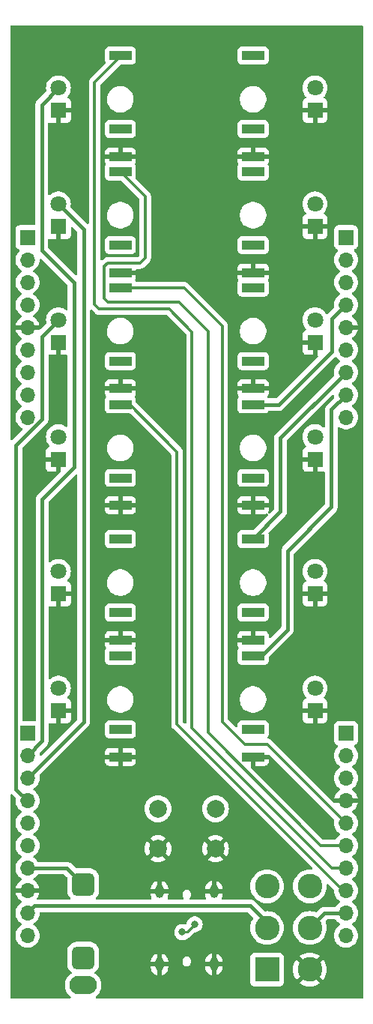
<source format=gbr>
G04 #@! TF.GenerationSoftware,KiCad,Pcbnew,8.0.4*
G04 #@! TF.CreationDate,2024-08-08T14:54:58+01:00*
G04 #@! TF.ProjectId,MidiMonger_controls,4d696469-4d6f-46e6-9765-725f636f6e74,rev?*
G04 #@! TF.SameCoordinates,Original*
G04 #@! TF.FileFunction,Copper,L2,Bot*
G04 #@! TF.FilePolarity,Positive*
%FSLAX46Y46*%
G04 Gerber Fmt 4.6, Leading zero omitted, Abs format (unit mm)*
G04 Created by KiCad (PCBNEW 8.0.4) date 2024-08-08 14:54:58*
%MOMM*%
%LPD*%
G01*
G04 APERTURE LIST*
G04 Aperture macros list*
%AMRoundRect*
0 Rectangle with rounded corners*
0 $1 Rounding radius*
0 $2 $3 $4 $5 $6 $7 $8 $9 X,Y pos of 4 corners*
0 Add a 4 corners polygon primitive as box body*
4,1,4,$2,$3,$4,$5,$6,$7,$8,$9,$2,$3,0*
0 Add four circle primitives for the rounded corners*
1,1,$1+$1,$2,$3*
1,1,$1+$1,$4,$5*
1,1,$1+$1,$6,$7*
1,1,$1+$1,$8,$9*
0 Add four rect primitives between the rounded corners*
20,1,$1+$1,$2,$3,$4,$5,0*
20,1,$1+$1,$4,$5,$6,$7,0*
20,1,$1+$1,$6,$7,$8,$9,0*
20,1,$1+$1,$8,$9,$2,$3,0*%
G04 Aperture macros list end*
G04 #@! TA.AperFunction,ComponentPad*
%ADD10R,1.700000X1.700000*%
G04 #@! TD*
G04 #@! TA.AperFunction,ComponentPad*
%ADD11O,1.700000X1.700000*%
G04 #@! TD*
G04 #@! TA.AperFunction,ComponentPad*
%ADD12R,1.800000X1.800000*%
G04 #@! TD*
G04 #@! TA.AperFunction,ComponentPad*
%ADD13C,1.800000*%
G04 #@! TD*
G04 #@! TA.AperFunction,ComponentPad*
%ADD14R,2.500000X1.000000*%
G04 #@! TD*
G04 #@! TA.AperFunction,ComponentPad*
%ADD15C,2.000000*%
G04 #@! TD*
G04 #@! TA.AperFunction,ComponentPad*
%ADD16O,1.000000X1.500000*%
G04 #@! TD*
G04 #@! TA.AperFunction,ComponentPad*
%ADD17R,2.775000X2.775000*%
G04 #@! TD*
G04 #@! TA.AperFunction,ComponentPad*
%ADD18C,2.775000*%
G04 #@! TD*
G04 #@! TA.AperFunction,ComponentPad*
%ADD19RoundRect,0.650000X-0.650000X-0.650000X0.650000X-0.650000X0.650000X0.650000X-0.650000X0.650000X0*%
G04 #@! TD*
G04 #@! TA.AperFunction,ComponentPad*
%ADD20O,3.100000X2.100000*%
G04 #@! TD*
G04 #@! TA.AperFunction,ViaPad*
%ADD21C,0.800000*%
G04 #@! TD*
G04 #@! TA.AperFunction,Conductor*
%ADD22C,0.400000*%
G04 #@! TD*
G04 #@! TA.AperFunction,Conductor*
%ADD23C,0.300000*%
G04 #@! TD*
G04 #@! TA.AperFunction,Conductor*
%ADD24C,0.250000*%
G04 #@! TD*
G04 APERTURE END LIST*
D10*
X138000000Y-124000000D03*
D11*
X138000000Y-126540000D03*
X138000000Y-129080000D03*
X138000000Y-131620000D03*
X138000000Y-134160000D03*
X138000000Y-136700000D03*
X138000000Y-139240000D03*
X138000000Y-141780000D03*
X138000000Y-144320000D03*
X138000000Y-146860000D03*
D10*
X102000000Y-124000000D03*
D11*
X102000000Y-126540000D03*
X102000000Y-129080000D03*
X102000000Y-131620000D03*
X102000000Y-134160000D03*
X102000000Y-136700000D03*
X102000000Y-139240000D03*
X102000000Y-141780000D03*
X102000000Y-144320000D03*
X102000000Y-146860000D03*
D10*
X138000000Y-68000000D03*
D11*
X138000000Y-70540000D03*
X138000000Y-73080000D03*
X138000000Y-75620000D03*
X138000000Y-78160000D03*
X138000000Y-80700000D03*
X138000000Y-83240000D03*
X138000000Y-85780000D03*
X138000000Y-88320000D03*
D10*
X102000000Y-68000000D03*
D11*
X102000000Y-70540000D03*
X102000000Y-73080000D03*
X102000000Y-75620000D03*
X102000000Y-78160000D03*
X102000000Y-80700000D03*
X102000000Y-83240000D03*
X102000000Y-85780000D03*
X102000000Y-88320000D03*
D12*
X134500000Y-53670000D03*
D13*
X134500000Y-51130000D03*
D12*
X134500000Y-66770000D03*
D13*
X134500000Y-64230000D03*
D12*
X134500000Y-93070000D03*
D13*
X134500000Y-90530000D03*
D12*
X105500000Y-66770000D03*
D13*
X105500000Y-64230000D03*
D12*
X105500000Y-79870000D03*
D13*
X105500000Y-77330000D03*
D12*
X105500000Y-93070000D03*
D13*
X105500000Y-90530000D03*
D12*
X134500000Y-108270000D03*
D13*
X134500000Y-105730000D03*
D12*
X105500000Y-121470000D03*
D13*
X105500000Y-118930000D03*
D14*
X127500000Y-85080000D03*
X127500000Y-81980000D03*
X127500000Y-73680000D03*
X127500000Y-98280000D03*
X127500000Y-95180000D03*
X127500000Y-86880000D03*
X127500000Y-58880000D03*
X127500000Y-55780000D03*
X127500000Y-47480000D03*
X127500000Y-71980000D03*
X127500000Y-68880000D03*
X127500000Y-60580000D03*
X127500000Y-113480000D03*
X127500000Y-110380000D03*
X127500000Y-102080000D03*
X112500000Y-71980000D03*
X112500000Y-68880000D03*
X112500000Y-60580000D03*
X127500000Y-126680000D03*
X127500000Y-123580000D03*
X127500000Y-115280000D03*
D12*
X134500000Y-121470000D03*
D13*
X134500000Y-118930000D03*
D14*
X112500000Y-98280000D03*
X112500000Y-95180000D03*
X112500000Y-86880000D03*
D12*
X134500000Y-79870000D03*
D13*
X134500000Y-77330000D03*
D14*
X112500000Y-85080000D03*
X112500000Y-81980000D03*
X112500000Y-73680000D03*
X112500000Y-126680000D03*
X112500000Y-123580000D03*
X112500000Y-115280000D03*
D12*
X105500000Y-108270000D03*
D13*
X105500000Y-105730000D03*
D12*
X105500000Y-53670000D03*
D13*
X105500000Y-51130000D03*
D14*
X112500000Y-58880000D03*
X112500000Y-55780000D03*
X112500000Y-47480000D03*
X112500000Y-113480000D03*
X112500000Y-110380000D03*
X112500000Y-102080000D03*
D15*
X116750000Y-132550000D03*
X123250000Y-132550000D03*
X116750000Y-137050000D03*
X123250000Y-137050000D03*
D16*
X123070000Y-141900000D03*
X116930000Y-141900000D03*
X123070000Y-150100000D03*
X116930000Y-150100000D03*
D17*
X129085000Y-150700000D03*
D18*
X129085000Y-146000000D03*
X129085000Y-141300000D03*
X133915000Y-150700000D03*
X133915000Y-146000000D03*
X133915000Y-141300000D03*
D19*
X108300000Y-149380000D03*
D20*
X108300000Y-152480000D03*
D19*
X108300000Y-141080000D03*
D21*
X119501366Y-146475000D03*
X120900000Y-145600000D03*
D22*
X103600000Y-53030000D02*
X103600000Y-69450000D01*
X103600000Y-69450000D02*
X107250000Y-73100000D01*
X103650000Y-97550000D02*
X103650000Y-124890000D01*
X107250000Y-93950000D02*
X103650000Y-97550000D01*
X105500000Y-51130000D02*
X103600000Y-53030000D01*
X107250000Y-73100000D02*
X107250000Y-93950000D01*
X103650000Y-124890000D02*
X102000000Y-126540000D01*
X108350000Y-67080000D02*
X105500000Y-64230000D01*
X102000000Y-129080000D02*
X108350000Y-122730000D01*
X108350000Y-122730000D02*
X108350000Y-67080000D01*
X103650000Y-88508478D02*
X103650000Y-79180000D01*
X100700000Y-130320000D02*
X100700000Y-91458478D01*
X103650000Y-79180000D02*
X105500000Y-77330000D01*
X102000000Y-131620000D02*
X100700000Y-130320000D01*
X100700000Y-91458478D02*
X103650000Y-88508478D01*
X131400000Y-103400000D02*
X131400000Y-112300000D01*
X138000000Y-85780000D02*
X136350000Y-87430000D01*
X136350000Y-87430000D02*
X136350000Y-98450000D01*
X131400000Y-112300000D02*
X128620000Y-115080000D01*
X136350000Y-98450000D02*
X131400000Y-103400000D01*
X128620000Y-115080000D02*
X127500000Y-115080000D01*
X136400000Y-80900000D02*
X130400000Y-86900000D01*
X127520000Y-86900000D02*
X127500000Y-86880000D01*
X138000000Y-75620000D02*
X137980000Y-75600000D01*
X136400000Y-77180000D02*
X136400000Y-80900000D01*
X130400000Y-86900000D02*
X127520000Y-86900000D01*
X137980000Y-75600000D02*
X136400000Y-77180000D01*
X130600000Y-98980000D02*
X127500000Y-102080000D01*
X130600000Y-90640000D02*
X130600000Y-98980000D01*
X138000000Y-83240000D02*
X130600000Y-90640000D01*
X127185000Y-143500000D02*
X102820000Y-143500000D01*
X129085000Y-145400000D02*
X127185000Y-143500000D01*
X129085000Y-146000000D02*
X129085000Y-145400000D01*
X102820000Y-143500000D02*
X102000000Y-144320000D01*
X102000000Y-139240000D02*
X106460000Y-139240000D01*
X106460000Y-139240000D02*
X108300000Y-141080000D01*
D23*
X118900000Y-92230000D02*
X113250000Y-86580000D01*
X138000000Y-141780000D02*
X137680000Y-141780000D01*
X137680000Y-141780000D02*
X118900000Y-123000000D01*
X118900000Y-123000000D02*
X118900000Y-92230000D01*
X113250000Y-86580000D02*
X112500000Y-86580000D01*
X110100000Y-76100000D02*
X109600000Y-75600000D01*
X136440000Y-139240000D02*
X120600000Y-123400000D01*
X120600000Y-123400000D02*
X120600000Y-78692893D01*
X109600000Y-75600000D02*
X109600000Y-50480000D01*
X112500000Y-47580000D02*
X112500000Y-47480000D01*
X109600000Y-50480000D02*
X112500000Y-47580000D01*
X138000000Y-139240000D02*
X136440000Y-139240000D01*
X118007107Y-76100000D02*
X110100000Y-76100000D01*
X120600000Y-78692893D02*
X118007107Y-76100000D01*
D22*
X133915000Y-146000000D02*
X135595000Y-144320000D01*
X135595000Y-144320000D02*
X138000000Y-144320000D01*
D24*
X120900000Y-145600000D02*
X120025000Y-146475000D01*
X120025000Y-146475000D02*
X119501366Y-146475000D01*
D23*
X129125000Y-125285000D02*
X126585000Y-125285000D01*
X124000000Y-122700000D02*
X124000000Y-78000000D01*
X112520000Y-73700000D02*
X112500000Y-73680000D01*
X138000000Y-134160000D02*
X129125000Y-125285000D01*
X119700000Y-73700000D02*
X112520000Y-73700000D01*
X124000000Y-78000000D02*
X119700000Y-73700000D01*
X126585000Y-125285000D02*
X124000000Y-122700000D01*
X111100000Y-75300000D02*
X119100000Y-75300000D01*
X119100000Y-75300000D02*
X122400000Y-78600000D01*
X122400000Y-78600000D02*
X122400000Y-123940000D01*
X114700000Y-70900000D02*
X111080000Y-70900000D01*
X110700000Y-74900000D02*
X111100000Y-75300000D01*
X111080000Y-70900000D02*
X110700000Y-71280000D01*
X110700000Y-71280000D02*
X110700000Y-74900000D01*
X115300000Y-70300000D02*
X114700000Y-70900000D01*
X112500000Y-60580000D02*
X115300000Y-63380000D01*
X115300000Y-63380000D02*
X115300000Y-70300000D01*
X135160000Y-136700000D02*
X138000000Y-136700000D01*
X122400000Y-123940000D02*
X135160000Y-136700000D01*
G04 #@! TA.AperFunction,Conductor*
G36*
X139891621Y-44070502D02*
G01*
X139938114Y-44124158D01*
X139949500Y-44176500D01*
X139949500Y-153823500D01*
X139929498Y-153891621D01*
X139875842Y-153938114D01*
X139823500Y-153949500D01*
X109816673Y-153949500D01*
X109748552Y-153929498D01*
X109702059Y-153875842D01*
X109691955Y-153805568D01*
X109721449Y-153740988D01*
X109742612Y-153721564D01*
X109753868Y-153713385D01*
X109815294Y-153668757D01*
X109988757Y-153495294D01*
X110132949Y-153296832D01*
X110244318Y-153078256D01*
X110320124Y-152844950D01*
X110358500Y-152602657D01*
X110358500Y-152357343D01*
X110320124Y-152115050D01*
X110244318Y-151881744D01*
X110132949Y-151663168D01*
X109988757Y-151464706D01*
X109988755Y-151464703D01*
X109815296Y-151291244D01*
X109641157Y-151164724D01*
X109597803Y-151108501D01*
X109591728Y-151037765D01*
X109624860Y-150974973D01*
X109644012Y-150958838D01*
X109693271Y-150925095D01*
X109693272Y-150925093D01*
X109693275Y-150925092D01*
X109845092Y-150773275D01*
X109966427Y-150596146D01*
X110053150Y-150399739D01*
X110102306Y-150190740D01*
X110108500Y-150101502D01*
X110108500Y-149750718D01*
X115922000Y-149750718D01*
X115922000Y-149846000D01*
X116630000Y-149846000D01*
X116630000Y-150354000D01*
X115922000Y-150354000D01*
X115922000Y-150449281D01*
X115960737Y-150644023D01*
X115960739Y-150644028D01*
X116036722Y-150827466D01*
X116147032Y-150992557D01*
X116147037Y-150992564D01*
X116287435Y-151132962D01*
X116287442Y-151132967D01*
X116452533Y-151243277D01*
X116635971Y-151319260D01*
X116635976Y-151319262D01*
X116675999Y-151327223D01*
X116676000Y-151327223D01*
X116676000Y-150510060D01*
X116689940Y-150534205D01*
X116745795Y-150590060D01*
X116814204Y-150629556D01*
X116890504Y-150650000D01*
X116969496Y-150650000D01*
X117045796Y-150629556D01*
X117114205Y-150590060D01*
X117170060Y-150534205D01*
X117184000Y-150510060D01*
X117184000Y-151327223D01*
X117224023Y-151319262D01*
X117224028Y-151319260D01*
X117407466Y-151243277D01*
X117572557Y-151132967D01*
X117572564Y-151132962D01*
X117712962Y-150992564D01*
X117712967Y-150992557D01*
X117823277Y-150827466D01*
X117899260Y-150644028D01*
X117899262Y-150644023D01*
X117937999Y-150449281D01*
X117938000Y-150449277D01*
X117938000Y-150354000D01*
X117230000Y-150354000D01*
X117230000Y-149934307D01*
X119549499Y-149934307D01*
X119580201Y-150048886D01*
X119639508Y-150151609D01*
X119639516Y-150151619D01*
X119723380Y-150235483D01*
X119723385Y-150235487D01*
X119723387Y-150235489D01*
X119826114Y-150294799D01*
X119940691Y-150325500D01*
X119940693Y-150325500D01*
X120059307Y-150325500D01*
X120059309Y-150325500D01*
X120173886Y-150294799D01*
X120276613Y-150235489D01*
X120360489Y-150151613D01*
X120419799Y-150048886D01*
X120450500Y-149934309D01*
X120450500Y-149750718D01*
X122062000Y-149750718D01*
X122062000Y-149846000D01*
X122770000Y-149846000D01*
X122770000Y-150354000D01*
X122062000Y-150354000D01*
X122062000Y-150449281D01*
X122100737Y-150644023D01*
X122100739Y-150644028D01*
X122176722Y-150827466D01*
X122287032Y-150992557D01*
X122287037Y-150992564D01*
X122427435Y-151132962D01*
X122427442Y-151132967D01*
X122592533Y-151243277D01*
X122775971Y-151319260D01*
X122775976Y-151319262D01*
X122815999Y-151327223D01*
X122816000Y-151327223D01*
X122816000Y-150510060D01*
X122829940Y-150534205D01*
X122885795Y-150590060D01*
X122954204Y-150629556D01*
X123030504Y-150650000D01*
X123109496Y-150650000D01*
X123185796Y-150629556D01*
X123254205Y-150590060D01*
X123310060Y-150534205D01*
X123324000Y-150510060D01*
X123324000Y-151327223D01*
X123364023Y-151319262D01*
X123364028Y-151319260D01*
X123547466Y-151243277D01*
X123712557Y-151132967D01*
X123712564Y-151132962D01*
X123852962Y-150992564D01*
X123852967Y-150992557D01*
X123963277Y-150827466D01*
X124039260Y-150644028D01*
X124039262Y-150644023D01*
X124077999Y-150449281D01*
X124078000Y-150449277D01*
X124078000Y-150354000D01*
X123370000Y-150354000D01*
X123370000Y-149846000D01*
X124078000Y-149846000D01*
X124078000Y-149750722D01*
X124077999Y-149750718D01*
X124039262Y-149555976D01*
X124039260Y-149555971D01*
X123963277Y-149372533D01*
X123890658Y-149263850D01*
X127189000Y-149263850D01*
X127189000Y-152136149D01*
X127195509Y-152196696D01*
X127195511Y-152196704D01*
X127246610Y-152333702D01*
X127246612Y-152333707D01*
X127334238Y-152450761D01*
X127451292Y-152538387D01*
X127451294Y-152538388D01*
X127451296Y-152538389D01*
X127510375Y-152560424D01*
X127588295Y-152589488D01*
X127588303Y-152589490D01*
X127648850Y-152595999D01*
X127648855Y-152595999D01*
X127648862Y-152596000D01*
X127648868Y-152596000D01*
X130521132Y-152596000D01*
X130521138Y-152596000D01*
X130521145Y-152595999D01*
X130521149Y-152595999D01*
X130581696Y-152589490D01*
X130581699Y-152589489D01*
X130581701Y-152589489D01*
X130718704Y-152538389D01*
X130835761Y-152450761D01*
X130923389Y-152333704D01*
X130974489Y-152196701D01*
X130981000Y-152136138D01*
X130981000Y-150700000D01*
X132014658Y-150700000D01*
X132034000Y-150970443D01*
X132091635Y-151235388D01*
X132186387Y-151489430D01*
X132186389Y-151489434D01*
X132316331Y-151727403D01*
X132407113Y-151848673D01*
X132407114Y-151848674D01*
X133104231Y-151151556D01*
X133196505Y-151289653D01*
X133325347Y-151418495D01*
X133463441Y-151510767D01*
X132766324Y-152207884D01*
X132766325Y-152207885D01*
X132887596Y-152298668D01*
X133125565Y-152428610D01*
X133125569Y-152428612D01*
X133379611Y-152523364D01*
X133644556Y-152580999D01*
X133915000Y-152600341D01*
X134185443Y-152580999D01*
X134450388Y-152523364D01*
X134704430Y-152428612D01*
X134704434Y-152428610D01*
X134942399Y-152298670D01*
X135063673Y-152207884D01*
X135063674Y-152207884D01*
X134366557Y-151510767D01*
X134504653Y-151418495D01*
X134633495Y-151289653D01*
X134725767Y-151151557D01*
X135422884Y-151848674D01*
X135422884Y-151848673D01*
X135513670Y-151727399D01*
X135643610Y-151489434D01*
X135643612Y-151489430D01*
X135738364Y-151235388D01*
X135795999Y-150970443D01*
X135815341Y-150700000D01*
X135795999Y-150429556D01*
X135738364Y-150164611D01*
X135643612Y-149910569D01*
X135643610Y-149910565D01*
X135513668Y-149672596D01*
X135422885Y-149551325D01*
X135422884Y-149551324D01*
X134725767Y-150248441D01*
X134633495Y-150110347D01*
X134504653Y-149981505D01*
X134366557Y-149889232D01*
X135063674Y-149192114D01*
X135063673Y-149192113D01*
X134942403Y-149101331D01*
X134704434Y-148971389D01*
X134704430Y-148971387D01*
X134450388Y-148876635D01*
X134185443Y-148819000D01*
X133915000Y-148799658D01*
X133644556Y-148819000D01*
X133379611Y-148876635D01*
X133125569Y-148971387D01*
X133125565Y-148971389D01*
X132887601Y-149101328D01*
X132766325Y-149192113D01*
X132766324Y-149192114D01*
X133463442Y-149889232D01*
X133325347Y-149981505D01*
X133196505Y-150110347D01*
X133104232Y-150248442D01*
X132407114Y-149551324D01*
X132407113Y-149551325D01*
X132316328Y-149672601D01*
X132186389Y-149910565D01*
X132186387Y-149910569D01*
X132091635Y-150164611D01*
X132034000Y-150429556D01*
X132014658Y-150700000D01*
X130981000Y-150700000D01*
X130981000Y-149263862D01*
X130980069Y-149255201D01*
X130974490Y-149203303D01*
X130974488Y-149203295D01*
X130945424Y-149125375D01*
X130923389Y-149066296D01*
X130923388Y-149066294D01*
X130923387Y-149066292D01*
X130835761Y-148949238D01*
X130718707Y-148861612D01*
X130718702Y-148861610D01*
X130581704Y-148810511D01*
X130581696Y-148810509D01*
X130521149Y-148804000D01*
X130521138Y-148804000D01*
X127648862Y-148804000D01*
X127648850Y-148804000D01*
X127588303Y-148810509D01*
X127588295Y-148810511D01*
X127451297Y-148861610D01*
X127451292Y-148861612D01*
X127334238Y-148949238D01*
X127246612Y-149066292D01*
X127246610Y-149066297D01*
X127195511Y-149203295D01*
X127195509Y-149203303D01*
X127189000Y-149263850D01*
X123890658Y-149263850D01*
X123852967Y-149207442D01*
X123852962Y-149207435D01*
X123712564Y-149067037D01*
X123712557Y-149067032D01*
X123547467Y-148956722D01*
X123364020Y-148880736D01*
X123364015Y-148880735D01*
X123324000Y-148872774D01*
X123324000Y-149689939D01*
X123310060Y-149665795D01*
X123254205Y-149609940D01*
X123185796Y-149570444D01*
X123109496Y-149550000D01*
X123030504Y-149550000D01*
X122954204Y-149570444D01*
X122885795Y-149609940D01*
X122829940Y-149665795D01*
X122816000Y-149689939D01*
X122816000Y-148872775D01*
X122815999Y-148872774D01*
X122775984Y-148880735D01*
X122775979Y-148880736D01*
X122592532Y-148956722D01*
X122427442Y-149067032D01*
X122427435Y-149067037D01*
X122287037Y-149207435D01*
X122287032Y-149207442D01*
X122176722Y-149372533D01*
X122100739Y-149555971D01*
X122100737Y-149555976D01*
X122062000Y-149750718D01*
X120450500Y-149750718D01*
X120450500Y-149615691D01*
X120419799Y-149501114D01*
X120360489Y-149398387D01*
X120360487Y-149398385D01*
X120360483Y-149398380D01*
X120276619Y-149314516D01*
X120276609Y-149314508D01*
X120173886Y-149255201D01*
X120059309Y-149224500D01*
X119940691Y-149224500D01*
X119864306Y-149244967D01*
X119826113Y-149255201D01*
X119723390Y-149314508D01*
X119723380Y-149314516D01*
X119639516Y-149398380D01*
X119639508Y-149398390D01*
X119580201Y-149501113D01*
X119549500Y-149615692D01*
X119549500Y-149934307D01*
X119549499Y-149934307D01*
X117230000Y-149934307D01*
X117230000Y-149846000D01*
X117938000Y-149846000D01*
X117938000Y-149750722D01*
X117937999Y-149750718D01*
X117899262Y-149555976D01*
X117899260Y-149555971D01*
X117823277Y-149372533D01*
X117712967Y-149207442D01*
X117712962Y-149207435D01*
X117572564Y-149067037D01*
X117572557Y-149067032D01*
X117407467Y-148956722D01*
X117224020Y-148880736D01*
X117224015Y-148880735D01*
X117184000Y-148872774D01*
X117184000Y-149689939D01*
X117170060Y-149665795D01*
X117114205Y-149609940D01*
X117045796Y-149570444D01*
X116969496Y-149550000D01*
X116890504Y-149550000D01*
X116814204Y-149570444D01*
X116745795Y-149609940D01*
X116689940Y-149665795D01*
X116676000Y-149689939D01*
X116676000Y-148872775D01*
X116675999Y-148872774D01*
X116635984Y-148880735D01*
X116635979Y-148880736D01*
X116452532Y-148956722D01*
X116287442Y-149067032D01*
X116287435Y-149067037D01*
X116147037Y-149207435D01*
X116147032Y-149207442D01*
X116036722Y-149372533D01*
X115960739Y-149555971D01*
X115960737Y-149555976D01*
X115922000Y-149750718D01*
X110108500Y-149750718D01*
X110108500Y-148658498D01*
X110102306Y-148569260D01*
X110053150Y-148360261D01*
X109966427Y-148163854D01*
X109845092Y-147986725D01*
X109845091Y-147986724D01*
X109845088Y-147986720D01*
X109693279Y-147834911D01*
X109693275Y-147834908D01*
X109516145Y-147713572D01*
X109319740Y-147626850D01*
X109110741Y-147577694D01*
X109021503Y-147571500D01*
X109021502Y-147571500D01*
X107578498Y-147571500D01*
X107578496Y-147571500D01*
X107489259Y-147577694D01*
X107489256Y-147577694D01*
X107280259Y-147626850D01*
X107083854Y-147713572D01*
X106906724Y-147834908D01*
X106906720Y-147834911D01*
X106754911Y-147986720D01*
X106754908Y-147986724D01*
X106633572Y-148163854D01*
X106546850Y-148360259D01*
X106497694Y-148569256D01*
X106497694Y-148569259D01*
X106491500Y-148658496D01*
X106491500Y-150101503D01*
X106497694Y-150190740D01*
X106497694Y-150190743D01*
X106546850Y-150399740D01*
X106633572Y-150596145D01*
X106754908Y-150773275D01*
X106754911Y-150773279D01*
X106906720Y-150925088D01*
X106906724Y-150925091D01*
X106906725Y-150925092D01*
X106928726Y-150940163D01*
X106955988Y-150958838D01*
X107000884Y-151013837D01*
X107008918Y-151084378D01*
X106977539Y-151148064D01*
X106958843Y-151164724D01*
X106784699Y-151291248D01*
X106611244Y-151464703D01*
X106467051Y-151663167D01*
X106355685Y-151881736D01*
X106355682Y-151881744D01*
X106279876Y-152115047D01*
X106266943Y-152196704D01*
X106241500Y-152357343D01*
X106241500Y-152602657D01*
X106267084Y-152764185D01*
X106279876Y-152844952D01*
X106355682Y-153078255D01*
X106355685Y-153078263D01*
X106467051Y-153296832D01*
X106611244Y-153495296D01*
X106784703Y-153668755D01*
X106857388Y-153721564D01*
X106900742Y-153777787D01*
X106906817Y-153848523D01*
X106873685Y-153911315D01*
X106811865Y-153946226D01*
X106783327Y-153949500D01*
X100176500Y-153949500D01*
X100108379Y-153929498D01*
X100061886Y-153875842D01*
X100050500Y-153823500D01*
X100050500Y-130976661D01*
X100070502Y-130908540D01*
X100124158Y-130862047D01*
X100194432Y-130851943D01*
X100259012Y-130881437D01*
X100265595Y-130887566D01*
X100628700Y-131250671D01*
X100662726Y-131312983D01*
X100661750Y-131370694D01*
X100655437Y-131395625D01*
X100655436Y-131395629D01*
X100655436Y-131395632D01*
X100636844Y-131620000D01*
X100654833Y-131837095D01*
X100655437Y-131844375D01*
X100710702Y-132062612D01*
X100710703Y-132062613D01*
X100710704Y-132062616D01*
X100801140Y-132268791D01*
X100801141Y-132268793D01*
X100924275Y-132457265D01*
X100924279Y-132457270D01*
X101076762Y-132622908D01*
X101131331Y-132665381D01*
X101254424Y-132761189D01*
X101287153Y-132778901D01*
X101287680Y-132779186D01*
X101338071Y-132829200D01*
X101353423Y-132898516D01*
X101328862Y-132965129D01*
X101287680Y-133000813D01*
X101254426Y-133018810D01*
X101254424Y-133018811D01*
X101076762Y-133157091D01*
X100924279Y-133322729D01*
X100924275Y-133322734D01*
X100801141Y-133511206D01*
X100710703Y-133717386D01*
X100710702Y-133717387D01*
X100655437Y-133935624D01*
X100636844Y-134160000D01*
X100655437Y-134384375D01*
X100710702Y-134602612D01*
X100710703Y-134602613D01*
X100801141Y-134808793D01*
X100924275Y-134997265D01*
X100924279Y-134997270D01*
X101076762Y-135162908D01*
X101131331Y-135205381D01*
X101254424Y-135301189D01*
X101287680Y-135319186D01*
X101338071Y-135369200D01*
X101353423Y-135438516D01*
X101328862Y-135505129D01*
X101287680Y-135540813D01*
X101254426Y-135558810D01*
X101254424Y-135558811D01*
X101076762Y-135697091D01*
X100924279Y-135862729D01*
X100924275Y-135862734D01*
X100801141Y-136051206D01*
X100710703Y-136257386D01*
X100710702Y-136257387D01*
X100655437Y-136475624D01*
X100655436Y-136475630D01*
X100655436Y-136475632D01*
X100644311Y-136609890D01*
X100636844Y-136700000D01*
X100655437Y-136924375D01*
X100710702Y-137142612D01*
X100710703Y-137142613D01*
X100710704Y-137142616D01*
X100773875Y-137286632D01*
X100801141Y-137348793D01*
X100924275Y-137537265D01*
X100924279Y-137537270D01*
X101076762Y-137702908D01*
X101120227Y-137736738D01*
X101254424Y-137841189D01*
X101287680Y-137859186D01*
X101338071Y-137909200D01*
X101353423Y-137978516D01*
X101328862Y-138045129D01*
X101287680Y-138080813D01*
X101254426Y-138098810D01*
X101254424Y-138098811D01*
X101076762Y-138237091D01*
X100924279Y-138402729D01*
X100924275Y-138402734D01*
X100801141Y-138591206D01*
X100710703Y-138797386D01*
X100710702Y-138797387D01*
X100655437Y-139015624D01*
X100655436Y-139015630D01*
X100655436Y-139015632D01*
X100636844Y-139240000D01*
X100650926Y-139409944D01*
X100655437Y-139464375D01*
X100710702Y-139682612D01*
X100710703Y-139682613D01*
X100710704Y-139682616D01*
X100790020Y-139863439D01*
X100801141Y-139888793D01*
X100924275Y-140077265D01*
X100924279Y-140077270D01*
X101076762Y-140242908D01*
X101110614Y-140269256D01*
X101254424Y-140381189D01*
X101288205Y-140399470D01*
X101338596Y-140449482D01*
X101353949Y-140518799D01*
X101329389Y-140585412D01*
X101288209Y-140621096D01*
X101254704Y-140639228D01*
X101254698Y-140639232D01*
X101077097Y-140777465D01*
X100924674Y-140943041D01*
X100801580Y-141131451D01*
X100711179Y-141337543D01*
X100711176Y-141337550D01*
X100663455Y-141525999D01*
X100663456Y-141526000D01*
X101569297Y-141526000D01*
X101534075Y-141587007D01*
X101500000Y-141714174D01*
X101500000Y-141845826D01*
X101534075Y-141972993D01*
X101569297Y-142034000D01*
X100663455Y-142034000D01*
X100711176Y-142222449D01*
X100711179Y-142222456D01*
X100801580Y-142428548D01*
X100924674Y-142616958D01*
X101077097Y-142782534D01*
X101254698Y-142920767D01*
X101254704Y-142920771D01*
X101288207Y-142938902D01*
X101338597Y-142988915D01*
X101353949Y-143058232D01*
X101329388Y-143124845D01*
X101288207Y-143160528D01*
X101254430Y-143178807D01*
X101254424Y-143178811D01*
X101076762Y-143317091D01*
X100924279Y-143482729D01*
X100924275Y-143482734D01*
X100801141Y-143671206D01*
X100710703Y-143877386D01*
X100710702Y-143877387D01*
X100655437Y-144095624D01*
X100655436Y-144095630D01*
X100655436Y-144095632D01*
X100636844Y-144320000D01*
X100643548Y-144400909D01*
X100655437Y-144544375D01*
X100710702Y-144762612D01*
X100710703Y-144762613D01*
X100710704Y-144762616D01*
X100801140Y-144968791D01*
X100801141Y-144968793D01*
X100924275Y-145157265D01*
X100924279Y-145157270D01*
X101076762Y-145322908D01*
X101088162Y-145331781D01*
X101254424Y-145461189D01*
X101287680Y-145479186D01*
X101338071Y-145529200D01*
X101353423Y-145598516D01*
X101328862Y-145665129D01*
X101287680Y-145700813D01*
X101254426Y-145718810D01*
X101254424Y-145718811D01*
X101076762Y-145857091D01*
X100924279Y-146022729D01*
X100924275Y-146022734D01*
X100801141Y-146211206D01*
X100710703Y-146417386D01*
X100710702Y-146417387D01*
X100655437Y-146635624D01*
X100655436Y-146635630D01*
X100655436Y-146635632D01*
X100636844Y-146860000D01*
X100655418Y-147084155D01*
X100655437Y-147084375D01*
X100710702Y-147302612D01*
X100710703Y-147302613D01*
X100710704Y-147302616D01*
X100769457Y-147436561D01*
X100801141Y-147508793D01*
X100924275Y-147697265D01*
X100924279Y-147697270D01*
X101076762Y-147862908D01*
X101100643Y-147881495D01*
X101254424Y-148001189D01*
X101452426Y-148108342D01*
X101452427Y-148108342D01*
X101452428Y-148108343D01*
X101564227Y-148146723D01*
X101665365Y-148181444D01*
X101887431Y-148218500D01*
X101887435Y-148218500D01*
X102112565Y-148218500D01*
X102112569Y-148218500D01*
X102334635Y-148181444D01*
X102547574Y-148108342D01*
X102745576Y-148001189D01*
X102923240Y-147862906D01*
X103075722Y-147697268D01*
X103198860Y-147508791D01*
X103289296Y-147302616D01*
X103344564Y-147084368D01*
X103363156Y-146860000D01*
X103344564Y-146635632D01*
X103321715Y-146545405D01*
X103303886Y-146475000D01*
X118587862Y-146475000D01*
X118607823Y-146664927D01*
X118637892Y-146757470D01*
X118666839Y-146846556D01*
X118666842Y-146846561D01*
X118762324Y-147011941D01*
X118762331Y-147011951D01*
X118890110Y-147153864D01*
X118890113Y-147153866D01*
X119044614Y-147266118D01*
X119219078Y-147343794D01*
X119405879Y-147383500D01*
X119596853Y-147383500D01*
X119783654Y-147343794D01*
X119958118Y-147266118D01*
X120112619Y-147153866D01*
X120139877Y-147123591D01*
X120200320Y-147086354D01*
X120208914Y-147084328D01*
X120209785Y-147084155D01*
X120325075Y-147036400D01*
X120428833Y-146967071D01*
X120850499Y-146545405D01*
X120912811Y-146511379D01*
X120939594Y-146508500D01*
X120995487Y-146508500D01*
X121182288Y-146468794D01*
X121356752Y-146391118D01*
X121511253Y-146278866D01*
X121572172Y-146211209D01*
X121639034Y-146136951D01*
X121639035Y-146136949D01*
X121639040Y-146136944D01*
X121734527Y-145971556D01*
X121793542Y-145789928D01*
X121813504Y-145600000D01*
X121793542Y-145410072D01*
X121734527Y-145228444D01*
X121639040Y-145063056D01*
X121639038Y-145063054D01*
X121639034Y-145063048D01*
X121511255Y-144921135D01*
X121356752Y-144808882D01*
X121182288Y-144731206D01*
X120995487Y-144691500D01*
X120804513Y-144691500D01*
X120617711Y-144731206D01*
X120443247Y-144808882D01*
X120288744Y-144921135D01*
X120160965Y-145063048D01*
X120160958Y-145063058D01*
X120065476Y-145228438D01*
X120065473Y-145228445D01*
X120006457Y-145410072D01*
X119994932Y-145519728D01*
X119967918Y-145585385D01*
X119909697Y-145626014D01*
X119838752Y-145628717D01*
X119818373Y-145621664D01*
X119783654Y-145606206D01*
X119596853Y-145566500D01*
X119405879Y-145566500D01*
X119219077Y-145606206D01*
X119044613Y-145683882D01*
X118890110Y-145796135D01*
X118762331Y-145938048D01*
X118762324Y-145938058D01*
X118666842Y-146103438D01*
X118666839Y-146103445D01*
X118607823Y-146285072D01*
X118587862Y-146475000D01*
X103303886Y-146475000D01*
X103289297Y-146417387D01*
X103289296Y-146417386D01*
X103289296Y-146417384D01*
X103198860Y-146211209D01*
X103150345Y-146136951D01*
X103075724Y-146022734D01*
X103075720Y-146022729D01*
X102923237Y-145857091D01*
X102836945Y-145789927D01*
X102745576Y-145718811D01*
X102712319Y-145700813D01*
X102661929Y-145650802D01*
X102646576Y-145581485D01*
X102671136Y-145514872D01*
X102712320Y-145479186D01*
X102745576Y-145461189D01*
X102923240Y-145322906D01*
X103075722Y-145157268D01*
X103198860Y-144968791D01*
X103289296Y-144762616D01*
X103344564Y-144544368D01*
X103362816Y-144324092D01*
X103388376Y-144257859D01*
X103445687Y-144215955D01*
X103488386Y-144208500D01*
X126839338Y-144208500D01*
X126907459Y-144228502D01*
X126928433Y-144245404D01*
X127481249Y-144798219D01*
X127515274Y-144860532D01*
X127510210Y-144931347D01*
X127493026Y-144962819D01*
X127485907Y-144972329D01*
X127355933Y-145210357D01*
X127355931Y-145210361D01*
X127261154Y-145464470D01*
X127203504Y-145729485D01*
X127184157Y-146000000D01*
X127203504Y-146270514D01*
X127261154Y-146535529D01*
X127355931Y-146789638D01*
X127355933Y-146789642D01*
X127485909Y-147027674D01*
X127648434Y-147244781D01*
X127648437Y-147244784D01*
X127648439Y-147244787D01*
X127840213Y-147436561D01*
X127840216Y-147436563D01*
X127840218Y-147436565D01*
X128057325Y-147599090D01*
X128237127Y-147697270D01*
X128295361Y-147729068D01*
X128549471Y-147823846D01*
X128814482Y-147881495D01*
X129085000Y-147900843D01*
X129355518Y-147881495D01*
X129620529Y-147823846D01*
X129874639Y-147729068D01*
X130112673Y-147599091D01*
X130329787Y-147436561D01*
X130521561Y-147244787D01*
X130684091Y-147027673D01*
X130814068Y-146789639D01*
X130908846Y-146535529D01*
X130966495Y-146270518D01*
X130985843Y-146000000D01*
X130966495Y-145729482D01*
X130908846Y-145464471D01*
X130814068Y-145210361D01*
X130684091Y-144972327D01*
X130681445Y-144968793D01*
X130521565Y-144755218D01*
X130521557Y-144755209D01*
X130329790Y-144563442D01*
X130329781Y-144563434D01*
X130112674Y-144400909D01*
X129874642Y-144270933D01*
X129874638Y-144270931D01*
X129620529Y-144176154D01*
X129355514Y-144118504D01*
X129095528Y-144099910D01*
X129085000Y-144099157D01*
X129084999Y-144099157D01*
X128863471Y-144115001D01*
X128794097Y-144099910D01*
X128765390Y-144078420D01*
X127636643Y-142949672D01*
X127594015Y-142921189D01*
X127520601Y-142872135D01*
X127426482Y-142833150D01*
X127426480Y-142833149D01*
X127391669Y-142818729D01*
X127391663Y-142818727D01*
X127357441Y-142811920D01*
X127323221Y-142805113D01*
X127323220Y-142805112D01*
X127254787Y-142791500D01*
X127254782Y-142791500D01*
X127254781Y-142791500D01*
X124083906Y-142791500D01*
X124015785Y-142771498D01*
X123969292Y-142717842D01*
X123959188Y-142647568D01*
X123967497Y-142617282D01*
X124039260Y-142444028D01*
X124039262Y-142444023D01*
X124077999Y-142249281D01*
X124078000Y-142249277D01*
X124078000Y-142154000D01*
X123370000Y-142154000D01*
X123370000Y-141646000D01*
X124078000Y-141646000D01*
X124078000Y-141550722D01*
X124077999Y-141550718D01*
X124039262Y-141355976D01*
X124039260Y-141355971D01*
X124016076Y-141300000D01*
X127184157Y-141300000D01*
X127203504Y-141570514D01*
X127261154Y-141835529D01*
X127355931Y-142089638D01*
X127355933Y-142089642D01*
X127485909Y-142327674D01*
X127648434Y-142544781D01*
X127648437Y-142544784D01*
X127648439Y-142544787D01*
X127840213Y-142736561D01*
X127840216Y-142736563D01*
X127840218Y-142736565D01*
X128057325Y-142899090D01*
X128239482Y-142998556D01*
X128295361Y-143029068D01*
X128549471Y-143123846D01*
X128814482Y-143181495D01*
X129085000Y-143200843D01*
X129355518Y-143181495D01*
X129620529Y-143123846D01*
X129874639Y-143029068D01*
X130112673Y-142899091D01*
X130329787Y-142736561D01*
X130521561Y-142544787D01*
X130684091Y-142327673D01*
X130814068Y-142089639D01*
X130908846Y-141835529D01*
X130966495Y-141570518D01*
X130985843Y-141300000D01*
X130966495Y-141029482D01*
X130908846Y-140764471D01*
X130814068Y-140510361D01*
X130780825Y-140449482D01*
X130684090Y-140272325D01*
X130521565Y-140055218D01*
X130521557Y-140055209D01*
X130329790Y-139863442D01*
X130329781Y-139863434D01*
X130112674Y-139700909D01*
X129874642Y-139570933D01*
X129874638Y-139570931D01*
X129620529Y-139476154D01*
X129355514Y-139418504D01*
X129085000Y-139399157D01*
X128814485Y-139418504D01*
X128549470Y-139476154D01*
X128295361Y-139570931D01*
X128295357Y-139570933D01*
X128057325Y-139700909D01*
X127840218Y-139863434D01*
X127840209Y-139863442D01*
X127648442Y-140055209D01*
X127648434Y-140055218D01*
X127485909Y-140272325D01*
X127355933Y-140510357D01*
X127355931Y-140510361D01*
X127261154Y-140764470D01*
X127203504Y-141029485D01*
X127184157Y-141300000D01*
X124016076Y-141300000D01*
X123963277Y-141172533D01*
X123852967Y-141007442D01*
X123852962Y-141007435D01*
X123712564Y-140867037D01*
X123712557Y-140867032D01*
X123547467Y-140756722D01*
X123364020Y-140680736D01*
X123364015Y-140680735D01*
X123324000Y-140672774D01*
X123324000Y-141489939D01*
X123310060Y-141465795D01*
X123254205Y-141409940D01*
X123185796Y-141370444D01*
X123109496Y-141350000D01*
X123030504Y-141350000D01*
X122954204Y-141370444D01*
X122885795Y-141409940D01*
X122829940Y-141465795D01*
X122816000Y-141489939D01*
X122816000Y-140672775D01*
X122815999Y-140672774D01*
X122775984Y-140680735D01*
X122775979Y-140680736D01*
X122592532Y-140756722D01*
X122427442Y-140867032D01*
X122427435Y-140867037D01*
X122287037Y-141007435D01*
X122287032Y-141007442D01*
X122176722Y-141172533D01*
X122100739Y-141355971D01*
X122100737Y-141355976D01*
X122062000Y-141550718D01*
X122062000Y-141646000D01*
X122770000Y-141646000D01*
X122770000Y-142154000D01*
X122062000Y-142154000D01*
X122062000Y-142249281D01*
X122100737Y-142444023D01*
X122100739Y-142444028D01*
X122172503Y-142617282D01*
X122180092Y-142687872D01*
X122148313Y-142751359D01*
X122087255Y-142787586D01*
X122056094Y-142791500D01*
X120469096Y-142791500D01*
X120400975Y-142771498D01*
X120354482Y-142717842D01*
X120344378Y-142647568D01*
X120359977Y-142602500D01*
X120393296Y-142544790D01*
X120419799Y-142498886D01*
X120450500Y-142384309D01*
X120450500Y-142065691D01*
X120419799Y-141951114D01*
X120360489Y-141848387D01*
X120360487Y-141848385D01*
X120360483Y-141848380D01*
X120276619Y-141764516D01*
X120276609Y-141764508D01*
X120173886Y-141705201D01*
X120145817Y-141697680D01*
X120059309Y-141674500D01*
X119940691Y-141674500D01*
X119864306Y-141694967D01*
X119826113Y-141705201D01*
X119723390Y-141764508D01*
X119723380Y-141764516D01*
X119639516Y-141848380D01*
X119639508Y-141848390D01*
X119580201Y-141951113D01*
X119549500Y-142065692D01*
X119549500Y-142384307D01*
X119549499Y-142384307D01*
X119580201Y-142498886D01*
X119640023Y-142602500D01*
X119656761Y-142671495D01*
X119633541Y-142738587D01*
X119577734Y-142782474D01*
X119530904Y-142791500D01*
X117943906Y-142791500D01*
X117875785Y-142771498D01*
X117829292Y-142717842D01*
X117819188Y-142647568D01*
X117827497Y-142617282D01*
X117899260Y-142444028D01*
X117899262Y-142444023D01*
X117937999Y-142249281D01*
X117938000Y-142249277D01*
X117938000Y-142154000D01*
X117230000Y-142154000D01*
X117230000Y-141646000D01*
X117938000Y-141646000D01*
X117938000Y-141550722D01*
X117937999Y-141550718D01*
X117899262Y-141355976D01*
X117899260Y-141355971D01*
X117823277Y-141172533D01*
X117712967Y-141007442D01*
X117712962Y-141007435D01*
X117572564Y-140867037D01*
X117572557Y-140867032D01*
X117407467Y-140756722D01*
X117224020Y-140680736D01*
X117224015Y-140680735D01*
X117184000Y-140672774D01*
X117184000Y-141489939D01*
X117170060Y-141465795D01*
X117114205Y-141409940D01*
X117045796Y-141370444D01*
X116969496Y-141350000D01*
X116890504Y-141350000D01*
X116814204Y-141370444D01*
X116745795Y-141409940D01*
X116689940Y-141465795D01*
X116676000Y-141489939D01*
X116676000Y-140672775D01*
X116675999Y-140672774D01*
X116635984Y-140680735D01*
X116635979Y-140680736D01*
X116452532Y-140756722D01*
X116287442Y-140867032D01*
X116287435Y-140867037D01*
X116147037Y-141007435D01*
X116147032Y-141007442D01*
X116036722Y-141172533D01*
X115960739Y-141355971D01*
X115960737Y-141355976D01*
X115922000Y-141550718D01*
X115922000Y-141646000D01*
X116630000Y-141646000D01*
X116630000Y-142154000D01*
X115922000Y-142154000D01*
X115922000Y-142249281D01*
X115960737Y-142444023D01*
X115960739Y-142444028D01*
X116032503Y-142617282D01*
X116040092Y-142687872D01*
X116008313Y-142751359D01*
X115947255Y-142787586D01*
X115916094Y-142791500D01*
X109831058Y-142791500D01*
X109762937Y-142771498D01*
X109716444Y-142717842D01*
X109706340Y-142647568D01*
X109735834Y-142582988D01*
X109741963Y-142576405D01*
X109845088Y-142473279D01*
X109845092Y-142473275D01*
X109966427Y-142296146D01*
X110053150Y-142099739D01*
X110102306Y-141890740D01*
X110108500Y-141801502D01*
X110108500Y-140358498D01*
X110102306Y-140269260D01*
X110053150Y-140060261D01*
X109966427Y-139863854D01*
X109845092Y-139686725D01*
X109845091Y-139686724D01*
X109845088Y-139686720D01*
X109693279Y-139534911D01*
X109693275Y-139534908D01*
X109516145Y-139413572D01*
X109319740Y-139326850D01*
X109110741Y-139277694D01*
X109021503Y-139271500D01*
X109021502Y-139271500D01*
X107578498Y-139271500D01*
X107578487Y-139271500D01*
X107556229Y-139273045D01*
X107486887Y-139257806D01*
X107458416Y-139236445D01*
X106911643Y-138689672D01*
X106795601Y-138612135D01*
X106704427Y-138574369D01*
X106704426Y-138574368D01*
X106666669Y-138558729D01*
X106666663Y-138558727D01*
X106666662Y-138558727D01*
X106598221Y-138545113D01*
X106598220Y-138545112D01*
X106529787Y-138531500D01*
X106529782Y-138531500D01*
X106529781Y-138531500D01*
X103228038Y-138531500D01*
X103159917Y-138511498D01*
X103122555Y-138474415D01*
X103075724Y-138402734D01*
X103075720Y-138402729D01*
X102923237Y-138237091D01*
X102841382Y-138173381D01*
X102745576Y-138098811D01*
X102712319Y-138080813D01*
X102661929Y-138030802D01*
X102646576Y-137961485D01*
X102671136Y-137894872D01*
X102712320Y-137859186D01*
X102745576Y-137841189D01*
X102923240Y-137702906D01*
X103075722Y-137537268D01*
X103198860Y-137348791D01*
X103289296Y-137142616D01*
X103312750Y-137050000D01*
X115237337Y-137050000D01*
X115255960Y-137286632D01*
X115311371Y-137517437D01*
X115402208Y-137736738D01*
X115516896Y-137923890D01*
X115516897Y-137923890D01*
X116225016Y-137215771D01*
X116237482Y-137262292D01*
X116309890Y-137387708D01*
X116412292Y-137490110D01*
X116537708Y-137562518D01*
X116584226Y-137574982D01*
X115876107Y-138283101D01*
X115876108Y-138283102D01*
X116063261Y-138397791D01*
X116282562Y-138488628D01*
X116513367Y-138544039D01*
X116750000Y-138562662D01*
X116986632Y-138544039D01*
X117217437Y-138488628D01*
X117436738Y-138397791D01*
X117623890Y-138283102D01*
X117623891Y-138283102D01*
X116915772Y-137574982D01*
X116962292Y-137562518D01*
X117087708Y-137490110D01*
X117190110Y-137387708D01*
X117262518Y-137262292D01*
X117274983Y-137215772D01*
X117983102Y-137923891D01*
X117983102Y-137923890D01*
X118097791Y-137736738D01*
X118188628Y-137517437D01*
X118244039Y-137286632D01*
X118262662Y-137050000D01*
X121737337Y-137050000D01*
X121755960Y-137286632D01*
X121811371Y-137517437D01*
X121902208Y-137736738D01*
X122016896Y-137923890D01*
X122016897Y-137923890D01*
X122725016Y-137215771D01*
X122737482Y-137262292D01*
X122809890Y-137387708D01*
X122912292Y-137490110D01*
X123037708Y-137562518D01*
X123084226Y-137574982D01*
X122376107Y-138283101D01*
X122376108Y-138283102D01*
X122563261Y-138397791D01*
X122782562Y-138488628D01*
X123013367Y-138544039D01*
X123250000Y-138562662D01*
X123486632Y-138544039D01*
X123717437Y-138488628D01*
X123936738Y-138397791D01*
X124123890Y-138283102D01*
X124123891Y-138283102D01*
X123415772Y-137574982D01*
X123462292Y-137562518D01*
X123587708Y-137490110D01*
X123690110Y-137387708D01*
X123762518Y-137262292D01*
X123774983Y-137215772D01*
X124483102Y-137923891D01*
X124483102Y-137923890D01*
X124597791Y-137736738D01*
X124688628Y-137517437D01*
X124744039Y-137286632D01*
X124762662Y-137050000D01*
X124744039Y-136813367D01*
X124688628Y-136582562D01*
X124597791Y-136363261D01*
X124483102Y-136176108D01*
X124483101Y-136176107D01*
X123774982Y-136884226D01*
X123762518Y-136837708D01*
X123690110Y-136712292D01*
X123587708Y-136609890D01*
X123462292Y-136537482D01*
X123415771Y-136525016D01*
X124123890Y-135816897D01*
X124123890Y-135816896D01*
X123936738Y-135702208D01*
X123717437Y-135611371D01*
X123486632Y-135555960D01*
X123250000Y-135537337D01*
X123013367Y-135555960D01*
X122782562Y-135611371D01*
X122563266Y-135702206D01*
X122376108Y-135816897D01*
X122376108Y-135816898D01*
X123084227Y-136525017D01*
X123037708Y-136537482D01*
X122912292Y-136609890D01*
X122809890Y-136712292D01*
X122737482Y-136837708D01*
X122725017Y-136884227D01*
X122016898Y-136176108D01*
X122016897Y-136176108D01*
X121902206Y-136363266D01*
X121811371Y-136582562D01*
X121755960Y-136813367D01*
X121737337Y-137050000D01*
X118262662Y-137050000D01*
X118244039Y-136813367D01*
X118188628Y-136582562D01*
X118097791Y-136363261D01*
X117983102Y-136176108D01*
X117983101Y-136176107D01*
X117274982Y-136884226D01*
X117262518Y-136837708D01*
X117190110Y-136712292D01*
X117087708Y-136609890D01*
X116962292Y-136537482D01*
X116915771Y-136525016D01*
X117623890Y-135816897D01*
X117623890Y-135816896D01*
X117436738Y-135702208D01*
X117217437Y-135611371D01*
X116986632Y-135555960D01*
X116750000Y-135537337D01*
X116513367Y-135555960D01*
X116282562Y-135611371D01*
X116063266Y-135702206D01*
X115876108Y-135816897D01*
X115876108Y-135816898D01*
X116584227Y-136525017D01*
X116537708Y-136537482D01*
X116412292Y-136609890D01*
X116309890Y-136712292D01*
X116237482Y-136837708D01*
X116225017Y-136884227D01*
X115516898Y-136176108D01*
X115516897Y-136176108D01*
X115402206Y-136363266D01*
X115311371Y-136582562D01*
X115255960Y-136813367D01*
X115237337Y-137050000D01*
X103312750Y-137050000D01*
X103344564Y-136924368D01*
X103363156Y-136700000D01*
X103344564Y-136475632D01*
X103289296Y-136257384D01*
X103198860Y-136051209D01*
X103168406Y-136004595D01*
X103075724Y-135862734D01*
X103075720Y-135862729D01*
X102923237Y-135697091D01*
X102813104Y-135611371D01*
X102745576Y-135558811D01*
X102712319Y-135540813D01*
X102661929Y-135490802D01*
X102646576Y-135421485D01*
X102671136Y-135354872D01*
X102712320Y-135319186D01*
X102745576Y-135301189D01*
X102923240Y-135162906D01*
X103075722Y-134997268D01*
X103198860Y-134808791D01*
X103289296Y-134602616D01*
X103344564Y-134384368D01*
X103363156Y-134160000D01*
X103344564Y-133935632D01*
X103303677Y-133774173D01*
X103289297Y-133717387D01*
X103289296Y-133717386D01*
X103289296Y-133717384D01*
X103198860Y-133511209D01*
X103192140Y-133500924D01*
X103075724Y-133322734D01*
X103075720Y-133322729D01*
X102923237Y-133157091D01*
X102841382Y-133093381D01*
X102745576Y-133018811D01*
X102743327Y-133017594D01*
X102712320Y-133000814D01*
X102661929Y-132950802D01*
X102646576Y-132881485D01*
X102671136Y-132814872D01*
X102712320Y-132779186D01*
X102712847Y-132778901D01*
X102745576Y-132761189D01*
X102923240Y-132622906D01*
X102990355Y-132550000D01*
X115236835Y-132550000D01*
X115255465Y-132786710D01*
X115310894Y-133017592D01*
X115401759Y-133236961D01*
X115525825Y-133439417D01*
X115525826Y-133439419D01*
X115680030Y-133619969D01*
X115813833Y-133734247D01*
X115860584Y-133774176D01*
X116063037Y-133898240D01*
X116282406Y-133989105D01*
X116513289Y-134044535D01*
X116750000Y-134063165D01*
X116986711Y-134044535D01*
X117217594Y-133989105D01*
X117436963Y-133898240D01*
X117639416Y-133774176D01*
X117819969Y-133619969D01*
X117974176Y-133439416D01*
X118098240Y-133236963D01*
X118189105Y-133017594D01*
X118244535Y-132786711D01*
X118263165Y-132550000D01*
X121736835Y-132550000D01*
X121755465Y-132786710D01*
X121810894Y-133017592D01*
X121901759Y-133236961D01*
X122025825Y-133439417D01*
X122025826Y-133439419D01*
X122180030Y-133619969D01*
X122313833Y-133734247D01*
X122360584Y-133774176D01*
X122563037Y-133898240D01*
X122782406Y-133989105D01*
X123013289Y-134044535D01*
X123250000Y-134063165D01*
X123486711Y-134044535D01*
X123717594Y-133989105D01*
X123936963Y-133898240D01*
X124139416Y-133774176D01*
X124319969Y-133619969D01*
X124474176Y-133439416D01*
X124598240Y-133236963D01*
X124689105Y-133017594D01*
X124744535Y-132786711D01*
X124763165Y-132550000D01*
X124744535Y-132313289D01*
X124689105Y-132082406D01*
X124598240Y-131863037D01*
X124474176Y-131660584D01*
X124439514Y-131620000D01*
X124319969Y-131480030D01*
X124139419Y-131325826D01*
X124139417Y-131325825D01*
X124139416Y-131325824D01*
X123936963Y-131201760D01*
X123878515Y-131177550D01*
X123717592Y-131110894D01*
X123559651Y-131072976D01*
X123486711Y-131055465D01*
X123250000Y-131036835D01*
X123013289Y-131055465D01*
X122782407Y-131110894D01*
X122563038Y-131201759D01*
X122360582Y-131325825D01*
X122360580Y-131325826D01*
X122180030Y-131480030D01*
X122025826Y-131660580D01*
X122025825Y-131660582D01*
X121901759Y-131863038D01*
X121810894Y-132082407D01*
X121755465Y-132313289D01*
X121736835Y-132550000D01*
X118263165Y-132550000D01*
X118244535Y-132313289D01*
X118189105Y-132082406D01*
X118098240Y-131863037D01*
X117974176Y-131660584D01*
X117939514Y-131620000D01*
X117819969Y-131480030D01*
X117639419Y-131325826D01*
X117639417Y-131325825D01*
X117639416Y-131325824D01*
X117436963Y-131201760D01*
X117378515Y-131177550D01*
X117217592Y-131110894D01*
X117059651Y-131072976D01*
X116986711Y-131055465D01*
X116750000Y-131036835D01*
X116513289Y-131055465D01*
X116282407Y-131110894D01*
X116063038Y-131201759D01*
X115860582Y-131325825D01*
X115860580Y-131325826D01*
X115680030Y-131480030D01*
X115525826Y-131660580D01*
X115525825Y-131660582D01*
X115401759Y-131863038D01*
X115310894Y-132082407D01*
X115255465Y-132313289D01*
X115236835Y-132550000D01*
X102990355Y-132550000D01*
X103075722Y-132457268D01*
X103198860Y-132268791D01*
X103289296Y-132062616D01*
X103344564Y-131844368D01*
X103363156Y-131620000D01*
X103344564Y-131395632D01*
X103326887Y-131325826D01*
X103289297Y-131177387D01*
X103289296Y-131177386D01*
X103289296Y-131177384D01*
X103198860Y-130971209D01*
X103192140Y-130960924D01*
X103075724Y-130782734D01*
X103075720Y-130782729D01*
X102958689Y-130655601D01*
X102923240Y-130617094D01*
X102923239Y-130617093D01*
X102923237Y-130617091D01*
X102841382Y-130553381D01*
X102745576Y-130478811D01*
X102712319Y-130460813D01*
X102661929Y-130410802D01*
X102646576Y-130341485D01*
X102671136Y-130274872D01*
X102712320Y-130239186D01*
X102745576Y-130221189D01*
X102923240Y-130082906D01*
X103075722Y-129917268D01*
X103198860Y-129728791D01*
X103289296Y-129522616D01*
X103344564Y-129304368D01*
X103363156Y-129080000D01*
X103344564Y-128855632D01*
X103344563Y-128855627D01*
X103344562Y-128855621D01*
X103338250Y-128830697D01*
X103340917Y-128759751D01*
X103371297Y-128710672D01*
X104853373Y-127228597D01*
X110742000Y-127228597D01*
X110748505Y-127289093D01*
X110799555Y-127425964D01*
X110799555Y-127425965D01*
X110887095Y-127542904D01*
X111004034Y-127630444D01*
X111140906Y-127681494D01*
X111201402Y-127687999D01*
X111201415Y-127688000D01*
X112246000Y-127688000D01*
X112754000Y-127688000D01*
X113798585Y-127688000D01*
X113798597Y-127687999D01*
X113859093Y-127681494D01*
X113995964Y-127630444D01*
X113995965Y-127630444D01*
X114112904Y-127542904D01*
X114200444Y-127425965D01*
X114200444Y-127425964D01*
X114251494Y-127289093D01*
X114257999Y-127228597D01*
X114258000Y-127228585D01*
X114258000Y-126934000D01*
X112754000Y-126934000D01*
X112754000Y-127688000D01*
X112246000Y-127688000D01*
X112246000Y-126934000D01*
X110742000Y-126934000D01*
X110742000Y-127228597D01*
X104853373Y-127228597D01*
X105451698Y-126630272D01*
X111750000Y-126630272D01*
X111750000Y-126729728D01*
X111788060Y-126821614D01*
X111858386Y-126891940D01*
X111950272Y-126930000D01*
X113049728Y-126930000D01*
X113141614Y-126891940D01*
X113211940Y-126821614D01*
X113250000Y-126729728D01*
X113250000Y-126630272D01*
X113211940Y-126538386D01*
X113141614Y-126468060D01*
X113049728Y-126430000D01*
X111950272Y-126430000D01*
X111858386Y-126468060D01*
X111788060Y-126538386D01*
X111750000Y-126630272D01*
X105451698Y-126630272D01*
X105950568Y-126131402D01*
X110742000Y-126131402D01*
X110742000Y-126426000D01*
X112246000Y-126426000D01*
X112754000Y-126426000D01*
X114258000Y-126426000D01*
X114258000Y-126131414D01*
X114257999Y-126131402D01*
X114251494Y-126070906D01*
X114200444Y-125934035D01*
X114200444Y-125934034D01*
X114112904Y-125817095D01*
X113995965Y-125729555D01*
X113859093Y-125678505D01*
X113798597Y-125672000D01*
X112754000Y-125672000D01*
X112754000Y-126426000D01*
X112246000Y-126426000D01*
X112246000Y-125672000D01*
X111201402Y-125672000D01*
X111140906Y-125678505D01*
X111004035Y-125729555D01*
X111004034Y-125729555D01*
X110887095Y-125817095D01*
X110799555Y-125934034D01*
X110799555Y-125934035D01*
X110748505Y-126070906D01*
X110742000Y-126131402D01*
X105950568Y-126131402D01*
X108900328Y-123181643D01*
X108977865Y-123065601D01*
X108992052Y-123031350D01*
X110741500Y-123031350D01*
X110741500Y-124128649D01*
X110748009Y-124189196D01*
X110748011Y-124189204D01*
X110799110Y-124326202D01*
X110799112Y-124326207D01*
X110886738Y-124443261D01*
X111003792Y-124530887D01*
X111003794Y-124530888D01*
X111003796Y-124530889D01*
X111062875Y-124552924D01*
X111140795Y-124581988D01*
X111140803Y-124581990D01*
X111201350Y-124588499D01*
X111201355Y-124588499D01*
X111201362Y-124588500D01*
X111201368Y-124588500D01*
X113798632Y-124588500D01*
X113798638Y-124588500D01*
X113798645Y-124588499D01*
X113798649Y-124588499D01*
X113859196Y-124581990D01*
X113859199Y-124581989D01*
X113859201Y-124581989D01*
X113996204Y-124530889D01*
X114113261Y-124443261D01*
X114200889Y-124326204D01*
X114251989Y-124189201D01*
X114258500Y-124128638D01*
X114258500Y-123031362D01*
X114254863Y-122997532D01*
X114251990Y-122970803D01*
X114251988Y-122970795D01*
X114200889Y-122833797D01*
X114200887Y-122833792D01*
X114113261Y-122716738D01*
X113996207Y-122629112D01*
X113996202Y-122629110D01*
X113859204Y-122578011D01*
X113859196Y-122578009D01*
X113798649Y-122571500D01*
X113798638Y-122571500D01*
X111201362Y-122571500D01*
X111201350Y-122571500D01*
X111140803Y-122578009D01*
X111140795Y-122578011D01*
X111003797Y-122629110D01*
X111003792Y-122629112D01*
X110886738Y-122716738D01*
X110799112Y-122833792D01*
X110799110Y-122833797D01*
X110748011Y-122970795D01*
X110748009Y-122970803D01*
X110741500Y-123031350D01*
X108992052Y-123031350D01*
X109031273Y-122936661D01*
X109058500Y-122799782D01*
X109058500Y-122660219D01*
X109058500Y-120081908D01*
X110999500Y-120081908D01*
X110999500Y-120318092D01*
X111036447Y-120551368D01*
X111109432Y-120775992D01*
X111109433Y-120775993D01*
X111216659Y-120986436D01*
X111355484Y-121177512D01*
X111522487Y-121344515D01*
X111522490Y-121344517D01*
X111713567Y-121483343D01*
X111924008Y-121590568D01*
X112148632Y-121663553D01*
X112381908Y-121700500D01*
X112381911Y-121700500D01*
X112618089Y-121700500D01*
X112618092Y-121700500D01*
X112851368Y-121663553D01*
X113075992Y-121590568D01*
X113286433Y-121483343D01*
X113477510Y-121344517D01*
X113644517Y-121177510D01*
X113783343Y-120986433D01*
X113890568Y-120775992D01*
X113963553Y-120551368D01*
X114000500Y-120318092D01*
X114000500Y-120081908D01*
X113963553Y-119848632D01*
X113890568Y-119624008D01*
X113783343Y-119413567D01*
X113644517Y-119222490D01*
X113644515Y-119222487D01*
X113477512Y-119055484D01*
X113286436Y-118916659D01*
X113286435Y-118916658D01*
X113286433Y-118916657D01*
X113075992Y-118809432D01*
X112851368Y-118736447D01*
X112618092Y-118699500D01*
X112381908Y-118699500D01*
X112148632Y-118736447D01*
X112148629Y-118736447D01*
X112148628Y-118736448D01*
X111924008Y-118809432D01*
X111924006Y-118809433D01*
X111713563Y-118916659D01*
X111522487Y-119055484D01*
X111355484Y-119222487D01*
X111216659Y-119413563D01*
X111109433Y-119624006D01*
X111109432Y-119624008D01*
X111052873Y-119798079D01*
X111036447Y-119848632D01*
X110999500Y-120081908D01*
X109058500Y-120081908D01*
X109058500Y-114731350D01*
X110741500Y-114731350D01*
X110741500Y-115828649D01*
X110748009Y-115889196D01*
X110748011Y-115889204D01*
X110799110Y-116026202D01*
X110799112Y-116026207D01*
X110886738Y-116143261D01*
X111003792Y-116230887D01*
X111003794Y-116230888D01*
X111003796Y-116230889D01*
X111062875Y-116252924D01*
X111140795Y-116281988D01*
X111140803Y-116281990D01*
X111201350Y-116288499D01*
X111201355Y-116288499D01*
X111201362Y-116288500D01*
X111201368Y-116288500D01*
X113798632Y-116288500D01*
X113798638Y-116288500D01*
X113798645Y-116288499D01*
X113798649Y-116288499D01*
X113859196Y-116281990D01*
X113859199Y-116281989D01*
X113859201Y-116281989D01*
X113996204Y-116230889D01*
X114113261Y-116143261D01*
X114200889Y-116026204D01*
X114251989Y-115889201D01*
X114258500Y-115828638D01*
X114258500Y-114731362D01*
X114258499Y-114731350D01*
X114251990Y-114670803D01*
X114251988Y-114670795D01*
X114200889Y-114533797D01*
X114200887Y-114533792D01*
X114141972Y-114455091D01*
X114117161Y-114388571D01*
X114132253Y-114319196D01*
X114141973Y-114304072D01*
X114200443Y-114225966D01*
X114200444Y-114225964D01*
X114251494Y-114089093D01*
X114257999Y-114028597D01*
X114258000Y-114028585D01*
X114258000Y-113734000D01*
X110742000Y-113734000D01*
X110742000Y-114028597D01*
X110748505Y-114089093D01*
X110799555Y-114225964D01*
X110799555Y-114225965D01*
X110858027Y-114304073D01*
X110882838Y-114370593D01*
X110867747Y-114439967D01*
X110858028Y-114455090D01*
X110799112Y-114533793D01*
X110799110Y-114533797D01*
X110748011Y-114670795D01*
X110748009Y-114670803D01*
X110741500Y-114731350D01*
X109058500Y-114731350D01*
X109058500Y-113430272D01*
X111750000Y-113430272D01*
X111750000Y-113529728D01*
X111788060Y-113621614D01*
X111858386Y-113691940D01*
X111950272Y-113730000D01*
X113049728Y-113730000D01*
X113141614Y-113691940D01*
X113211940Y-113621614D01*
X113250000Y-113529728D01*
X113250000Y-113430272D01*
X113211940Y-113338386D01*
X113141614Y-113268060D01*
X113049728Y-113230000D01*
X111950272Y-113230000D01*
X111858386Y-113268060D01*
X111788060Y-113338386D01*
X111750000Y-113430272D01*
X109058500Y-113430272D01*
X109058500Y-112931402D01*
X110742000Y-112931402D01*
X110742000Y-113226000D01*
X112246000Y-113226000D01*
X112754000Y-113226000D01*
X114258000Y-113226000D01*
X114258000Y-112931414D01*
X114257999Y-112931402D01*
X114251494Y-112870906D01*
X114200444Y-112734035D01*
X114200444Y-112734034D01*
X114112904Y-112617095D01*
X113995965Y-112529555D01*
X113859093Y-112478505D01*
X113798597Y-112472000D01*
X112754000Y-112472000D01*
X112754000Y-113226000D01*
X112246000Y-113226000D01*
X112246000Y-112472000D01*
X111201402Y-112472000D01*
X111140906Y-112478505D01*
X111004035Y-112529555D01*
X111004034Y-112529555D01*
X110887095Y-112617095D01*
X110799555Y-112734034D01*
X110799555Y-112734035D01*
X110748505Y-112870906D01*
X110742000Y-112931402D01*
X109058500Y-112931402D01*
X109058500Y-109831350D01*
X110741500Y-109831350D01*
X110741500Y-110928649D01*
X110748009Y-110989196D01*
X110748011Y-110989204D01*
X110799110Y-111126202D01*
X110799112Y-111126207D01*
X110886738Y-111243261D01*
X111003792Y-111330887D01*
X111003794Y-111330888D01*
X111003796Y-111330889D01*
X111062875Y-111352924D01*
X111140795Y-111381988D01*
X111140803Y-111381990D01*
X111201350Y-111388499D01*
X111201355Y-111388499D01*
X111201362Y-111388500D01*
X111201368Y-111388500D01*
X113798632Y-111388500D01*
X113798638Y-111388500D01*
X113798645Y-111388499D01*
X113798649Y-111388499D01*
X113859196Y-111381990D01*
X113859199Y-111381989D01*
X113859201Y-111381989D01*
X113996204Y-111330889D01*
X114113261Y-111243261D01*
X114200889Y-111126204D01*
X114251989Y-110989201D01*
X114258500Y-110928638D01*
X114258500Y-109831362D01*
X114254863Y-109797532D01*
X114251990Y-109770803D01*
X114251988Y-109770795D01*
X114200889Y-109633797D01*
X114200887Y-109633792D01*
X114113261Y-109516738D01*
X113996207Y-109429112D01*
X113996202Y-109429110D01*
X113859204Y-109378011D01*
X113859196Y-109378009D01*
X113798649Y-109371500D01*
X113798638Y-109371500D01*
X111201362Y-109371500D01*
X111201350Y-109371500D01*
X111140803Y-109378009D01*
X111140795Y-109378011D01*
X111003797Y-109429110D01*
X111003792Y-109429112D01*
X110886738Y-109516738D01*
X110799112Y-109633792D01*
X110799110Y-109633797D01*
X110748011Y-109770795D01*
X110748009Y-109770803D01*
X110741500Y-109831350D01*
X109058500Y-109831350D01*
X109058500Y-106881908D01*
X110999500Y-106881908D01*
X110999500Y-107118092D01*
X111036447Y-107351368D01*
X111109432Y-107575992D01*
X111109433Y-107575993D01*
X111216659Y-107786436D01*
X111355484Y-107977512D01*
X111522487Y-108144515D01*
X111522490Y-108144517D01*
X111713567Y-108283343D01*
X111924008Y-108390568D01*
X112148632Y-108463553D01*
X112381908Y-108500500D01*
X112381911Y-108500500D01*
X112618089Y-108500500D01*
X112618092Y-108500500D01*
X112851368Y-108463553D01*
X113075992Y-108390568D01*
X113286433Y-108283343D01*
X113477510Y-108144517D01*
X113644517Y-107977510D01*
X113783343Y-107786433D01*
X113890568Y-107575992D01*
X113963553Y-107351368D01*
X114000500Y-107118092D01*
X114000500Y-106881908D01*
X113963553Y-106648632D01*
X113890568Y-106424008D01*
X113783343Y-106213567D01*
X113644517Y-106022490D01*
X113644515Y-106022487D01*
X113477512Y-105855484D01*
X113286436Y-105716659D01*
X113286435Y-105716658D01*
X113286433Y-105716657D01*
X113075992Y-105609432D01*
X112851368Y-105536447D01*
X112618092Y-105499500D01*
X112381908Y-105499500D01*
X112148632Y-105536447D01*
X112148629Y-105536447D01*
X112148628Y-105536448D01*
X111924008Y-105609432D01*
X111924006Y-105609433D01*
X111713563Y-105716659D01*
X111522487Y-105855484D01*
X111355484Y-106022487D01*
X111216659Y-106213563D01*
X111109433Y-106424006D01*
X111109432Y-106424008D01*
X111052873Y-106598079D01*
X111036447Y-106648632D01*
X110999500Y-106881908D01*
X109058500Y-106881908D01*
X109058500Y-101531350D01*
X110741500Y-101531350D01*
X110741500Y-102628649D01*
X110748009Y-102689196D01*
X110748011Y-102689204D01*
X110799110Y-102826202D01*
X110799112Y-102826207D01*
X110886738Y-102943261D01*
X111003792Y-103030887D01*
X111003794Y-103030888D01*
X111003796Y-103030889D01*
X111062875Y-103052924D01*
X111140795Y-103081988D01*
X111140803Y-103081990D01*
X111201350Y-103088499D01*
X111201355Y-103088499D01*
X111201362Y-103088500D01*
X111201368Y-103088500D01*
X113798632Y-103088500D01*
X113798638Y-103088500D01*
X113798645Y-103088499D01*
X113798649Y-103088499D01*
X113859196Y-103081990D01*
X113859199Y-103081989D01*
X113859201Y-103081989D01*
X113996204Y-103030889D01*
X114113261Y-102943261D01*
X114200889Y-102826204D01*
X114251989Y-102689201D01*
X114258500Y-102628638D01*
X114258500Y-101531362D01*
X114258499Y-101531350D01*
X114251990Y-101470803D01*
X114251988Y-101470795D01*
X114215621Y-101373293D01*
X114200889Y-101333796D01*
X114200888Y-101333794D01*
X114200887Y-101333792D01*
X114113261Y-101216738D01*
X113996207Y-101129112D01*
X113996202Y-101129110D01*
X113859204Y-101078011D01*
X113859196Y-101078009D01*
X113798649Y-101071500D01*
X113798638Y-101071500D01*
X111201362Y-101071500D01*
X111201350Y-101071500D01*
X111140803Y-101078009D01*
X111140795Y-101078011D01*
X111003797Y-101129110D01*
X111003792Y-101129112D01*
X110886738Y-101216738D01*
X110799112Y-101333792D01*
X110799110Y-101333797D01*
X110748011Y-101470795D01*
X110748009Y-101470803D01*
X110741500Y-101531350D01*
X109058500Y-101531350D01*
X109058500Y-98828597D01*
X110742000Y-98828597D01*
X110748505Y-98889093D01*
X110799555Y-99025964D01*
X110799555Y-99025965D01*
X110887095Y-99142904D01*
X111004034Y-99230444D01*
X111140906Y-99281494D01*
X111201402Y-99287999D01*
X111201415Y-99288000D01*
X112246000Y-99288000D01*
X112754000Y-99288000D01*
X113798585Y-99288000D01*
X113798597Y-99287999D01*
X113859093Y-99281494D01*
X113995964Y-99230444D01*
X113995965Y-99230444D01*
X114112904Y-99142904D01*
X114200444Y-99025965D01*
X114200444Y-99025964D01*
X114251494Y-98889093D01*
X114257999Y-98828597D01*
X114258000Y-98828585D01*
X114258000Y-98534000D01*
X112754000Y-98534000D01*
X112754000Y-99288000D01*
X112246000Y-99288000D01*
X112246000Y-98534000D01*
X110742000Y-98534000D01*
X110742000Y-98828597D01*
X109058500Y-98828597D01*
X109058500Y-98230272D01*
X111750000Y-98230272D01*
X111750000Y-98329728D01*
X111788060Y-98421614D01*
X111858386Y-98491940D01*
X111950272Y-98530000D01*
X113049728Y-98530000D01*
X113141614Y-98491940D01*
X113211940Y-98421614D01*
X113250000Y-98329728D01*
X113250000Y-98230272D01*
X113211940Y-98138386D01*
X113141614Y-98068060D01*
X113049728Y-98030000D01*
X111950272Y-98030000D01*
X111858386Y-98068060D01*
X111788060Y-98138386D01*
X111750000Y-98230272D01*
X109058500Y-98230272D01*
X109058500Y-97731402D01*
X110742000Y-97731402D01*
X110742000Y-98026000D01*
X112246000Y-98026000D01*
X112754000Y-98026000D01*
X114258000Y-98026000D01*
X114258000Y-97731414D01*
X114257999Y-97731402D01*
X114251494Y-97670906D01*
X114200444Y-97534035D01*
X114200444Y-97534034D01*
X114112904Y-97417095D01*
X113995965Y-97329555D01*
X113859093Y-97278505D01*
X113798597Y-97272000D01*
X112754000Y-97272000D01*
X112754000Y-98026000D01*
X112246000Y-98026000D01*
X112246000Y-97272000D01*
X111201402Y-97272000D01*
X111140906Y-97278505D01*
X111004035Y-97329555D01*
X111004034Y-97329555D01*
X110887095Y-97417095D01*
X110799555Y-97534034D01*
X110799555Y-97534035D01*
X110748505Y-97670906D01*
X110742000Y-97731402D01*
X109058500Y-97731402D01*
X109058500Y-94631350D01*
X110741500Y-94631350D01*
X110741500Y-95728649D01*
X110748009Y-95789196D01*
X110748011Y-95789204D01*
X110799110Y-95926202D01*
X110799112Y-95926207D01*
X110886738Y-96043261D01*
X111003792Y-96130887D01*
X111003794Y-96130888D01*
X111003796Y-96130889D01*
X111062875Y-96152924D01*
X111140795Y-96181988D01*
X111140803Y-96181990D01*
X111201350Y-96188499D01*
X111201355Y-96188499D01*
X111201362Y-96188500D01*
X111201368Y-96188500D01*
X113798632Y-96188500D01*
X113798638Y-96188500D01*
X113798645Y-96188499D01*
X113798649Y-96188499D01*
X113859196Y-96181990D01*
X113859199Y-96181989D01*
X113859201Y-96181989D01*
X113996204Y-96130889D01*
X114113261Y-96043261D01*
X114200889Y-95926204D01*
X114251989Y-95789201D01*
X114258500Y-95728638D01*
X114258500Y-94631362D01*
X114254863Y-94597532D01*
X114251990Y-94570803D01*
X114251988Y-94570795D01*
X114200889Y-94433797D01*
X114200887Y-94433792D01*
X114113261Y-94316738D01*
X113996207Y-94229112D01*
X113996202Y-94229110D01*
X113859204Y-94178011D01*
X113859196Y-94178009D01*
X113798649Y-94171500D01*
X113798638Y-94171500D01*
X111201362Y-94171500D01*
X111201350Y-94171500D01*
X111140803Y-94178009D01*
X111140795Y-94178011D01*
X111003797Y-94229110D01*
X111003792Y-94229112D01*
X110886738Y-94316738D01*
X110799112Y-94433792D01*
X110799110Y-94433797D01*
X110748011Y-94570795D01*
X110748009Y-94570803D01*
X110741500Y-94631350D01*
X109058500Y-94631350D01*
X109058500Y-91681908D01*
X110999500Y-91681908D01*
X110999500Y-91918092D01*
X111036447Y-92151368D01*
X111109432Y-92375992D01*
X111186969Y-92528167D01*
X111216659Y-92586436D01*
X111355484Y-92777512D01*
X111522487Y-92944515D01*
X111522490Y-92944517D01*
X111713567Y-93083343D01*
X111924008Y-93190568D01*
X112148632Y-93263553D01*
X112381908Y-93300500D01*
X112381911Y-93300500D01*
X112618089Y-93300500D01*
X112618092Y-93300500D01*
X112851368Y-93263553D01*
X113075992Y-93190568D01*
X113286433Y-93083343D01*
X113477510Y-92944517D01*
X113644517Y-92777510D01*
X113783343Y-92586433D01*
X113890568Y-92375992D01*
X113963553Y-92151368D01*
X114000500Y-91918092D01*
X114000500Y-91681908D01*
X113963553Y-91448632D01*
X113890568Y-91224008D01*
X113783343Y-91013567D01*
X113644517Y-90822490D01*
X113644515Y-90822487D01*
X113477512Y-90655484D01*
X113286436Y-90516659D01*
X113286435Y-90516658D01*
X113286433Y-90516657D01*
X113075992Y-90409432D01*
X112851368Y-90336447D01*
X112618092Y-90299500D01*
X112381908Y-90299500D01*
X112148632Y-90336447D01*
X112148629Y-90336447D01*
X112148628Y-90336448D01*
X111924008Y-90409432D01*
X111924006Y-90409433D01*
X111713563Y-90516659D01*
X111522487Y-90655484D01*
X111355484Y-90822487D01*
X111216659Y-91013563D01*
X111109433Y-91224006D01*
X111109432Y-91224008D01*
X111052873Y-91398079D01*
X111036447Y-91448632D01*
X110999500Y-91681908D01*
X109058500Y-91681908D01*
X109058500Y-85030272D01*
X111750000Y-85030272D01*
X111750000Y-85129728D01*
X111788060Y-85221614D01*
X111858386Y-85291940D01*
X111950272Y-85330000D01*
X113049728Y-85330000D01*
X113141614Y-85291940D01*
X113211940Y-85221614D01*
X113250000Y-85129728D01*
X113250000Y-85030272D01*
X113211940Y-84938386D01*
X113141614Y-84868060D01*
X113049728Y-84830000D01*
X111950272Y-84830000D01*
X111858386Y-84868060D01*
X111788060Y-84938386D01*
X111750000Y-85030272D01*
X109058500Y-85030272D01*
X109058500Y-84531402D01*
X110742000Y-84531402D01*
X110742000Y-84826000D01*
X112246000Y-84826000D01*
X112754000Y-84826000D01*
X114258000Y-84826000D01*
X114258000Y-84531414D01*
X114257999Y-84531402D01*
X114251494Y-84470906D01*
X114200444Y-84334035D01*
X114200444Y-84334034D01*
X114112904Y-84217095D01*
X113995965Y-84129555D01*
X113859093Y-84078505D01*
X113798597Y-84072000D01*
X112754000Y-84072000D01*
X112754000Y-84826000D01*
X112246000Y-84826000D01*
X112246000Y-84072000D01*
X111201402Y-84072000D01*
X111140906Y-84078505D01*
X111004035Y-84129555D01*
X111004034Y-84129555D01*
X110887095Y-84217095D01*
X110799555Y-84334034D01*
X110799555Y-84334035D01*
X110748505Y-84470906D01*
X110742000Y-84531402D01*
X109058500Y-84531402D01*
X109058500Y-81431350D01*
X110741500Y-81431350D01*
X110741500Y-82528649D01*
X110748009Y-82589196D01*
X110748011Y-82589204D01*
X110799110Y-82726202D01*
X110799112Y-82726207D01*
X110886738Y-82843261D01*
X111003792Y-82930887D01*
X111003794Y-82930888D01*
X111003796Y-82930889D01*
X111062875Y-82952924D01*
X111140795Y-82981988D01*
X111140803Y-82981990D01*
X111201350Y-82988499D01*
X111201355Y-82988499D01*
X111201362Y-82988500D01*
X111201368Y-82988500D01*
X113798632Y-82988500D01*
X113798638Y-82988500D01*
X113798645Y-82988499D01*
X113798649Y-82988499D01*
X113859196Y-82981990D01*
X113859199Y-82981989D01*
X113859201Y-82981989D01*
X113996204Y-82930889D01*
X114113261Y-82843261D01*
X114200889Y-82726204D01*
X114251989Y-82589201D01*
X114258500Y-82528638D01*
X114258500Y-81431362D01*
X114258499Y-81431350D01*
X114251990Y-81370803D01*
X114251988Y-81370795D01*
X114200889Y-81233797D01*
X114200887Y-81233792D01*
X114113261Y-81116738D01*
X113996207Y-81029112D01*
X113996202Y-81029110D01*
X113859204Y-80978011D01*
X113859196Y-80978009D01*
X113798649Y-80971500D01*
X113798638Y-80971500D01*
X111201362Y-80971500D01*
X111201350Y-80971500D01*
X111140803Y-80978009D01*
X111140795Y-80978011D01*
X111003797Y-81029110D01*
X111003792Y-81029112D01*
X110886738Y-81116738D01*
X110799112Y-81233792D01*
X110799110Y-81233797D01*
X110748011Y-81370795D01*
X110748009Y-81370803D01*
X110741500Y-81431350D01*
X109058500Y-81431350D01*
X109058500Y-78481908D01*
X110999500Y-78481908D01*
X110999500Y-78718092D01*
X111036447Y-78951368D01*
X111109432Y-79175992D01*
X111216657Y-79386433D01*
X111216659Y-79386436D01*
X111355484Y-79577512D01*
X111522487Y-79744515D01*
X111522490Y-79744517D01*
X111713567Y-79883343D01*
X111924008Y-79990568D01*
X112148632Y-80063553D01*
X112381908Y-80100500D01*
X112381911Y-80100500D01*
X112618089Y-80100500D01*
X112618092Y-80100500D01*
X112851368Y-80063553D01*
X113075992Y-79990568D01*
X113286433Y-79883343D01*
X113477510Y-79744517D01*
X113644517Y-79577510D01*
X113783343Y-79386433D01*
X113890568Y-79175992D01*
X113963553Y-78951368D01*
X114000500Y-78718092D01*
X114000500Y-78481908D01*
X113963553Y-78248632D01*
X113890568Y-78024008D01*
X113783343Y-77813567D01*
X113644517Y-77622490D01*
X113644515Y-77622487D01*
X113477512Y-77455484D01*
X113286436Y-77316659D01*
X113286435Y-77316658D01*
X113286433Y-77316657D01*
X113075992Y-77209432D01*
X112851368Y-77136447D01*
X112618092Y-77099500D01*
X112381908Y-77099500D01*
X112148632Y-77136447D01*
X112148629Y-77136447D01*
X112148628Y-77136448D01*
X111924008Y-77209432D01*
X111924006Y-77209433D01*
X111713563Y-77316659D01*
X111522487Y-77455484D01*
X111355484Y-77622487D01*
X111216659Y-77813563D01*
X111109433Y-78024006D01*
X111109432Y-78024008D01*
X111052873Y-78198079D01*
X111036447Y-78248632D01*
X110999500Y-78481908D01*
X109058500Y-78481908D01*
X109058500Y-76293951D01*
X109078502Y-76225830D01*
X109132158Y-76179337D01*
X109202432Y-76169233D01*
X109267012Y-76198727D01*
X109273595Y-76204856D01*
X109680223Y-76611484D01*
X109680227Y-76611487D01*
X109680231Y-76611491D01*
X109748836Y-76657331D01*
X109788083Y-76683555D01*
X109907923Y-76733194D01*
X110035143Y-76758500D01*
X110035144Y-76758500D01*
X110164857Y-76758500D01*
X117682157Y-76758500D01*
X117750278Y-76778502D01*
X117771252Y-76795405D01*
X119904595Y-78928747D01*
X119938620Y-78991059D01*
X119941500Y-79017842D01*
X119941500Y-122806050D01*
X119921498Y-122874171D01*
X119867842Y-122920664D01*
X119797568Y-122930768D01*
X119732988Y-122901274D01*
X119726405Y-122895145D01*
X119595405Y-122764145D01*
X119561379Y-122701833D01*
X119558500Y-122675050D01*
X119558500Y-92165147D01*
X119558499Y-92165139D01*
X119553449Y-92139749D01*
X119533196Y-92037927D01*
X119533195Y-92037926D01*
X119533195Y-92037923D01*
X119483555Y-91918083D01*
X119411491Y-91810231D01*
X114295405Y-86694145D01*
X114261379Y-86631833D01*
X114258500Y-86605050D01*
X114258500Y-86331367D01*
X114258499Y-86331350D01*
X114251990Y-86270803D01*
X114251988Y-86270795D01*
X114214951Y-86171498D01*
X114200889Y-86133796D01*
X114200887Y-86133793D01*
X114200887Y-86133792D01*
X114141972Y-86055091D01*
X114117161Y-85988571D01*
X114132253Y-85919196D01*
X114141973Y-85904072D01*
X114200443Y-85825966D01*
X114200444Y-85825964D01*
X114251494Y-85689093D01*
X114257999Y-85628597D01*
X114258000Y-85628585D01*
X114258000Y-85334000D01*
X110742000Y-85334000D01*
X110742000Y-85628597D01*
X110748505Y-85689093D01*
X110799555Y-85825964D01*
X110799555Y-85825965D01*
X110858027Y-85904073D01*
X110882838Y-85970593D01*
X110867747Y-86039967D01*
X110858028Y-86055090D01*
X110799112Y-86133793D01*
X110799110Y-86133797D01*
X110748011Y-86270795D01*
X110748009Y-86270803D01*
X110741500Y-86331350D01*
X110741500Y-87428649D01*
X110748009Y-87489196D01*
X110748011Y-87489204D01*
X110799110Y-87626202D01*
X110799112Y-87626207D01*
X110886738Y-87743261D01*
X111003792Y-87830887D01*
X111003794Y-87830888D01*
X111003796Y-87830889D01*
X111062875Y-87852924D01*
X111140795Y-87881988D01*
X111140803Y-87881990D01*
X111201350Y-87888499D01*
X111201355Y-87888499D01*
X111201362Y-87888500D01*
X113575050Y-87888500D01*
X113643171Y-87908502D01*
X113664145Y-87925405D01*
X118204595Y-92465855D01*
X118238621Y-92528167D01*
X118241500Y-92554950D01*
X118241500Y-123064860D01*
X118266806Y-123192077D01*
X118316445Y-123311917D01*
X118388509Y-123419769D01*
X118388513Y-123419773D01*
X134163910Y-139195170D01*
X134197936Y-139257482D01*
X134192871Y-139328297D01*
X134150324Y-139385133D01*
X134083804Y-139409944D01*
X134065827Y-139409944D01*
X133915000Y-139399157D01*
X133644485Y-139418504D01*
X133379470Y-139476154D01*
X133125361Y-139570931D01*
X133125357Y-139570933D01*
X132887325Y-139700909D01*
X132670218Y-139863434D01*
X132670209Y-139863442D01*
X132478442Y-140055209D01*
X132478434Y-140055218D01*
X132315909Y-140272325D01*
X132185933Y-140510357D01*
X132185931Y-140510361D01*
X132091154Y-140764470D01*
X132033504Y-141029485D01*
X132014157Y-141300000D01*
X132033504Y-141570514D01*
X132091154Y-141835529D01*
X132185931Y-142089638D01*
X132185933Y-142089642D01*
X132315909Y-142327674D01*
X132478434Y-142544781D01*
X132478437Y-142544784D01*
X132478439Y-142544787D01*
X132670213Y-142736561D01*
X132670216Y-142736563D01*
X132670218Y-142736565D01*
X132887325Y-142899090D01*
X133069482Y-142998556D01*
X133125361Y-143029068D01*
X133379471Y-143123846D01*
X133644482Y-143181495D01*
X133915000Y-143200843D01*
X134185518Y-143181495D01*
X134450529Y-143123846D01*
X134704639Y-143029068D01*
X134942673Y-142899091D01*
X135159787Y-142736561D01*
X135351561Y-142544787D01*
X135514091Y-142327673D01*
X135644068Y-142089639D01*
X135738846Y-141835529D01*
X135796495Y-141570518D01*
X135815843Y-141300000D01*
X135805055Y-141149171D01*
X135820146Y-141079799D01*
X135870348Y-141029597D01*
X135939722Y-141014505D01*
X136006243Y-141039316D01*
X136019829Y-141051089D01*
X136604108Y-141635368D01*
X136638134Y-141697680D01*
X136640583Y-141734865D01*
X136638127Y-141764511D01*
X136636844Y-141780000D01*
X136652836Y-141972993D01*
X136655437Y-142004375D01*
X136710702Y-142222612D01*
X136710703Y-142222613D01*
X136710704Y-142222616D01*
X136801035Y-142428551D01*
X136801141Y-142428793D01*
X136924275Y-142617265D01*
X136924279Y-142617270D01*
X137076762Y-142782908D01*
X137087389Y-142791179D01*
X137254424Y-142921189D01*
X137287155Y-142938902D01*
X137287680Y-142939186D01*
X137338071Y-142989200D01*
X137353423Y-143058516D01*
X137328862Y-143125129D01*
X137287680Y-143160813D01*
X137254426Y-143178810D01*
X137254424Y-143178811D01*
X137076762Y-143317091D01*
X136924279Y-143482729D01*
X136924275Y-143482734D01*
X136877445Y-143554415D01*
X136823442Y-143600504D01*
X136771962Y-143611500D01*
X135525213Y-143611500D01*
X135388342Y-143638725D01*
X135388339Y-143638726D01*
X135350572Y-143654368D01*
X135350572Y-143654369D01*
X135331690Y-143662190D01*
X135259400Y-143692133D01*
X135143356Y-143769673D01*
X134716344Y-144196684D01*
X134654032Y-144230709D01*
X134583217Y-144225644D01*
X134450529Y-144176154D01*
X134185514Y-144118504D01*
X133915000Y-144099157D01*
X133644485Y-144118504D01*
X133379470Y-144176154D01*
X133125361Y-144270931D01*
X133125357Y-144270933D01*
X132887325Y-144400909D01*
X132670218Y-144563434D01*
X132670209Y-144563442D01*
X132478442Y-144755209D01*
X132478434Y-144755218D01*
X132315909Y-144972325D01*
X132185933Y-145210357D01*
X132185931Y-145210361D01*
X132091154Y-145464470D01*
X132033504Y-145729485D01*
X132014157Y-146000000D01*
X132033504Y-146270514D01*
X132091154Y-146535529D01*
X132185931Y-146789638D01*
X132185933Y-146789642D01*
X132315909Y-147027674D01*
X132478434Y-147244781D01*
X132478437Y-147244784D01*
X132478439Y-147244787D01*
X132670213Y-147436561D01*
X132670216Y-147436563D01*
X132670218Y-147436565D01*
X132887325Y-147599090D01*
X133067127Y-147697270D01*
X133125361Y-147729068D01*
X133379471Y-147823846D01*
X133644482Y-147881495D01*
X133915000Y-147900843D01*
X134185518Y-147881495D01*
X134450529Y-147823846D01*
X134704639Y-147729068D01*
X134942673Y-147599091D01*
X135159787Y-147436561D01*
X135351561Y-147244787D01*
X135514091Y-147027673D01*
X135644068Y-146789639D01*
X135738846Y-146535529D01*
X135796495Y-146270518D01*
X135815843Y-146000000D01*
X135796495Y-145729482D01*
X135738846Y-145464471D01*
X135689355Y-145331781D01*
X135684291Y-145260966D01*
X135718316Y-145198653D01*
X135851566Y-145065404D01*
X135913878Y-145031379D01*
X135940661Y-145028500D01*
X136771962Y-145028500D01*
X136840083Y-145048502D01*
X136877445Y-145085585D01*
X136924275Y-145157265D01*
X136924279Y-145157270D01*
X137076762Y-145322908D01*
X137088162Y-145331781D01*
X137254424Y-145461189D01*
X137287680Y-145479186D01*
X137338071Y-145529200D01*
X137353423Y-145598516D01*
X137328862Y-145665129D01*
X137287680Y-145700813D01*
X137254426Y-145718810D01*
X137254424Y-145718811D01*
X137076762Y-145857091D01*
X136924279Y-146022729D01*
X136924275Y-146022734D01*
X136801141Y-146211206D01*
X136710703Y-146417386D01*
X136710702Y-146417387D01*
X136655437Y-146635624D01*
X136655436Y-146635630D01*
X136655436Y-146635632D01*
X136636844Y-146860000D01*
X136655418Y-147084155D01*
X136655437Y-147084375D01*
X136710702Y-147302612D01*
X136710703Y-147302613D01*
X136710704Y-147302616D01*
X136769457Y-147436561D01*
X136801141Y-147508793D01*
X136924275Y-147697265D01*
X136924279Y-147697270D01*
X137076762Y-147862908D01*
X137100643Y-147881495D01*
X137254424Y-148001189D01*
X137452426Y-148108342D01*
X137452427Y-148108342D01*
X137452428Y-148108343D01*
X137564227Y-148146723D01*
X137665365Y-148181444D01*
X137887431Y-148218500D01*
X137887435Y-148218500D01*
X138112565Y-148218500D01*
X138112569Y-148218500D01*
X138334635Y-148181444D01*
X138547574Y-148108342D01*
X138745576Y-148001189D01*
X138923240Y-147862906D01*
X139075722Y-147697268D01*
X139198860Y-147508791D01*
X139289296Y-147302616D01*
X139344564Y-147084368D01*
X139363156Y-146860000D01*
X139344564Y-146635632D01*
X139321715Y-146545405D01*
X139289297Y-146417387D01*
X139289296Y-146417386D01*
X139289296Y-146417384D01*
X139198860Y-146211209D01*
X139150345Y-146136951D01*
X139075724Y-146022734D01*
X139075720Y-146022729D01*
X138923237Y-145857091D01*
X138836945Y-145789927D01*
X138745576Y-145718811D01*
X138712319Y-145700813D01*
X138661929Y-145650802D01*
X138646576Y-145581485D01*
X138671136Y-145514872D01*
X138712320Y-145479186D01*
X138745576Y-145461189D01*
X138923240Y-145322906D01*
X139075722Y-145157268D01*
X139198860Y-144968791D01*
X139289296Y-144762616D01*
X139344564Y-144544368D01*
X139363156Y-144320000D01*
X139344564Y-144095632D01*
X139289296Y-143877384D01*
X139198860Y-143671209D01*
X139187857Y-143654368D01*
X139075724Y-143482734D01*
X139075720Y-143482729D01*
X138923237Y-143317091D01*
X138773882Y-143200843D01*
X138745576Y-143178811D01*
X138712319Y-143160813D01*
X138661929Y-143110802D01*
X138646576Y-143041485D01*
X138671136Y-142974872D01*
X138712320Y-142939186D01*
X138712845Y-142938902D01*
X138745576Y-142921189D01*
X138923240Y-142782906D01*
X139075722Y-142617268D01*
X139198860Y-142428791D01*
X139289296Y-142222616D01*
X139344564Y-142004368D01*
X139363156Y-141780000D01*
X139344564Y-141555632D01*
X139289338Y-141337550D01*
X139289297Y-141337387D01*
X139289296Y-141337386D01*
X139289296Y-141337384D01*
X139198860Y-141131209D01*
X139146515Y-141051089D01*
X139075724Y-140942734D01*
X139075720Y-140942729D01*
X138959570Y-140816559D01*
X138923240Y-140777094D01*
X138923239Y-140777093D01*
X138923237Y-140777091D01*
X138841382Y-140713381D01*
X138745576Y-140638811D01*
X138712319Y-140620813D01*
X138661929Y-140570802D01*
X138646576Y-140501485D01*
X138671136Y-140434872D01*
X138712320Y-140399186D01*
X138745576Y-140381189D01*
X138923240Y-140242906D01*
X139075722Y-140077268D01*
X139198860Y-139888791D01*
X139289296Y-139682616D01*
X139344564Y-139464368D01*
X139363156Y-139240000D01*
X139344564Y-139015632D01*
X139289296Y-138797384D01*
X139198860Y-138591209D01*
X139177640Y-138558729D01*
X139075724Y-138402734D01*
X139075720Y-138402729D01*
X138923237Y-138237091D01*
X138841382Y-138173381D01*
X138745576Y-138098811D01*
X138712319Y-138080813D01*
X138661929Y-138030802D01*
X138646576Y-137961485D01*
X138671136Y-137894872D01*
X138712320Y-137859186D01*
X138745576Y-137841189D01*
X138923240Y-137702906D01*
X139075722Y-137537268D01*
X139198860Y-137348791D01*
X139289296Y-137142616D01*
X139344564Y-136924368D01*
X139363156Y-136700000D01*
X139344564Y-136475632D01*
X139289296Y-136257384D01*
X139198860Y-136051209D01*
X139168406Y-136004595D01*
X139075724Y-135862734D01*
X139075720Y-135862729D01*
X138923237Y-135697091D01*
X138813104Y-135611371D01*
X138745576Y-135558811D01*
X138712319Y-135540813D01*
X138661929Y-135490802D01*
X138646576Y-135421485D01*
X138671136Y-135354872D01*
X138712320Y-135319186D01*
X138745576Y-135301189D01*
X138923240Y-135162906D01*
X139075722Y-134997268D01*
X139198860Y-134808791D01*
X139289296Y-134602616D01*
X139344564Y-134384368D01*
X139363156Y-134160000D01*
X139344564Y-133935632D01*
X139303677Y-133774173D01*
X139289297Y-133717387D01*
X139289296Y-133717386D01*
X139289296Y-133717384D01*
X139198860Y-133511209D01*
X139192140Y-133500924D01*
X139075724Y-133322734D01*
X139075720Y-133322729D01*
X138923237Y-133157091D01*
X138841382Y-133093381D01*
X138745576Y-133018811D01*
X138711792Y-133000528D01*
X138661402Y-132950516D01*
X138646050Y-132881199D01*
X138670610Y-132814586D01*
X138711793Y-132778901D01*
X138745300Y-132760767D01*
X138745301Y-132760767D01*
X138922902Y-132622534D01*
X139075325Y-132456958D01*
X139198419Y-132268548D01*
X139288820Y-132062456D01*
X139288823Y-132062449D01*
X139336544Y-131874000D01*
X138430703Y-131874000D01*
X138465925Y-131812993D01*
X138500000Y-131685826D01*
X138500000Y-131554174D01*
X138465925Y-131427007D01*
X138430703Y-131366000D01*
X139336544Y-131366000D01*
X139336544Y-131365999D01*
X139288823Y-131177550D01*
X139288820Y-131177543D01*
X139198419Y-130971451D01*
X139075325Y-130783041D01*
X138922902Y-130617465D01*
X138745301Y-130479232D01*
X138745300Y-130479231D01*
X138711791Y-130461097D01*
X138661401Y-130411083D01*
X138646050Y-130341766D01*
X138670612Y-130275153D01*
X138711790Y-130239472D01*
X138745576Y-130221189D01*
X138923240Y-130082906D01*
X139075722Y-129917268D01*
X139198860Y-129728791D01*
X139289296Y-129522616D01*
X139344564Y-129304368D01*
X139363156Y-129080000D01*
X139344564Y-128855632D01*
X139289296Y-128637384D01*
X139198860Y-128431209D01*
X139192140Y-128420924D01*
X139075724Y-128242734D01*
X139075720Y-128242729D01*
X138923237Y-128077091D01*
X138841382Y-128013381D01*
X138745576Y-127938811D01*
X138712319Y-127920813D01*
X138661929Y-127870802D01*
X138646576Y-127801485D01*
X138671136Y-127734872D01*
X138712320Y-127699186D01*
X138727110Y-127691182D01*
X138745576Y-127681189D01*
X138923240Y-127542906D01*
X139075722Y-127377268D01*
X139198860Y-127188791D01*
X139289296Y-126982616D01*
X139344564Y-126764368D01*
X139363156Y-126540000D01*
X139344564Y-126315632D01*
X139289296Y-126097384D01*
X139198860Y-125891209D01*
X139123814Y-125776342D01*
X139075724Y-125702734D01*
X139075719Y-125702729D01*
X138932524Y-125547179D01*
X138901103Y-125483514D01*
X138909090Y-125412968D01*
X138953948Y-125357939D01*
X138981183Y-125343789D01*
X139096204Y-125300889D01*
X139213261Y-125213261D01*
X139300889Y-125096204D01*
X139351773Y-124959781D01*
X139351988Y-124959204D01*
X139351990Y-124959196D01*
X139358499Y-124898649D01*
X139358500Y-124898632D01*
X139358500Y-123101367D01*
X139358499Y-123101350D01*
X139351990Y-123040803D01*
X139351988Y-123040795D01*
X139310443Y-122929411D01*
X139300889Y-122903796D01*
X139300888Y-122903794D01*
X139300887Y-122903792D01*
X139213261Y-122786738D01*
X139096207Y-122699112D01*
X139096202Y-122699110D01*
X138959204Y-122648011D01*
X138959196Y-122648009D01*
X138898649Y-122641500D01*
X138898638Y-122641500D01*
X137101362Y-122641500D01*
X137101350Y-122641500D01*
X137040803Y-122648009D01*
X137040795Y-122648011D01*
X136903797Y-122699110D01*
X136903792Y-122699112D01*
X136786738Y-122786738D01*
X136699112Y-122903792D01*
X136699110Y-122903797D01*
X136648011Y-123040795D01*
X136648009Y-123040803D01*
X136641500Y-123101350D01*
X136641500Y-124898649D01*
X136648009Y-124959196D01*
X136648011Y-124959204D01*
X136699110Y-125096202D01*
X136699112Y-125096207D01*
X136786738Y-125213261D01*
X136903791Y-125300886D01*
X136903792Y-125300886D01*
X136903796Y-125300889D01*
X137018810Y-125343787D01*
X137075642Y-125386332D01*
X137100453Y-125452852D01*
X137085362Y-125522226D01*
X137067475Y-125547179D01*
X136924280Y-125702729D01*
X136924275Y-125702734D01*
X136801141Y-125891206D01*
X136710703Y-126097386D01*
X136710702Y-126097387D01*
X136655437Y-126315624D01*
X136655437Y-126315628D01*
X136655436Y-126315632D01*
X136642805Y-126468060D01*
X136636844Y-126540000D01*
X136655437Y-126764375D01*
X136710702Y-126982612D01*
X136710703Y-126982613D01*
X136801141Y-127188793D01*
X136924275Y-127377265D01*
X136924279Y-127377270D01*
X137076762Y-127542908D01*
X137131331Y-127585381D01*
X137254424Y-127681189D01*
X137287680Y-127699186D01*
X137338071Y-127749200D01*
X137353423Y-127818516D01*
X137328862Y-127885129D01*
X137287680Y-127920813D01*
X137254426Y-127938810D01*
X137254424Y-127938811D01*
X137076762Y-128077091D01*
X136924279Y-128242729D01*
X136924275Y-128242734D01*
X136801141Y-128431206D01*
X136710703Y-128637386D01*
X136710702Y-128637387D01*
X136655437Y-128855624D01*
X136636844Y-129080000D01*
X136655437Y-129304375D01*
X136710702Y-129522612D01*
X136710703Y-129522613D01*
X136801141Y-129728793D01*
X136924275Y-129917265D01*
X136924279Y-129917270D01*
X137076762Y-130082908D01*
X137131331Y-130125381D01*
X137254424Y-130221189D01*
X137288205Y-130239470D01*
X137338596Y-130289482D01*
X137353949Y-130358799D01*
X137329389Y-130425412D01*
X137288209Y-130461096D01*
X137254704Y-130479228D01*
X137254698Y-130479232D01*
X137077097Y-130617465D01*
X136924674Y-130783041D01*
X136801580Y-130971451D01*
X136711179Y-131177543D01*
X136711176Y-131177550D01*
X136663455Y-131365999D01*
X136663456Y-131366000D01*
X137569297Y-131366000D01*
X137534075Y-131427007D01*
X137500000Y-131554174D01*
X137500000Y-131685826D01*
X137534075Y-131812993D01*
X137569297Y-131874000D01*
X136697449Y-131874000D01*
X136629328Y-131853998D01*
X136608354Y-131837095D01*
X133532555Y-128761296D01*
X129544769Y-124773509D01*
X129436917Y-124701445D01*
X129317080Y-124651807D01*
X129317078Y-124651806D01*
X129317077Y-124651806D01*
X129249112Y-124638286D01*
X129199913Y-124628500D01*
X129137004Y-124595592D01*
X129101873Y-124533896D01*
X129105674Y-124463002D01*
X129123625Y-124429415D01*
X129200889Y-124326204D01*
X129251989Y-124189201D01*
X129258500Y-124128638D01*
X129258500Y-123031362D01*
X129254863Y-122997532D01*
X129251990Y-122970803D01*
X129251988Y-122970795D01*
X129200889Y-122833797D01*
X129200887Y-122833792D01*
X129113261Y-122716738D01*
X128996207Y-122629112D01*
X128996202Y-122629110D01*
X128859204Y-122578011D01*
X128859196Y-122578009D01*
X128798649Y-122571500D01*
X128798638Y-122571500D01*
X126201362Y-122571500D01*
X126201350Y-122571500D01*
X126140803Y-122578009D01*
X126140795Y-122578011D01*
X126003797Y-122629110D01*
X126003792Y-122629112D01*
X125886738Y-122716738D01*
X125799112Y-122833792D01*
X125799110Y-122833797D01*
X125748011Y-122970795D01*
X125748009Y-122970803D01*
X125741500Y-123031350D01*
X125741500Y-123206050D01*
X125721498Y-123274171D01*
X125667842Y-123320664D01*
X125597568Y-123330768D01*
X125532988Y-123301274D01*
X125526405Y-123295145D01*
X124695405Y-122464145D01*
X124661379Y-122401833D01*
X124658500Y-122375050D01*
X124658500Y-120081908D01*
X125999500Y-120081908D01*
X125999500Y-120318092D01*
X126036447Y-120551368D01*
X126109432Y-120775992D01*
X126109433Y-120775993D01*
X126216659Y-120986436D01*
X126355484Y-121177512D01*
X126522487Y-121344515D01*
X126522490Y-121344517D01*
X126713567Y-121483343D01*
X126924008Y-121590568D01*
X127148632Y-121663553D01*
X127381908Y-121700500D01*
X127381911Y-121700500D01*
X127618089Y-121700500D01*
X127618092Y-121700500D01*
X127851368Y-121663553D01*
X128075992Y-121590568D01*
X128286433Y-121483343D01*
X128477510Y-121344517D01*
X128644517Y-121177510D01*
X128783343Y-120986433D01*
X128890568Y-120775992D01*
X128963553Y-120551368D01*
X129000500Y-120318092D01*
X129000500Y-120081908D01*
X128963553Y-119848632D01*
X128890568Y-119624008D01*
X128783343Y-119413567D01*
X128644517Y-119222490D01*
X128644515Y-119222487D01*
X128477512Y-119055484D01*
X128304798Y-118930000D01*
X133086673Y-118930000D01*
X133105950Y-119162633D01*
X133163249Y-119388903D01*
X133163252Y-119388910D01*
X133257015Y-119602668D01*
X133358499Y-119758002D01*
X133384686Y-119798083D01*
X133470209Y-119890985D01*
X133501629Y-119954648D01*
X133493642Y-120025194D01*
X133448784Y-120080223D01*
X133421541Y-120094376D01*
X133354037Y-120119554D01*
X133354034Y-120119555D01*
X133237095Y-120207095D01*
X133149555Y-120324034D01*
X133149555Y-120324035D01*
X133098505Y-120460906D01*
X133092000Y-120521402D01*
X133092000Y-121216000D01*
X134127032Y-121216000D01*
X134080667Y-121296306D01*
X134050000Y-121410756D01*
X134050000Y-121529244D01*
X134080667Y-121643694D01*
X134127032Y-121724000D01*
X133092000Y-121724000D01*
X133092000Y-122418597D01*
X133098505Y-122479093D01*
X133149555Y-122615964D01*
X133149555Y-122615965D01*
X133237095Y-122732904D01*
X133354034Y-122820444D01*
X133490906Y-122871494D01*
X133551402Y-122877999D01*
X133551415Y-122878000D01*
X134246000Y-122878000D01*
X134246000Y-121842968D01*
X134326306Y-121889333D01*
X134440756Y-121920000D01*
X134559244Y-121920000D01*
X134673694Y-121889333D01*
X134754000Y-121842968D01*
X134754000Y-122878000D01*
X135448585Y-122878000D01*
X135448597Y-122877999D01*
X135509093Y-122871494D01*
X135645964Y-122820444D01*
X135645965Y-122820444D01*
X135762904Y-122732904D01*
X135850444Y-122615965D01*
X135850444Y-122615964D01*
X135901494Y-122479093D01*
X135907999Y-122418597D01*
X135908000Y-122418585D01*
X135908000Y-121724000D01*
X134872968Y-121724000D01*
X134919333Y-121643694D01*
X134950000Y-121529244D01*
X134950000Y-121410756D01*
X134919333Y-121296306D01*
X134872968Y-121216000D01*
X135908000Y-121216000D01*
X135908000Y-120521414D01*
X135907999Y-120521402D01*
X135901494Y-120460906D01*
X135850444Y-120324035D01*
X135850444Y-120324034D01*
X135762904Y-120207095D01*
X135645965Y-120119555D01*
X135645960Y-120119553D01*
X135578459Y-120094376D01*
X135521623Y-120051829D01*
X135496813Y-119985309D01*
X135511905Y-119915935D01*
X135529784Y-119890991D01*
X135615314Y-119798083D01*
X135742984Y-119602669D01*
X135836749Y-119388907D01*
X135894051Y-119162626D01*
X135913327Y-118930000D01*
X135894051Y-118697374D01*
X135836749Y-118471093D01*
X135742984Y-118257331D01*
X135641500Y-118101997D01*
X135615314Y-118061916D01*
X135457225Y-117890186D01*
X135457221Y-117890182D01*
X135310359Y-117775875D01*
X135273017Y-117746810D01*
X135067727Y-117635713D01*
X135067724Y-117635712D01*
X135067723Y-117635711D01*
X134846955Y-117559921D01*
X134846948Y-117559919D01*
X134748411Y-117543476D01*
X134616712Y-117521500D01*
X134383288Y-117521500D01*
X134268066Y-117540727D01*
X134153051Y-117559919D01*
X134153044Y-117559921D01*
X133932276Y-117635711D01*
X133932273Y-117635713D01*
X133726985Y-117746809D01*
X133726983Y-117746810D01*
X133542778Y-117890182D01*
X133542774Y-117890186D01*
X133384685Y-118061916D01*
X133257015Y-118257331D01*
X133163252Y-118471089D01*
X133163249Y-118471096D01*
X133105950Y-118697366D01*
X133105949Y-118697372D01*
X133105949Y-118697374D01*
X133087779Y-118916657D01*
X133086673Y-118930000D01*
X128304798Y-118930000D01*
X128286436Y-118916659D01*
X128286435Y-118916658D01*
X128286433Y-118916657D01*
X128075992Y-118809432D01*
X127851368Y-118736447D01*
X127618092Y-118699500D01*
X127381908Y-118699500D01*
X127148632Y-118736447D01*
X127148629Y-118736447D01*
X127148628Y-118736448D01*
X126924008Y-118809432D01*
X126924006Y-118809433D01*
X126713563Y-118916659D01*
X126522487Y-119055484D01*
X126355484Y-119222487D01*
X126216659Y-119413563D01*
X126109433Y-119624006D01*
X126109432Y-119624008D01*
X126052873Y-119798079D01*
X126036447Y-119848632D01*
X125999500Y-120081908D01*
X124658500Y-120081908D01*
X124658500Y-112931402D01*
X125742000Y-112931402D01*
X125742000Y-113226000D01*
X127246000Y-113226000D01*
X127246000Y-112472000D01*
X126201402Y-112472000D01*
X126140906Y-112478505D01*
X126004035Y-112529555D01*
X126004034Y-112529555D01*
X125887095Y-112617095D01*
X125799555Y-112734034D01*
X125799555Y-112734035D01*
X125748505Y-112870906D01*
X125742000Y-112931402D01*
X124658500Y-112931402D01*
X124658500Y-109831350D01*
X125741500Y-109831350D01*
X125741500Y-110928649D01*
X125748009Y-110989196D01*
X125748011Y-110989204D01*
X125799110Y-111126202D01*
X125799112Y-111126207D01*
X125886738Y-111243261D01*
X126003792Y-111330887D01*
X126003794Y-111330888D01*
X126003796Y-111330889D01*
X126062875Y-111352924D01*
X126140795Y-111381988D01*
X126140803Y-111381990D01*
X126201350Y-111388499D01*
X126201355Y-111388499D01*
X126201362Y-111388500D01*
X126201368Y-111388500D01*
X128798632Y-111388500D01*
X128798638Y-111388500D01*
X128798645Y-111388499D01*
X128798649Y-111388499D01*
X128859196Y-111381990D01*
X128859199Y-111381989D01*
X128859201Y-111381989D01*
X128996204Y-111330889D01*
X129113261Y-111243261D01*
X129200889Y-111126204D01*
X129251989Y-110989201D01*
X129258500Y-110928638D01*
X129258500Y-109831362D01*
X129254863Y-109797532D01*
X129251990Y-109770803D01*
X129251988Y-109770795D01*
X129200889Y-109633797D01*
X129200887Y-109633792D01*
X129113261Y-109516738D01*
X128996207Y-109429112D01*
X128996202Y-109429110D01*
X128859204Y-109378011D01*
X128859196Y-109378009D01*
X128798649Y-109371500D01*
X128798638Y-109371500D01*
X126201362Y-109371500D01*
X126201350Y-109371500D01*
X126140803Y-109378009D01*
X126140795Y-109378011D01*
X126003797Y-109429110D01*
X126003792Y-109429112D01*
X125886738Y-109516738D01*
X125799112Y-109633792D01*
X125799110Y-109633797D01*
X125748011Y-109770795D01*
X125748009Y-109770803D01*
X125741500Y-109831350D01*
X124658500Y-109831350D01*
X124658500Y-106881908D01*
X125999500Y-106881908D01*
X125999500Y-107118092D01*
X126036447Y-107351368D01*
X126109432Y-107575992D01*
X126109433Y-107575993D01*
X126216659Y-107786436D01*
X126355484Y-107977512D01*
X126522487Y-108144515D01*
X126522490Y-108144517D01*
X126713567Y-108283343D01*
X126924008Y-108390568D01*
X127148632Y-108463553D01*
X127381908Y-108500500D01*
X127381911Y-108500500D01*
X127618089Y-108500500D01*
X127618092Y-108500500D01*
X127851368Y-108463553D01*
X128075992Y-108390568D01*
X128286433Y-108283343D01*
X128477510Y-108144517D01*
X128644517Y-107977510D01*
X128783343Y-107786433D01*
X128890568Y-107575992D01*
X128963553Y-107351368D01*
X129000500Y-107118092D01*
X129000500Y-106881908D01*
X128963553Y-106648632D01*
X128890568Y-106424008D01*
X128783343Y-106213567D01*
X128644517Y-106022490D01*
X128644515Y-106022487D01*
X128477512Y-105855484D01*
X128286436Y-105716659D01*
X128286435Y-105716658D01*
X128286433Y-105716657D01*
X128075992Y-105609432D01*
X127851368Y-105536447D01*
X127618092Y-105499500D01*
X127381908Y-105499500D01*
X127148632Y-105536447D01*
X127148629Y-105536447D01*
X127148628Y-105536448D01*
X126924008Y-105609432D01*
X126924006Y-105609433D01*
X126713563Y-105716659D01*
X126522487Y-105855484D01*
X126355484Y-106022487D01*
X126216659Y-106213563D01*
X126109433Y-106424006D01*
X126109432Y-106424008D01*
X126052873Y-106598079D01*
X126036447Y-106648632D01*
X125999500Y-106881908D01*
X124658500Y-106881908D01*
X124658500Y-98828597D01*
X125742000Y-98828597D01*
X125748505Y-98889093D01*
X125799555Y-99025964D01*
X125799555Y-99025965D01*
X125887095Y-99142904D01*
X126004034Y-99230444D01*
X126140906Y-99281494D01*
X126201402Y-99287999D01*
X126201415Y-99288000D01*
X127246000Y-99288000D01*
X127246000Y-98534000D01*
X125742000Y-98534000D01*
X125742000Y-98828597D01*
X124658500Y-98828597D01*
X124658500Y-98230272D01*
X126750000Y-98230272D01*
X126750000Y-98329728D01*
X126788060Y-98421614D01*
X126858386Y-98491940D01*
X126950272Y-98530000D01*
X128049728Y-98530000D01*
X128141614Y-98491940D01*
X128211940Y-98421614D01*
X128250000Y-98329728D01*
X128250000Y-98230272D01*
X128211940Y-98138386D01*
X128141614Y-98068060D01*
X128049728Y-98030000D01*
X126950272Y-98030000D01*
X126858386Y-98068060D01*
X126788060Y-98138386D01*
X126750000Y-98230272D01*
X124658500Y-98230272D01*
X124658500Y-97731402D01*
X125742000Y-97731402D01*
X125742000Y-98026000D01*
X127246000Y-98026000D01*
X127754000Y-98026000D01*
X129258000Y-98026000D01*
X129258000Y-97731414D01*
X129257999Y-97731402D01*
X129251494Y-97670906D01*
X129200444Y-97534035D01*
X129200444Y-97534034D01*
X129112904Y-97417095D01*
X128995965Y-97329555D01*
X128859093Y-97278505D01*
X128798597Y-97272000D01*
X127754000Y-97272000D01*
X127754000Y-98026000D01*
X127246000Y-98026000D01*
X127246000Y-97272000D01*
X126201402Y-97272000D01*
X126140906Y-97278505D01*
X126004035Y-97329555D01*
X126004034Y-97329555D01*
X125887095Y-97417095D01*
X125799555Y-97534034D01*
X125799555Y-97534035D01*
X125748505Y-97670906D01*
X125742000Y-97731402D01*
X124658500Y-97731402D01*
X124658500Y-94631350D01*
X125741500Y-94631350D01*
X125741500Y-95728649D01*
X125748009Y-95789196D01*
X125748011Y-95789204D01*
X125799110Y-95926202D01*
X125799112Y-95926207D01*
X125886738Y-96043261D01*
X126003792Y-96130887D01*
X126003794Y-96130888D01*
X126003796Y-96130889D01*
X126062875Y-96152924D01*
X126140795Y-96181988D01*
X126140803Y-96181990D01*
X126201350Y-96188499D01*
X126201355Y-96188499D01*
X126201362Y-96188500D01*
X126201368Y-96188500D01*
X128798632Y-96188500D01*
X128798638Y-96188500D01*
X128798645Y-96188499D01*
X128798649Y-96188499D01*
X128859196Y-96181990D01*
X128859199Y-96181989D01*
X128859201Y-96181989D01*
X128996204Y-96130889D01*
X129113261Y-96043261D01*
X129200889Y-95926204D01*
X129251989Y-95789201D01*
X129258500Y-95728638D01*
X129258500Y-94631362D01*
X129254863Y-94597532D01*
X129251990Y-94570803D01*
X129251988Y-94570795D01*
X129200889Y-94433797D01*
X129200887Y-94433792D01*
X129113261Y-94316738D01*
X128996207Y-94229112D01*
X128996202Y-94229110D01*
X128859204Y-94178011D01*
X128859196Y-94178009D01*
X128798649Y-94171500D01*
X128798638Y-94171500D01*
X126201362Y-94171500D01*
X126201350Y-94171500D01*
X126140803Y-94178009D01*
X126140795Y-94178011D01*
X126003797Y-94229110D01*
X126003792Y-94229112D01*
X125886738Y-94316738D01*
X125799112Y-94433792D01*
X125799110Y-94433797D01*
X125748011Y-94570795D01*
X125748009Y-94570803D01*
X125741500Y-94631350D01*
X124658500Y-94631350D01*
X124658500Y-91681908D01*
X125999500Y-91681908D01*
X125999500Y-91918092D01*
X126036447Y-92151368D01*
X126109432Y-92375992D01*
X126186969Y-92528167D01*
X126216659Y-92586436D01*
X126355484Y-92777512D01*
X126522487Y-92944515D01*
X126522490Y-92944517D01*
X126713567Y-93083343D01*
X126924008Y-93190568D01*
X127148632Y-93263553D01*
X127381908Y-93300500D01*
X127381911Y-93300500D01*
X127618089Y-93300500D01*
X127618092Y-93300500D01*
X127851368Y-93263553D01*
X128075992Y-93190568D01*
X128286433Y-93083343D01*
X128477510Y-92944517D01*
X128644517Y-92777510D01*
X128783343Y-92586433D01*
X128890568Y-92375992D01*
X128963553Y-92151368D01*
X129000500Y-91918092D01*
X129000500Y-91681908D01*
X128963553Y-91448632D01*
X128890568Y-91224008D01*
X128783343Y-91013567D01*
X128644517Y-90822490D01*
X128644515Y-90822487D01*
X128477512Y-90655484D01*
X128286436Y-90516659D01*
X128286435Y-90516658D01*
X128286433Y-90516657D01*
X128075992Y-90409432D01*
X127851368Y-90336447D01*
X127618092Y-90299500D01*
X127381908Y-90299500D01*
X127148632Y-90336447D01*
X127148629Y-90336447D01*
X127148628Y-90336448D01*
X126924008Y-90409432D01*
X126924006Y-90409433D01*
X126713563Y-90516659D01*
X126522487Y-90655484D01*
X126355484Y-90822487D01*
X126216659Y-91013563D01*
X126109433Y-91224006D01*
X126109432Y-91224008D01*
X126052873Y-91398079D01*
X126036447Y-91448632D01*
X125999500Y-91681908D01*
X124658500Y-91681908D01*
X124658500Y-86331350D01*
X125741500Y-86331350D01*
X125741500Y-87428649D01*
X125748009Y-87489196D01*
X125748011Y-87489204D01*
X125799110Y-87626202D01*
X125799112Y-87626207D01*
X125886738Y-87743261D01*
X126003792Y-87830887D01*
X126003794Y-87830888D01*
X126003796Y-87830889D01*
X126062875Y-87852924D01*
X126140795Y-87881988D01*
X126140803Y-87881990D01*
X126201350Y-87888499D01*
X126201355Y-87888499D01*
X126201362Y-87888500D01*
X126201368Y-87888500D01*
X128798632Y-87888500D01*
X128798638Y-87888500D01*
X128798645Y-87888499D01*
X128798649Y-87888499D01*
X128859196Y-87881990D01*
X128859199Y-87881989D01*
X128859201Y-87881989D01*
X128996204Y-87830889D01*
X129113261Y-87743261D01*
X129176345Y-87658991D01*
X129233180Y-87616444D01*
X129277213Y-87608500D01*
X130469777Y-87608500D01*
X130469782Y-87608500D01*
X130538221Y-87594886D01*
X130606662Y-87581273D01*
X130644427Y-87565630D01*
X130735601Y-87527865D01*
X130851643Y-87450328D01*
X136754935Y-81547034D01*
X136817245Y-81513011D01*
X136888060Y-81518075D01*
X136936728Y-81550792D01*
X137076760Y-81702906D01*
X137076762Y-81702908D01*
X137131331Y-81745381D01*
X137254424Y-81841189D01*
X137287680Y-81859186D01*
X137338071Y-81909200D01*
X137353423Y-81978516D01*
X137328862Y-82045129D01*
X137287680Y-82080813D01*
X137254426Y-82098810D01*
X137254424Y-82098811D01*
X137076762Y-82237091D01*
X136924279Y-82402729D01*
X136924275Y-82402734D01*
X136801141Y-82591206D01*
X136710703Y-82797386D01*
X136710702Y-82797387D01*
X136655437Y-83015624D01*
X136636844Y-83240000D01*
X136655436Y-83464371D01*
X136661750Y-83489302D01*
X136659082Y-83560248D01*
X136628700Y-83609327D01*
X130049674Y-90188354D01*
X130049669Y-90188361D01*
X129972134Y-90304400D01*
X129972133Y-90304401D01*
X129934369Y-90395573D01*
X129918726Y-90433339D01*
X129918725Y-90433342D01*
X129891500Y-90570213D01*
X129891500Y-98634339D01*
X129871498Y-98702460D01*
X129854599Y-98723429D01*
X129552066Y-99025963D01*
X129397172Y-99180857D01*
X129334860Y-99214882D01*
X129264044Y-99209817D01*
X129207209Y-99167270D01*
X129182398Y-99100750D01*
X129197490Y-99031376D01*
X129197490Y-99031375D01*
X129200444Y-99025963D01*
X129251494Y-98889093D01*
X129257999Y-98828597D01*
X129258000Y-98828585D01*
X129258000Y-98534000D01*
X127754000Y-98534000D01*
X127754000Y-99288000D01*
X128798585Y-99288000D01*
X128798597Y-99287999D01*
X128859093Y-99281494D01*
X128995963Y-99230444D01*
X129001375Y-99227490D01*
X129070749Y-99212398D01*
X129137269Y-99237208D01*
X129179816Y-99294044D01*
X129184882Y-99364860D01*
X129150857Y-99427172D01*
X129150856Y-99427172D01*
X127543434Y-101034595D01*
X127481122Y-101068620D01*
X127454339Y-101071500D01*
X126201350Y-101071500D01*
X126140803Y-101078009D01*
X126140795Y-101078011D01*
X126003797Y-101129110D01*
X126003792Y-101129112D01*
X125886738Y-101216738D01*
X125799112Y-101333792D01*
X125799110Y-101333797D01*
X125748011Y-101470795D01*
X125748009Y-101470803D01*
X125741500Y-101531350D01*
X125741500Y-102628649D01*
X125748009Y-102689196D01*
X125748011Y-102689204D01*
X125799110Y-102826202D01*
X125799112Y-102826207D01*
X125886738Y-102943261D01*
X126003792Y-103030887D01*
X126003794Y-103030888D01*
X126003796Y-103030889D01*
X126062875Y-103052924D01*
X126140795Y-103081988D01*
X126140803Y-103081990D01*
X126201350Y-103088499D01*
X126201355Y-103088499D01*
X126201362Y-103088500D01*
X126201368Y-103088500D01*
X128798632Y-103088500D01*
X128798638Y-103088500D01*
X128798645Y-103088499D01*
X128798649Y-103088499D01*
X128859196Y-103081990D01*
X128859199Y-103081989D01*
X128859201Y-103081989D01*
X128996204Y-103030889D01*
X129113261Y-102943261D01*
X129200889Y-102826204D01*
X129251989Y-102689201D01*
X129258500Y-102628638D01*
X129258500Y-101531362D01*
X129258499Y-101531350D01*
X129251990Y-101470803D01*
X129251989Y-101470801D01*
X129251989Y-101470799D01*
X129242032Y-101444106D01*
X129236966Y-101373293D01*
X129270986Y-101310983D01*
X131150328Y-99431643D01*
X131227865Y-99315601D01*
X131281273Y-99186661D01*
X131308500Y-99049782D01*
X131308500Y-98910218D01*
X131308500Y-90985660D01*
X131328502Y-90917539D01*
X131345400Y-90896570D01*
X136431247Y-85810722D01*
X136493557Y-85776698D01*
X136564372Y-85781763D01*
X136621208Y-85824310D01*
X136645910Y-85889413D01*
X136655437Y-86004375D01*
X136661749Y-86029300D01*
X136659082Y-86100246D01*
X136628701Y-86149326D01*
X135799670Y-86978359D01*
X135799669Y-86978361D01*
X135722135Y-87094398D01*
X135693490Y-87163555D01*
X135668729Y-87223332D01*
X135668727Y-87223337D01*
X135641500Y-87360216D01*
X135641500Y-89375875D01*
X135621498Y-89443996D01*
X135567842Y-89490489D01*
X135497568Y-89500593D01*
X135438109Y-89475307D01*
X135394409Y-89441294D01*
X135273017Y-89346810D01*
X135067727Y-89235713D01*
X135067724Y-89235712D01*
X135067723Y-89235711D01*
X134846955Y-89159921D01*
X134846948Y-89159919D01*
X134748411Y-89143476D01*
X134616712Y-89121500D01*
X134383288Y-89121500D01*
X134268066Y-89140727D01*
X134153051Y-89159919D01*
X134153044Y-89159921D01*
X133932276Y-89235711D01*
X133932273Y-89235713D01*
X133726985Y-89346809D01*
X133726983Y-89346810D01*
X133542778Y-89490182D01*
X133542774Y-89490186D01*
X133384685Y-89661916D01*
X133257015Y-89857331D01*
X133163252Y-90071089D01*
X133163249Y-90071096D01*
X133105950Y-90297366D01*
X133105949Y-90297372D01*
X133105949Y-90297374D01*
X133094683Y-90433338D01*
X133086673Y-90530000D01*
X133105950Y-90762633D01*
X133163249Y-90988903D01*
X133163252Y-90988910D01*
X133257015Y-91202668D01*
X133358499Y-91358002D01*
X133384686Y-91398083D01*
X133470209Y-91490985D01*
X133501629Y-91554648D01*
X133493642Y-91625194D01*
X133448784Y-91680223D01*
X133421541Y-91694376D01*
X133354037Y-91719554D01*
X133354034Y-91719555D01*
X133237095Y-91807095D01*
X133149555Y-91924034D01*
X133149555Y-91924035D01*
X133098505Y-92060906D01*
X133092000Y-92121402D01*
X133092000Y-92816000D01*
X134127032Y-92816000D01*
X134080667Y-92896306D01*
X134050000Y-93010756D01*
X134050000Y-93129244D01*
X134080667Y-93243694D01*
X134127032Y-93324000D01*
X133092000Y-93324000D01*
X133092000Y-94018597D01*
X133098505Y-94079093D01*
X133149555Y-94215964D01*
X133149555Y-94215965D01*
X133237095Y-94332904D01*
X133354034Y-94420444D01*
X133490906Y-94471494D01*
X133551402Y-94477999D01*
X133551415Y-94478000D01*
X134246000Y-94478000D01*
X134246000Y-93442968D01*
X134326306Y-93489333D01*
X134440756Y-93520000D01*
X134559244Y-93520000D01*
X134673694Y-93489333D01*
X134754000Y-93442968D01*
X134754000Y-94478000D01*
X135448585Y-94478000D01*
X135448595Y-94477999D01*
X135502029Y-94472254D01*
X135571898Y-94484859D01*
X135623861Y-94533236D01*
X135641500Y-94597532D01*
X135641500Y-98104338D01*
X135621498Y-98172459D01*
X135604595Y-98193433D01*
X130849676Y-102948351D01*
X130849671Y-102948357D01*
X130772134Y-103064400D01*
X130772133Y-103064401D01*
X130734369Y-103155573D01*
X130718726Y-103193339D01*
X130718725Y-103193342D01*
X130691500Y-103330213D01*
X130691500Y-111954339D01*
X130671498Y-112022460D01*
X130654595Y-112043434D01*
X129473095Y-113224934D01*
X129410783Y-113258960D01*
X129339968Y-113253895D01*
X129283132Y-113211348D01*
X129258321Y-113144828D01*
X129258000Y-113135839D01*
X129258000Y-112931414D01*
X129257999Y-112931402D01*
X129251494Y-112870906D01*
X129200444Y-112734035D01*
X129200444Y-112734034D01*
X129112904Y-112617095D01*
X128995965Y-112529555D01*
X128859093Y-112478505D01*
X128798597Y-112472000D01*
X127754000Y-112472000D01*
X127754000Y-113230000D01*
X126950272Y-113230000D01*
X126858386Y-113268060D01*
X126788060Y-113338386D01*
X126750000Y-113430272D01*
X126750000Y-113529728D01*
X126788060Y-113621614D01*
X126858386Y-113691940D01*
X126950272Y-113730000D01*
X127646388Y-113730000D01*
X127628000Y-113734000D01*
X125742000Y-113734000D01*
X125742000Y-114028597D01*
X125748505Y-114089093D01*
X125799555Y-114225964D01*
X125799555Y-114225965D01*
X125858027Y-114304073D01*
X125882838Y-114370593D01*
X125867747Y-114439967D01*
X125858028Y-114455090D01*
X125799112Y-114533793D01*
X125799110Y-114533797D01*
X125748011Y-114670795D01*
X125748009Y-114670803D01*
X125741500Y-114731350D01*
X125741500Y-115828649D01*
X125748009Y-115889196D01*
X125748011Y-115889204D01*
X125799110Y-116026202D01*
X125799112Y-116026207D01*
X125886738Y-116143261D01*
X126003792Y-116230887D01*
X126003794Y-116230888D01*
X126003796Y-116230889D01*
X126062875Y-116252924D01*
X126140795Y-116281988D01*
X126140803Y-116281990D01*
X126201350Y-116288499D01*
X126201355Y-116288499D01*
X126201362Y-116288500D01*
X126201368Y-116288500D01*
X128798632Y-116288500D01*
X128798638Y-116288500D01*
X128798645Y-116288499D01*
X128798649Y-116288499D01*
X128859196Y-116281990D01*
X128859199Y-116281989D01*
X128859201Y-116281989D01*
X128996204Y-116230889D01*
X129113261Y-116143261D01*
X129200889Y-116026204D01*
X129251989Y-115889201D01*
X129258500Y-115828638D01*
X129258500Y-115495660D01*
X129278502Y-115427539D01*
X129295405Y-115406565D01*
X131950323Y-112751647D01*
X131950328Y-112751642D01*
X132027865Y-112635600D01*
X132081273Y-112506661D01*
X132108500Y-112369781D01*
X132108500Y-112230218D01*
X132108500Y-105730000D01*
X133086673Y-105730000D01*
X133105950Y-105962633D01*
X133163249Y-106188903D01*
X133163252Y-106188910D01*
X133257015Y-106402668D01*
X133358499Y-106558002D01*
X133384686Y-106598083D01*
X133470209Y-106690985D01*
X133501629Y-106754648D01*
X133493642Y-106825194D01*
X133448784Y-106880223D01*
X133421541Y-106894376D01*
X133354037Y-106919554D01*
X133354034Y-106919555D01*
X133237095Y-107007095D01*
X133149555Y-107124034D01*
X133149555Y-107124035D01*
X133098505Y-107260906D01*
X133092000Y-107321402D01*
X133092000Y-108016000D01*
X134127032Y-108016000D01*
X134080667Y-108096306D01*
X134050000Y-108210756D01*
X134050000Y-108329244D01*
X134080667Y-108443694D01*
X134127032Y-108524000D01*
X133092000Y-108524000D01*
X133092000Y-109218597D01*
X133098505Y-109279093D01*
X133149555Y-109415964D01*
X133149555Y-109415965D01*
X133237095Y-109532904D01*
X133354034Y-109620444D01*
X133490906Y-109671494D01*
X133551402Y-109677999D01*
X133551415Y-109678000D01*
X134246000Y-109678000D01*
X134246000Y-108642968D01*
X134326306Y-108689333D01*
X134440756Y-108720000D01*
X134559244Y-108720000D01*
X134673694Y-108689333D01*
X134754000Y-108642968D01*
X134754000Y-109678000D01*
X135448585Y-109678000D01*
X135448597Y-109677999D01*
X135509093Y-109671494D01*
X135645964Y-109620444D01*
X135645965Y-109620444D01*
X135762904Y-109532904D01*
X135850444Y-109415965D01*
X135850444Y-109415964D01*
X135901494Y-109279093D01*
X135907999Y-109218597D01*
X135908000Y-109218585D01*
X135908000Y-108524000D01*
X134872968Y-108524000D01*
X134919333Y-108443694D01*
X134950000Y-108329244D01*
X134950000Y-108210756D01*
X134919333Y-108096306D01*
X134872968Y-108016000D01*
X135908000Y-108016000D01*
X135908000Y-107321414D01*
X135907999Y-107321402D01*
X135901494Y-107260906D01*
X135850444Y-107124035D01*
X135850444Y-107124034D01*
X135762904Y-107007095D01*
X135645965Y-106919555D01*
X135645960Y-106919553D01*
X135578459Y-106894376D01*
X135521623Y-106851829D01*
X135496813Y-106785309D01*
X135511905Y-106715935D01*
X135529784Y-106690991D01*
X135615314Y-106598083D01*
X135742984Y-106402669D01*
X135836749Y-106188907D01*
X135894051Y-105962626D01*
X135913327Y-105730000D01*
X135894051Y-105497374D01*
X135836749Y-105271093D01*
X135742984Y-105057331D01*
X135641500Y-104901997D01*
X135615314Y-104861916D01*
X135457225Y-104690186D01*
X135457221Y-104690182D01*
X135310359Y-104575875D01*
X135273017Y-104546810D01*
X135067727Y-104435713D01*
X135067724Y-104435712D01*
X135067723Y-104435711D01*
X134846955Y-104359921D01*
X134846948Y-104359919D01*
X134748411Y-104343476D01*
X134616712Y-104321500D01*
X134383288Y-104321500D01*
X134268066Y-104340727D01*
X134153051Y-104359919D01*
X134153044Y-104359921D01*
X133932276Y-104435711D01*
X133932273Y-104435713D01*
X133726985Y-104546809D01*
X133726983Y-104546810D01*
X133542778Y-104690182D01*
X133542774Y-104690186D01*
X133384685Y-104861916D01*
X133257015Y-105057331D01*
X133163252Y-105271089D01*
X133163249Y-105271096D01*
X133105950Y-105497366D01*
X133105949Y-105497372D01*
X133105949Y-105497374D01*
X133087779Y-105716657D01*
X133086673Y-105730000D01*
X132108500Y-105730000D01*
X132108500Y-103745661D01*
X132128502Y-103677540D01*
X132145405Y-103656566D01*
X136900323Y-98901648D01*
X136900328Y-98901643D01*
X136977865Y-98785601D01*
X137031273Y-98656661D01*
X137058500Y-98519782D01*
X137058500Y-98380219D01*
X137058500Y-89566012D01*
X137078502Y-89497891D01*
X137132158Y-89451398D01*
X137202432Y-89441294D01*
X137249626Y-89459103D01*
X137249840Y-89458708D01*
X137252743Y-89460279D01*
X137253429Y-89460538D01*
X137254419Y-89461185D01*
X137254424Y-89461189D01*
X137452426Y-89568342D01*
X137452427Y-89568342D01*
X137452428Y-89568343D01*
X137502679Y-89585594D01*
X137665365Y-89641444D01*
X137887431Y-89678500D01*
X137887435Y-89678500D01*
X138112565Y-89678500D01*
X138112569Y-89678500D01*
X138334635Y-89641444D01*
X138547574Y-89568342D01*
X138745576Y-89461189D01*
X138923240Y-89322906D01*
X139075722Y-89157268D01*
X139198860Y-88968791D01*
X139289296Y-88762616D01*
X139344564Y-88544368D01*
X139363156Y-88320000D01*
X139344564Y-88095632D01*
X139292111Y-87888499D01*
X139289297Y-87877387D01*
X139289296Y-87877386D01*
X139289296Y-87877384D01*
X139198860Y-87671209D01*
X139169457Y-87626204D01*
X139075724Y-87482734D01*
X139075720Y-87482729D01*
X138959570Y-87356559D01*
X138923240Y-87317094D01*
X138923239Y-87317093D01*
X138923237Y-87317091D01*
X138841382Y-87253381D01*
X138745576Y-87178811D01*
X138712319Y-87160813D01*
X138661929Y-87110802D01*
X138646576Y-87041485D01*
X138671136Y-86974872D01*
X138712320Y-86939186D01*
X138745576Y-86921189D01*
X138923240Y-86782906D01*
X139075722Y-86617268D01*
X139198860Y-86428791D01*
X139289296Y-86222616D01*
X139344564Y-86004368D01*
X139363156Y-85780000D01*
X139344564Y-85555632D01*
X139289296Y-85337384D01*
X139198860Y-85131209D01*
X139132915Y-85030272D01*
X139075724Y-84942734D01*
X139075720Y-84942729D01*
X138959570Y-84816559D01*
X138923240Y-84777094D01*
X138923239Y-84777093D01*
X138923237Y-84777091D01*
X138841382Y-84713381D01*
X138745576Y-84638811D01*
X138712319Y-84620813D01*
X138661929Y-84570802D01*
X138646576Y-84501485D01*
X138671136Y-84434872D01*
X138712320Y-84399186D01*
X138745576Y-84381189D01*
X138923240Y-84242906D01*
X139075722Y-84077268D01*
X139198860Y-83888791D01*
X139289296Y-83682616D01*
X139344564Y-83464368D01*
X139363156Y-83240000D01*
X139344564Y-83015632D01*
X139289296Y-82797384D01*
X139198860Y-82591209D01*
X139157988Y-82528649D01*
X139075724Y-82402734D01*
X139075720Y-82402729D01*
X138959570Y-82276559D01*
X138923240Y-82237094D01*
X138923239Y-82237093D01*
X138923237Y-82237091D01*
X138841382Y-82173381D01*
X138745576Y-82098811D01*
X138712319Y-82080813D01*
X138661929Y-82030802D01*
X138646576Y-81961485D01*
X138671136Y-81894872D01*
X138712320Y-81859186D01*
X138745576Y-81841189D01*
X138923240Y-81702906D01*
X139075722Y-81537268D01*
X139198860Y-81348791D01*
X139289296Y-81142616D01*
X139344564Y-80924368D01*
X139363156Y-80700000D01*
X139344564Y-80475632D01*
X139289296Y-80257384D01*
X139198860Y-80051209D01*
X139192140Y-80040924D01*
X139075724Y-79862734D01*
X139075720Y-79862729D01*
X138959570Y-79736559D01*
X138923240Y-79697094D01*
X138923239Y-79697093D01*
X138923237Y-79697091D01*
X138833680Y-79627386D01*
X138745576Y-79558811D01*
X138711792Y-79540528D01*
X138661402Y-79490516D01*
X138646050Y-79421199D01*
X138670610Y-79354586D01*
X138711793Y-79318901D01*
X138745300Y-79300767D01*
X138745301Y-79300767D01*
X138922902Y-79162534D01*
X139075325Y-78996958D01*
X139198419Y-78808548D01*
X139288820Y-78602456D01*
X139288823Y-78602449D01*
X139336544Y-78414000D01*
X138430703Y-78414000D01*
X138465925Y-78352993D01*
X138500000Y-78225826D01*
X138500000Y-78094174D01*
X138465925Y-77967007D01*
X138430703Y-77906000D01*
X139336544Y-77906000D01*
X139336544Y-77905999D01*
X139288823Y-77717550D01*
X139288820Y-77717543D01*
X139198419Y-77511451D01*
X139075325Y-77323041D01*
X138922902Y-77157465D01*
X138745301Y-77019232D01*
X138745300Y-77019231D01*
X138711791Y-77001097D01*
X138661401Y-76951083D01*
X138646050Y-76881766D01*
X138670612Y-76815153D01*
X138711790Y-76779472D01*
X138745576Y-76761189D01*
X138923240Y-76622906D01*
X139075722Y-76457268D01*
X139198860Y-76268791D01*
X139289296Y-76062616D01*
X139344564Y-75844368D01*
X139363156Y-75620000D01*
X139344564Y-75395632D01*
X139289296Y-75177384D01*
X139198860Y-74971209D01*
X139192140Y-74960924D01*
X139075724Y-74782734D01*
X139075720Y-74782729D01*
X138959570Y-74656559D01*
X138923240Y-74617094D01*
X138923239Y-74617093D01*
X138923237Y-74617091D01*
X138828380Y-74543261D01*
X138745576Y-74478811D01*
X138712319Y-74460813D01*
X138661929Y-74410802D01*
X138646576Y-74341485D01*
X138671136Y-74274872D01*
X138712320Y-74239186D01*
X138745576Y-74221189D01*
X138923240Y-74082906D01*
X139075722Y-73917268D01*
X139198860Y-73728791D01*
X139289296Y-73522616D01*
X139344564Y-73304368D01*
X139363156Y-73080000D01*
X139344564Y-72855632D01*
X139318846Y-72754073D01*
X139289297Y-72637387D01*
X139289296Y-72637386D01*
X139289296Y-72637384D01*
X139198860Y-72431209D01*
X139119708Y-72310057D01*
X139075724Y-72242734D01*
X139075720Y-72242729D01*
X138923237Y-72077091D01*
X138841382Y-72013381D01*
X138745576Y-71938811D01*
X138712319Y-71920813D01*
X138661929Y-71870802D01*
X138646576Y-71801485D01*
X138671136Y-71734872D01*
X138712320Y-71699186D01*
X138745576Y-71681189D01*
X138923240Y-71542906D01*
X139075722Y-71377268D01*
X139079879Y-71370906D01*
X139082441Y-71366983D01*
X139198860Y-71188791D01*
X139289296Y-70982616D01*
X139344564Y-70764368D01*
X139363156Y-70540000D01*
X139344564Y-70315632D01*
X139289296Y-70097384D01*
X139198860Y-69891209D01*
X139102201Y-69743261D01*
X139075724Y-69702734D01*
X139075719Y-69702729D01*
X138932524Y-69547179D01*
X138901103Y-69483514D01*
X138909090Y-69412968D01*
X138953948Y-69357939D01*
X138981183Y-69343789D01*
X139096204Y-69300889D01*
X139213261Y-69213261D01*
X139300889Y-69096204D01*
X139351989Y-68959201D01*
X139358500Y-68898638D01*
X139358500Y-67101362D01*
X139358499Y-67101350D01*
X139351990Y-67040803D01*
X139351988Y-67040795D01*
X139300889Y-66903797D01*
X139300887Y-66903792D01*
X139213261Y-66786738D01*
X139096207Y-66699112D01*
X139096202Y-66699110D01*
X138959204Y-66648011D01*
X138959196Y-66648009D01*
X138898649Y-66641500D01*
X138898638Y-66641500D01*
X137101362Y-66641500D01*
X137101350Y-66641500D01*
X137040803Y-66648009D01*
X137040795Y-66648011D01*
X136903797Y-66699110D01*
X136903792Y-66699112D01*
X136786738Y-66786738D01*
X136699112Y-66903792D01*
X136699110Y-66903797D01*
X136648011Y-67040795D01*
X136648009Y-67040803D01*
X136641500Y-67101350D01*
X136641500Y-68898649D01*
X136648009Y-68959196D01*
X136648011Y-68959204D01*
X136699110Y-69096202D01*
X136699112Y-69096207D01*
X136786738Y-69213261D01*
X136903791Y-69300886D01*
X136903792Y-69300886D01*
X136903796Y-69300889D01*
X137018810Y-69343787D01*
X137075642Y-69386332D01*
X137100453Y-69452852D01*
X137085362Y-69522226D01*
X137067475Y-69547179D01*
X136924280Y-69702729D01*
X136924275Y-69702734D01*
X136801141Y-69891206D01*
X136710703Y-70097386D01*
X136710702Y-70097387D01*
X136655437Y-70315624D01*
X136655436Y-70315630D01*
X136655436Y-70315632D01*
X136636844Y-70540000D01*
X136651740Y-70719769D01*
X136655437Y-70764375D01*
X136710702Y-70982612D01*
X136710703Y-70982613D01*
X136710704Y-70982616D01*
X136801140Y-71188791D01*
X136801141Y-71188793D01*
X136924275Y-71377265D01*
X136924279Y-71377270D01*
X136974112Y-71431402D01*
X137067818Y-71533193D01*
X137076762Y-71542908D01*
X137131331Y-71585381D01*
X137254424Y-71681189D01*
X137287680Y-71699186D01*
X137338071Y-71749200D01*
X137353423Y-71818516D01*
X137328862Y-71885129D01*
X137287680Y-71920813D01*
X137254426Y-71938810D01*
X137254424Y-71938811D01*
X137076762Y-72077091D01*
X136924279Y-72242729D01*
X136924275Y-72242734D01*
X136801141Y-72431206D01*
X136710703Y-72637386D01*
X136710702Y-72637387D01*
X136655437Y-72855624D01*
X136655436Y-72855630D01*
X136655436Y-72855632D01*
X136636844Y-73080000D01*
X136645835Y-73188509D01*
X136655437Y-73304375D01*
X136710702Y-73522612D01*
X136710703Y-73522613D01*
X136801141Y-73728793D01*
X136924275Y-73917265D01*
X136924279Y-73917270D01*
X137076762Y-74082908D01*
X137131331Y-74125381D01*
X137254424Y-74221189D01*
X137287680Y-74239186D01*
X137338071Y-74289200D01*
X137353423Y-74358516D01*
X137328862Y-74425129D01*
X137287680Y-74460813D01*
X137254426Y-74478810D01*
X137254424Y-74478811D01*
X137076762Y-74617091D01*
X136924279Y-74782729D01*
X136924275Y-74782734D01*
X136801141Y-74971206D01*
X136710703Y-75177386D01*
X136710702Y-75177387D01*
X136655437Y-75395624D01*
X136636844Y-75620000D01*
X136655437Y-75844380D01*
X136655949Y-75847447D01*
X136655796Y-75848709D01*
X136655867Y-75849562D01*
X136655691Y-75849576D01*
X136647424Y-75917930D01*
X136620761Y-75957266D01*
X135922924Y-76655104D01*
X135860611Y-76689129D01*
X135789796Y-76684065D01*
X135732960Y-76641518D01*
X135728345Y-76634924D01*
X135615314Y-76461916D01*
X135457225Y-76290186D01*
X135457221Y-76290182D01*
X135314807Y-76179337D01*
X135273017Y-76146810D01*
X135067727Y-76035713D01*
X135067724Y-76035712D01*
X135067723Y-76035711D01*
X134846955Y-75959921D01*
X134846948Y-75959919D01*
X134748411Y-75943476D01*
X134616712Y-75921500D01*
X134383288Y-75921500D01*
X134268066Y-75940727D01*
X134153051Y-75959919D01*
X134153044Y-75959921D01*
X133932276Y-76035711D01*
X133932273Y-76035713D01*
X133726985Y-76146809D01*
X133726983Y-76146810D01*
X133542778Y-76290182D01*
X133542774Y-76290186D01*
X133384685Y-76461916D01*
X133271655Y-76634924D01*
X133257016Y-76657331D01*
X133245513Y-76683555D01*
X133163252Y-76871089D01*
X133163249Y-76871096D01*
X133105950Y-77097366D01*
X133105949Y-77097372D01*
X133105949Y-77097374D01*
X133086673Y-77330000D01*
X133098561Y-77473470D01*
X133105950Y-77562633D01*
X133163249Y-77788903D01*
X133163252Y-77788910D01*
X133257015Y-78002668D01*
X133373022Y-78180231D01*
X133384686Y-78198083D01*
X133470209Y-78290985D01*
X133501629Y-78354648D01*
X133493642Y-78425194D01*
X133448784Y-78480223D01*
X133421541Y-78494376D01*
X133354037Y-78519554D01*
X133354034Y-78519555D01*
X133237095Y-78607095D01*
X133149555Y-78724034D01*
X133149555Y-78724035D01*
X133098505Y-78860906D01*
X133092000Y-78921402D01*
X133092000Y-79616000D01*
X134127032Y-79616000D01*
X134080667Y-79696306D01*
X134050000Y-79810756D01*
X134050000Y-79929244D01*
X134080667Y-80043694D01*
X134127032Y-80124000D01*
X133092000Y-80124000D01*
X133092000Y-80818597D01*
X133098505Y-80879093D01*
X133149555Y-81015964D01*
X133149555Y-81015965D01*
X133237095Y-81132904D01*
X133354034Y-81220444D01*
X133490906Y-81271494D01*
X133551402Y-81277999D01*
X133551415Y-81278000D01*
X134246000Y-81278000D01*
X134246000Y-80242968D01*
X134326306Y-80289333D01*
X134440756Y-80320000D01*
X134559244Y-80320000D01*
X134673694Y-80289333D01*
X134754000Y-80242968D01*
X134754000Y-81278001D01*
X134769861Y-81293862D01*
X134783960Y-81298002D01*
X134830453Y-81351658D01*
X134840557Y-81421932D01*
X134811063Y-81486512D01*
X134804934Y-81493095D01*
X130143434Y-86154595D01*
X130081122Y-86188621D01*
X130054339Y-86191500D01*
X129307156Y-86191500D01*
X129239035Y-86171498D01*
X129206287Y-86141008D01*
X129200889Y-86133797D01*
X129200889Y-86133796D01*
X129141970Y-86055090D01*
X129117161Y-85988571D01*
X129132253Y-85919197D01*
X129141972Y-85904073D01*
X129200445Y-85825963D01*
X129251494Y-85689093D01*
X129257999Y-85628597D01*
X129258000Y-85628585D01*
X129258000Y-85334000D01*
X125742000Y-85334000D01*
X125742000Y-85628597D01*
X125748505Y-85689093D01*
X125799555Y-85825964D01*
X125799555Y-85825965D01*
X125858027Y-85904073D01*
X125882838Y-85970593D01*
X125867747Y-86039967D01*
X125858028Y-86055090D01*
X125799112Y-86133793D01*
X125799110Y-86133797D01*
X125748011Y-86270795D01*
X125748009Y-86270803D01*
X125741500Y-86331350D01*
X124658500Y-86331350D01*
X124658500Y-85030272D01*
X126750000Y-85030272D01*
X126750000Y-85129728D01*
X126788060Y-85221614D01*
X126858386Y-85291940D01*
X126950272Y-85330000D01*
X128049728Y-85330000D01*
X128141614Y-85291940D01*
X128211940Y-85221614D01*
X128250000Y-85129728D01*
X128250000Y-85030272D01*
X128211940Y-84938386D01*
X128141614Y-84868060D01*
X128049728Y-84830000D01*
X126950272Y-84830000D01*
X126858386Y-84868060D01*
X126788060Y-84938386D01*
X126750000Y-85030272D01*
X124658500Y-85030272D01*
X124658500Y-84531402D01*
X125742000Y-84531402D01*
X125742000Y-84826000D01*
X127246000Y-84826000D01*
X127754000Y-84826000D01*
X129258000Y-84826000D01*
X129258000Y-84531414D01*
X129257999Y-84531402D01*
X129251494Y-84470906D01*
X129200444Y-84334035D01*
X129200444Y-84334034D01*
X129112904Y-84217095D01*
X128995965Y-84129555D01*
X128859093Y-84078505D01*
X128798597Y-84072000D01*
X127754000Y-84072000D01*
X127754000Y-84826000D01*
X127246000Y-84826000D01*
X127246000Y-84072000D01*
X126201402Y-84072000D01*
X126140906Y-84078505D01*
X126004035Y-84129555D01*
X126004034Y-84129555D01*
X125887095Y-84217095D01*
X125799555Y-84334034D01*
X125799555Y-84334035D01*
X125748505Y-84470906D01*
X125742000Y-84531402D01*
X124658500Y-84531402D01*
X124658500Y-81431350D01*
X125741500Y-81431350D01*
X125741500Y-82528649D01*
X125748009Y-82589196D01*
X125748011Y-82589204D01*
X125799110Y-82726202D01*
X125799112Y-82726207D01*
X125886738Y-82843261D01*
X126003792Y-82930887D01*
X126003794Y-82930888D01*
X126003796Y-82930889D01*
X126062875Y-82952924D01*
X126140795Y-82981988D01*
X126140803Y-82981990D01*
X126201350Y-82988499D01*
X126201355Y-82988499D01*
X126201362Y-82988500D01*
X126201368Y-82988500D01*
X128798632Y-82988500D01*
X128798638Y-82988500D01*
X128798645Y-82988499D01*
X128798649Y-82988499D01*
X128859196Y-82981990D01*
X128859199Y-82981989D01*
X128859201Y-82981989D01*
X128996204Y-82930889D01*
X129113261Y-82843261D01*
X129200889Y-82726204D01*
X129251989Y-82589201D01*
X129258500Y-82528638D01*
X129258500Y-81431362D01*
X129258499Y-81431350D01*
X129251990Y-81370803D01*
X129251988Y-81370795D01*
X129200889Y-81233797D01*
X129200887Y-81233792D01*
X129113261Y-81116738D01*
X128996207Y-81029112D01*
X128996202Y-81029110D01*
X128859204Y-80978011D01*
X128859196Y-80978009D01*
X128798649Y-80971500D01*
X128798638Y-80971500D01*
X126201362Y-80971500D01*
X126201350Y-80971500D01*
X126140803Y-80978009D01*
X126140795Y-80978011D01*
X126003797Y-81029110D01*
X126003792Y-81029112D01*
X125886738Y-81116738D01*
X125799112Y-81233792D01*
X125799110Y-81233797D01*
X125748011Y-81370795D01*
X125748009Y-81370803D01*
X125741500Y-81431350D01*
X124658500Y-81431350D01*
X124658500Y-78481908D01*
X125999500Y-78481908D01*
X125999500Y-78718092D01*
X126036447Y-78951368D01*
X126109432Y-79175992D01*
X126216657Y-79386433D01*
X126216659Y-79386436D01*
X126355484Y-79577512D01*
X126522487Y-79744515D01*
X126522490Y-79744517D01*
X126713567Y-79883343D01*
X126924008Y-79990568D01*
X127148632Y-80063553D01*
X127381908Y-80100500D01*
X127381911Y-80100500D01*
X127618089Y-80100500D01*
X127618092Y-80100500D01*
X127851368Y-80063553D01*
X128075992Y-79990568D01*
X128286433Y-79883343D01*
X128477510Y-79744517D01*
X128644517Y-79577510D01*
X128783343Y-79386433D01*
X128890568Y-79175992D01*
X128963553Y-78951368D01*
X129000500Y-78718092D01*
X129000500Y-78481908D01*
X128963553Y-78248632D01*
X128890568Y-78024008D01*
X128783343Y-77813567D01*
X128644517Y-77622490D01*
X128644515Y-77622487D01*
X128477512Y-77455484D01*
X128286436Y-77316659D01*
X128286435Y-77316658D01*
X128286433Y-77316657D01*
X128075992Y-77209432D01*
X127851368Y-77136447D01*
X127618092Y-77099500D01*
X127381908Y-77099500D01*
X127148632Y-77136447D01*
X127148629Y-77136447D01*
X127148628Y-77136448D01*
X126924008Y-77209432D01*
X126924006Y-77209433D01*
X126713563Y-77316659D01*
X126522487Y-77455484D01*
X126355484Y-77622487D01*
X126216659Y-77813563D01*
X126109433Y-78024006D01*
X126109432Y-78024008D01*
X126052873Y-78198079D01*
X126036447Y-78248632D01*
X125999500Y-78481908D01*
X124658500Y-78481908D01*
X124658500Y-77935142D01*
X124658499Y-77935139D01*
X124652703Y-77906000D01*
X124633194Y-77807923D01*
X124583555Y-77688083D01*
X124511490Y-77580231D01*
X124419769Y-77488510D01*
X120119769Y-73188509D01*
X120034224Y-73131350D01*
X125741500Y-73131350D01*
X125741500Y-74228649D01*
X125748009Y-74289196D01*
X125748011Y-74289204D01*
X125799110Y-74426202D01*
X125799112Y-74426207D01*
X125886738Y-74543261D01*
X126003792Y-74630887D01*
X126003794Y-74630888D01*
X126003796Y-74630889D01*
X126032245Y-74641500D01*
X126140795Y-74681988D01*
X126140803Y-74681990D01*
X126201350Y-74688499D01*
X126201355Y-74688499D01*
X126201362Y-74688500D01*
X126201368Y-74688500D01*
X128798632Y-74688500D01*
X128798638Y-74688500D01*
X128798645Y-74688499D01*
X128798649Y-74688499D01*
X128859196Y-74681990D01*
X128859199Y-74681989D01*
X128859201Y-74681989D01*
X128996204Y-74630889D01*
X129113261Y-74543261D01*
X129200887Y-74426207D01*
X129200887Y-74426206D01*
X129200889Y-74426204D01*
X129251989Y-74289201D01*
X129253530Y-74274872D01*
X129258499Y-74228649D01*
X129258500Y-74228632D01*
X129258500Y-73131367D01*
X129258499Y-73131350D01*
X129251990Y-73070803D01*
X129251988Y-73070795D01*
X129200890Y-72933798D01*
X129200889Y-72933797D01*
X129200889Y-72933796D01*
X129179400Y-72905090D01*
X129154590Y-72838572D01*
X129169681Y-72769198D01*
X129179401Y-72754073D01*
X129200446Y-72725960D01*
X129251494Y-72589093D01*
X129257999Y-72528597D01*
X129258000Y-72528585D01*
X129258000Y-72234000D01*
X125742000Y-72234000D01*
X125742000Y-72528597D01*
X125748505Y-72589093D01*
X125799554Y-72725963D01*
X125820598Y-72754073D01*
X125845409Y-72820594D01*
X125830318Y-72889968D01*
X125820598Y-72905092D01*
X125799112Y-72933792D01*
X125799110Y-72933797D01*
X125748011Y-73070795D01*
X125748009Y-73070803D01*
X125741500Y-73131350D01*
X120034224Y-73131350D01*
X120011917Y-73116445D01*
X119892080Y-73066807D01*
X119892077Y-73066806D01*
X119764860Y-73041500D01*
X119764857Y-73041500D01*
X114328544Y-73041500D01*
X114260423Y-73021498D01*
X114213930Y-72967842D01*
X114210493Y-72959545D01*
X114200889Y-72933796D01*
X114179400Y-72905090D01*
X114154590Y-72838572D01*
X114169681Y-72769198D01*
X114179401Y-72754073D01*
X114200446Y-72725960D01*
X114251494Y-72589093D01*
X114257999Y-72528597D01*
X114258000Y-72528585D01*
X114258000Y-72234000D01*
X112372000Y-72234000D01*
X112358377Y-72230000D01*
X113049728Y-72230000D01*
X113141614Y-72191940D01*
X113211940Y-72121614D01*
X113250000Y-72029728D01*
X113250000Y-71930272D01*
X126750000Y-71930272D01*
X126750000Y-72029728D01*
X126788060Y-72121614D01*
X126858386Y-72191940D01*
X126950272Y-72230000D01*
X128049728Y-72230000D01*
X128141614Y-72191940D01*
X128211940Y-72121614D01*
X128250000Y-72029728D01*
X128250000Y-71930272D01*
X128211940Y-71838386D01*
X128141614Y-71768060D01*
X128049728Y-71730000D01*
X126950272Y-71730000D01*
X126858386Y-71768060D01*
X126788060Y-71838386D01*
X126750000Y-71930272D01*
X113250000Y-71930272D01*
X113211940Y-71838386D01*
X113141614Y-71768060D01*
X113049728Y-71730000D01*
X112353612Y-71730000D01*
X112372000Y-71726000D01*
X114258000Y-71726000D01*
X114258000Y-71684500D01*
X114278002Y-71616379D01*
X114331658Y-71569886D01*
X114384000Y-71558500D01*
X114764857Y-71558500D01*
X114892077Y-71533194D01*
X115011917Y-71483555D01*
X115089970Y-71431402D01*
X125742000Y-71431402D01*
X125742000Y-71726000D01*
X127246000Y-71726000D01*
X127754000Y-71726000D01*
X129258000Y-71726000D01*
X129258000Y-71431414D01*
X129257999Y-71431402D01*
X129251494Y-71370906D01*
X129200444Y-71234035D01*
X129200444Y-71234034D01*
X129112904Y-71117095D01*
X128995965Y-71029555D01*
X128859093Y-70978505D01*
X128798597Y-70972000D01*
X127754000Y-70972000D01*
X127754000Y-71726000D01*
X127246000Y-71726000D01*
X127246000Y-70972000D01*
X126201402Y-70972000D01*
X126140906Y-70978505D01*
X126004035Y-71029555D01*
X126004034Y-71029555D01*
X125887095Y-71117095D01*
X125799555Y-71234034D01*
X125799555Y-71234035D01*
X125748505Y-71370906D01*
X125742000Y-71431402D01*
X115089970Y-71431402D01*
X115119769Y-71411491D01*
X115811491Y-70719769D01*
X115883555Y-70611917D01*
X115933194Y-70492077D01*
X115943419Y-70440671D01*
X115958500Y-70364857D01*
X115958500Y-68331350D01*
X125741500Y-68331350D01*
X125741500Y-69428649D01*
X125748009Y-69489196D01*
X125748011Y-69489204D01*
X125799110Y-69626202D01*
X125799112Y-69626207D01*
X125886738Y-69743261D01*
X126003792Y-69830887D01*
X126003794Y-69830888D01*
X126003796Y-69830889D01*
X126062875Y-69852924D01*
X126140795Y-69881988D01*
X126140803Y-69881990D01*
X126201350Y-69888499D01*
X126201355Y-69888499D01*
X126201362Y-69888500D01*
X126201368Y-69888500D01*
X128798632Y-69888500D01*
X128798638Y-69888500D01*
X128798645Y-69888499D01*
X128798649Y-69888499D01*
X128859196Y-69881990D01*
X128859199Y-69881989D01*
X128859201Y-69881989D01*
X128996204Y-69830889D01*
X129113261Y-69743261D01*
X129200889Y-69626204D01*
X129251989Y-69489201D01*
X129252601Y-69483514D01*
X129258499Y-69428649D01*
X129258500Y-69428632D01*
X129258500Y-68331367D01*
X129258499Y-68331350D01*
X129251990Y-68270803D01*
X129251988Y-68270795D01*
X129213229Y-68166880D01*
X129200889Y-68133796D01*
X129200888Y-68133794D01*
X129200887Y-68133792D01*
X129113261Y-68016738D01*
X128996207Y-67929112D01*
X128996202Y-67929110D01*
X128859204Y-67878011D01*
X128859196Y-67878009D01*
X128798649Y-67871500D01*
X128798638Y-67871500D01*
X126201362Y-67871500D01*
X126201350Y-67871500D01*
X126140803Y-67878009D01*
X126140795Y-67878011D01*
X126003797Y-67929110D01*
X126003792Y-67929112D01*
X125886738Y-68016738D01*
X125799112Y-68133792D01*
X125799110Y-68133797D01*
X125748011Y-68270795D01*
X125748009Y-68270803D01*
X125741500Y-68331350D01*
X115958500Y-68331350D01*
X115958500Y-65381908D01*
X125999500Y-65381908D01*
X125999500Y-65618092D01*
X126036447Y-65851368D01*
X126109432Y-66075992D01*
X126109433Y-66075993D01*
X126216659Y-66286436D01*
X126355484Y-66477512D01*
X126522487Y-66644515D01*
X126597632Y-66699111D01*
X126713567Y-66783343D01*
X126924008Y-66890568D01*
X127148632Y-66963553D01*
X127381908Y-67000500D01*
X127381911Y-67000500D01*
X127618089Y-67000500D01*
X127618092Y-67000500D01*
X127851368Y-66963553D01*
X128075992Y-66890568D01*
X128286433Y-66783343D01*
X128477510Y-66644517D01*
X128644517Y-66477510D01*
X128783343Y-66286433D01*
X128890568Y-66075992D01*
X128963553Y-65851368D01*
X129000500Y-65618092D01*
X129000500Y-65381908D01*
X128963553Y-65148632D01*
X128890568Y-64924008D01*
X128783343Y-64713567D01*
X128693464Y-64589860D01*
X128644515Y-64522487D01*
X128477512Y-64355484D01*
X128304798Y-64230000D01*
X133086673Y-64230000D01*
X133105950Y-64462633D01*
X133163249Y-64688903D01*
X133163252Y-64688910D01*
X133257015Y-64902668D01*
X133308499Y-64981471D01*
X133384686Y-65098083D01*
X133470209Y-65190985D01*
X133501629Y-65254648D01*
X133493642Y-65325194D01*
X133448784Y-65380223D01*
X133421541Y-65394376D01*
X133354037Y-65419554D01*
X133354034Y-65419555D01*
X133237095Y-65507095D01*
X133149555Y-65624034D01*
X133149555Y-65624035D01*
X133098505Y-65760906D01*
X133092000Y-65821402D01*
X133092000Y-66516000D01*
X134127032Y-66516000D01*
X134080667Y-66596306D01*
X134050000Y-66710756D01*
X134050000Y-66829244D01*
X134080667Y-66943694D01*
X134127032Y-67024000D01*
X133092000Y-67024000D01*
X133092000Y-67718597D01*
X133098505Y-67779093D01*
X133149555Y-67915964D01*
X133149555Y-67915965D01*
X133237095Y-68032904D01*
X133354034Y-68120444D01*
X133490906Y-68171494D01*
X133551402Y-68177999D01*
X133551415Y-68178000D01*
X134246000Y-68178000D01*
X134246000Y-67142968D01*
X134326306Y-67189333D01*
X134440756Y-67220000D01*
X134559244Y-67220000D01*
X134673694Y-67189333D01*
X134754000Y-67142968D01*
X134754000Y-68178000D01*
X135448585Y-68178000D01*
X135448597Y-68177999D01*
X135509093Y-68171494D01*
X135645964Y-68120444D01*
X135645965Y-68120444D01*
X135762904Y-68032904D01*
X135850444Y-67915965D01*
X135850444Y-67915964D01*
X135901494Y-67779093D01*
X135907999Y-67718597D01*
X135908000Y-67718585D01*
X135908000Y-67024000D01*
X134872968Y-67024000D01*
X134919333Y-66943694D01*
X134950000Y-66829244D01*
X134950000Y-66710756D01*
X134919333Y-66596306D01*
X134872968Y-66516000D01*
X135908000Y-66516000D01*
X135908000Y-65821414D01*
X135907999Y-65821402D01*
X135901494Y-65760906D01*
X135850444Y-65624035D01*
X135850444Y-65624034D01*
X135762904Y-65507095D01*
X135645965Y-65419555D01*
X135645960Y-65419553D01*
X135578459Y-65394376D01*
X135521623Y-65351829D01*
X135496813Y-65285309D01*
X135511905Y-65215935D01*
X135529784Y-65190991D01*
X135615314Y-65098083D01*
X135742984Y-64902669D01*
X135836749Y-64688907D01*
X135894051Y-64462626D01*
X135913327Y-64230000D01*
X135894051Y-63997374D01*
X135836749Y-63771093D01*
X135742984Y-63557331D01*
X135691500Y-63478528D01*
X135615314Y-63361916D01*
X135457225Y-63190186D01*
X135457221Y-63190182D01*
X135300348Y-63068083D01*
X135273017Y-63046810D01*
X135067727Y-62935713D01*
X135067724Y-62935712D01*
X135067723Y-62935711D01*
X134846955Y-62859921D01*
X134846948Y-62859919D01*
X134748411Y-62843476D01*
X134616712Y-62821500D01*
X134383288Y-62821500D01*
X134268066Y-62840727D01*
X134153051Y-62859919D01*
X134153044Y-62859921D01*
X133932276Y-62935711D01*
X133932273Y-62935713D01*
X133726985Y-63046809D01*
X133726983Y-63046810D01*
X133542778Y-63190182D01*
X133542774Y-63190186D01*
X133384685Y-63361916D01*
X133257015Y-63557331D01*
X133163252Y-63771089D01*
X133163249Y-63771096D01*
X133105950Y-63997366D01*
X133105949Y-63997372D01*
X133105949Y-63997374D01*
X133087779Y-64216657D01*
X133086673Y-64230000D01*
X128304798Y-64230000D01*
X128286436Y-64216659D01*
X128286435Y-64216658D01*
X128286433Y-64216657D01*
X128075992Y-64109432D01*
X127851368Y-64036447D01*
X127618092Y-63999500D01*
X127381908Y-63999500D01*
X127148632Y-64036447D01*
X127148629Y-64036447D01*
X127148628Y-64036448D01*
X126924008Y-64109432D01*
X126924006Y-64109433D01*
X126713563Y-64216659D01*
X126522487Y-64355484D01*
X126355484Y-64522487D01*
X126216659Y-64713563D01*
X126109433Y-64924006D01*
X126109432Y-64924008D01*
X126052873Y-65098079D01*
X126036447Y-65148632D01*
X125999500Y-65381908D01*
X115958500Y-65381908D01*
X115958500Y-63315143D01*
X115933194Y-63187923D01*
X115883555Y-63068083D01*
X115869341Y-63046810D01*
X115811491Y-62960231D01*
X114251784Y-61400524D01*
X114217758Y-61338212D01*
X114222823Y-61267397D01*
X114222823Y-61267396D01*
X114251989Y-61189201D01*
X114258500Y-61128638D01*
X114258500Y-60031362D01*
X114258499Y-60031350D01*
X125741500Y-60031350D01*
X125741500Y-61128649D01*
X125748009Y-61189196D01*
X125748011Y-61189204D01*
X125799110Y-61326202D01*
X125799112Y-61326207D01*
X125886738Y-61443261D01*
X126003792Y-61530887D01*
X126003794Y-61530888D01*
X126003796Y-61530889D01*
X126062875Y-61552924D01*
X126140795Y-61581988D01*
X126140803Y-61581990D01*
X126201350Y-61588499D01*
X126201355Y-61588499D01*
X126201362Y-61588500D01*
X126201368Y-61588500D01*
X128798632Y-61588500D01*
X128798638Y-61588500D01*
X128798645Y-61588499D01*
X128798649Y-61588499D01*
X128859196Y-61581990D01*
X128859199Y-61581989D01*
X128859201Y-61581989D01*
X128996204Y-61530889D01*
X129113261Y-61443261D01*
X129200889Y-61326204D01*
X129251989Y-61189201D01*
X129251989Y-61189199D01*
X129251990Y-61189196D01*
X129258499Y-61128649D01*
X129258500Y-61128632D01*
X129258500Y-60031367D01*
X129258499Y-60031350D01*
X129251990Y-59970803D01*
X129251988Y-59970795D01*
X129200890Y-59833798D01*
X129200889Y-59833797D01*
X129200889Y-59833796D01*
X129179400Y-59805090D01*
X129154590Y-59738572D01*
X129169681Y-59669198D01*
X129179401Y-59654073D01*
X129200446Y-59625960D01*
X129251494Y-59489093D01*
X129257999Y-59428597D01*
X129258000Y-59428585D01*
X129258000Y-59134000D01*
X125742000Y-59134000D01*
X125742000Y-59428597D01*
X125748505Y-59489093D01*
X125799554Y-59625963D01*
X125820598Y-59654073D01*
X125845409Y-59720594D01*
X125830318Y-59789968D01*
X125820598Y-59805092D01*
X125799112Y-59833792D01*
X125799110Y-59833797D01*
X125748011Y-59970795D01*
X125748009Y-59970803D01*
X125741500Y-60031350D01*
X114258499Y-60031350D01*
X114251990Y-59970803D01*
X114251988Y-59970795D01*
X114200890Y-59833798D01*
X114200889Y-59833797D01*
X114200889Y-59833796D01*
X114179400Y-59805090D01*
X114154590Y-59738572D01*
X114169681Y-59669198D01*
X114179401Y-59654073D01*
X114200446Y-59625960D01*
X114251494Y-59489093D01*
X114257999Y-59428597D01*
X114258000Y-59428585D01*
X114258000Y-59134000D01*
X110742000Y-59134000D01*
X110742000Y-59428597D01*
X110748505Y-59489093D01*
X110799554Y-59625963D01*
X110820598Y-59654073D01*
X110845409Y-59720594D01*
X110830318Y-59789968D01*
X110820598Y-59805092D01*
X110799112Y-59833792D01*
X110799110Y-59833797D01*
X110748011Y-59970795D01*
X110748009Y-59970803D01*
X110741500Y-60031350D01*
X110741500Y-61128649D01*
X110748009Y-61189196D01*
X110748011Y-61189204D01*
X110799110Y-61326202D01*
X110799112Y-61326207D01*
X110886738Y-61443261D01*
X111003792Y-61530887D01*
X111003794Y-61530888D01*
X111003796Y-61530889D01*
X111062875Y-61552924D01*
X111140795Y-61581988D01*
X111140803Y-61581990D01*
X111201350Y-61588499D01*
X111201355Y-61588499D01*
X111201362Y-61588500D01*
X112525050Y-61588500D01*
X112593171Y-61608502D01*
X112614145Y-61625405D01*
X114604595Y-63615855D01*
X114638621Y-63678167D01*
X114641500Y-63704950D01*
X114641500Y-69975050D01*
X114621498Y-70043171D01*
X114604595Y-70064145D01*
X114464145Y-70204595D01*
X114401833Y-70238621D01*
X114375050Y-70241500D01*
X111015139Y-70241500D01*
X110887922Y-70266806D01*
X110887919Y-70266807D01*
X110768082Y-70316445D01*
X110660232Y-70388508D01*
X110660226Y-70388513D01*
X110473595Y-70575145D01*
X110411283Y-70609171D01*
X110340468Y-70604106D01*
X110283632Y-70561559D01*
X110258821Y-70495039D01*
X110258500Y-70486050D01*
X110258500Y-68331350D01*
X110741500Y-68331350D01*
X110741500Y-69428649D01*
X110748009Y-69489196D01*
X110748011Y-69489204D01*
X110799110Y-69626202D01*
X110799112Y-69626207D01*
X110886738Y-69743261D01*
X111003792Y-69830887D01*
X111003794Y-69830888D01*
X111003796Y-69830889D01*
X111062875Y-69852924D01*
X111140795Y-69881988D01*
X111140803Y-69881990D01*
X111201350Y-69888499D01*
X111201355Y-69888499D01*
X111201362Y-69888500D01*
X111201368Y-69888500D01*
X113798632Y-69888500D01*
X113798638Y-69888500D01*
X113798645Y-69888499D01*
X113798649Y-69888499D01*
X113859196Y-69881990D01*
X113859199Y-69881989D01*
X113859201Y-69881989D01*
X113996204Y-69830889D01*
X114113261Y-69743261D01*
X114200889Y-69626204D01*
X114251989Y-69489201D01*
X114252601Y-69483514D01*
X114258499Y-69428649D01*
X114258500Y-69428632D01*
X114258500Y-68331367D01*
X114258499Y-68331350D01*
X114251990Y-68270803D01*
X114251988Y-68270795D01*
X114213229Y-68166880D01*
X114200889Y-68133796D01*
X114200888Y-68133794D01*
X114200887Y-68133792D01*
X114113261Y-68016738D01*
X113996207Y-67929112D01*
X113996202Y-67929110D01*
X113859204Y-67878011D01*
X113859196Y-67878009D01*
X113798649Y-67871500D01*
X113798638Y-67871500D01*
X111201362Y-67871500D01*
X111201350Y-67871500D01*
X111140803Y-67878009D01*
X111140795Y-67878011D01*
X111003797Y-67929110D01*
X111003792Y-67929112D01*
X110886738Y-68016738D01*
X110799112Y-68133792D01*
X110799110Y-68133797D01*
X110748011Y-68270795D01*
X110748009Y-68270803D01*
X110741500Y-68331350D01*
X110258500Y-68331350D01*
X110258500Y-65381908D01*
X110999500Y-65381908D01*
X110999500Y-65618092D01*
X111036447Y-65851368D01*
X111109432Y-66075992D01*
X111109433Y-66075993D01*
X111216659Y-66286436D01*
X111355484Y-66477512D01*
X111522487Y-66644515D01*
X111597632Y-66699111D01*
X111713567Y-66783343D01*
X111924008Y-66890568D01*
X112148632Y-66963553D01*
X112381908Y-67000500D01*
X112381911Y-67000500D01*
X112618089Y-67000500D01*
X112618092Y-67000500D01*
X112851368Y-66963553D01*
X113075992Y-66890568D01*
X113286433Y-66783343D01*
X113477510Y-66644517D01*
X113644517Y-66477510D01*
X113783343Y-66286433D01*
X113890568Y-66075992D01*
X113963553Y-65851368D01*
X114000500Y-65618092D01*
X114000500Y-65381908D01*
X113963553Y-65148632D01*
X113890568Y-64924008D01*
X113783343Y-64713567D01*
X113693464Y-64589860D01*
X113644515Y-64522487D01*
X113477512Y-64355484D01*
X113286436Y-64216659D01*
X113286435Y-64216658D01*
X113286433Y-64216657D01*
X113075992Y-64109432D01*
X112851368Y-64036447D01*
X112618092Y-63999500D01*
X112381908Y-63999500D01*
X112148632Y-64036447D01*
X112148629Y-64036447D01*
X112148628Y-64036448D01*
X111924008Y-64109432D01*
X111924006Y-64109433D01*
X111713563Y-64216659D01*
X111522487Y-64355484D01*
X111355484Y-64522487D01*
X111216659Y-64713563D01*
X111109433Y-64924006D01*
X111109432Y-64924008D01*
X111052873Y-65098079D01*
X111036447Y-65148632D01*
X110999500Y-65381908D01*
X110258500Y-65381908D01*
X110258500Y-58830272D01*
X111750000Y-58830272D01*
X111750000Y-58929728D01*
X111788060Y-59021614D01*
X111858386Y-59091940D01*
X111950272Y-59130000D01*
X113049728Y-59130000D01*
X113141614Y-59091940D01*
X113211940Y-59021614D01*
X113250000Y-58929728D01*
X113250000Y-58830272D01*
X126750000Y-58830272D01*
X126750000Y-58929728D01*
X126788060Y-59021614D01*
X126858386Y-59091940D01*
X126950272Y-59130000D01*
X128049728Y-59130000D01*
X128141614Y-59091940D01*
X128211940Y-59021614D01*
X128250000Y-58929728D01*
X128250000Y-58830272D01*
X128211940Y-58738386D01*
X128141614Y-58668060D01*
X128049728Y-58630000D01*
X126950272Y-58630000D01*
X126858386Y-58668060D01*
X126788060Y-58738386D01*
X126750000Y-58830272D01*
X113250000Y-58830272D01*
X113211940Y-58738386D01*
X113141614Y-58668060D01*
X113049728Y-58630000D01*
X111950272Y-58630000D01*
X111858386Y-58668060D01*
X111788060Y-58738386D01*
X111750000Y-58830272D01*
X110258500Y-58830272D01*
X110258500Y-58331402D01*
X110742000Y-58331402D01*
X110742000Y-58626000D01*
X112246000Y-58626000D01*
X112754000Y-58626000D01*
X114258000Y-58626000D01*
X114258000Y-58331414D01*
X114257999Y-58331402D01*
X125742000Y-58331402D01*
X125742000Y-58626000D01*
X127246000Y-58626000D01*
X127754000Y-58626000D01*
X129258000Y-58626000D01*
X129258000Y-58331414D01*
X129257999Y-58331402D01*
X129251494Y-58270906D01*
X129200444Y-58134035D01*
X129200444Y-58134034D01*
X129112904Y-58017095D01*
X128995965Y-57929555D01*
X128859093Y-57878505D01*
X128798597Y-57872000D01*
X127754000Y-57872000D01*
X127754000Y-58626000D01*
X127246000Y-58626000D01*
X127246000Y-57872000D01*
X126201402Y-57872000D01*
X126140906Y-57878505D01*
X126004035Y-57929555D01*
X126004034Y-57929555D01*
X125887095Y-58017095D01*
X125799555Y-58134034D01*
X125799555Y-58134035D01*
X125748505Y-58270906D01*
X125742000Y-58331402D01*
X114257999Y-58331402D01*
X114251494Y-58270906D01*
X114200444Y-58134035D01*
X114200444Y-58134034D01*
X114112904Y-58017095D01*
X113995965Y-57929555D01*
X113859093Y-57878505D01*
X113798597Y-57872000D01*
X112754000Y-57872000D01*
X112754000Y-58626000D01*
X112246000Y-58626000D01*
X112246000Y-57872000D01*
X111201402Y-57872000D01*
X111140906Y-57878505D01*
X111004035Y-57929555D01*
X111004034Y-57929555D01*
X110887095Y-58017095D01*
X110799555Y-58134034D01*
X110799555Y-58134035D01*
X110748505Y-58270906D01*
X110742000Y-58331402D01*
X110258500Y-58331402D01*
X110258500Y-55231350D01*
X110741500Y-55231350D01*
X110741500Y-56328649D01*
X110748009Y-56389196D01*
X110748011Y-56389204D01*
X110799110Y-56526202D01*
X110799112Y-56526207D01*
X110886738Y-56643261D01*
X111003792Y-56730887D01*
X111003794Y-56730888D01*
X111003796Y-56730889D01*
X111062875Y-56752924D01*
X111140795Y-56781988D01*
X111140803Y-56781990D01*
X111201350Y-56788499D01*
X111201355Y-56788499D01*
X111201362Y-56788500D01*
X111201368Y-56788500D01*
X113798632Y-56788500D01*
X113798638Y-56788500D01*
X113798645Y-56788499D01*
X113798649Y-56788499D01*
X113859196Y-56781990D01*
X113859199Y-56781989D01*
X113859201Y-56781989D01*
X113996204Y-56730889D01*
X114113261Y-56643261D01*
X114200889Y-56526204D01*
X114251989Y-56389201D01*
X114258500Y-56328638D01*
X114258500Y-55231362D01*
X114258499Y-55231350D01*
X125741500Y-55231350D01*
X125741500Y-56328649D01*
X125748009Y-56389196D01*
X125748011Y-56389204D01*
X125799110Y-56526202D01*
X125799112Y-56526207D01*
X125886738Y-56643261D01*
X126003792Y-56730887D01*
X126003794Y-56730888D01*
X126003796Y-56730889D01*
X126062875Y-56752924D01*
X126140795Y-56781988D01*
X126140803Y-56781990D01*
X126201350Y-56788499D01*
X126201355Y-56788499D01*
X126201362Y-56788500D01*
X126201368Y-56788500D01*
X128798632Y-56788500D01*
X128798638Y-56788500D01*
X128798645Y-56788499D01*
X128798649Y-56788499D01*
X128859196Y-56781990D01*
X128859199Y-56781989D01*
X128859201Y-56781989D01*
X128996204Y-56730889D01*
X129113261Y-56643261D01*
X129200889Y-56526204D01*
X129251989Y-56389201D01*
X129258500Y-56328638D01*
X129258500Y-55231362D01*
X129253509Y-55184935D01*
X129251990Y-55170803D01*
X129251988Y-55170795D01*
X129213229Y-55066880D01*
X129200889Y-55033796D01*
X129200888Y-55033794D01*
X129200887Y-55033792D01*
X129113261Y-54916738D01*
X128996207Y-54829112D01*
X128996202Y-54829110D01*
X128859204Y-54778011D01*
X128859196Y-54778009D01*
X128798649Y-54771500D01*
X128798638Y-54771500D01*
X126201362Y-54771500D01*
X126201350Y-54771500D01*
X126140803Y-54778009D01*
X126140795Y-54778011D01*
X126003797Y-54829110D01*
X126003792Y-54829112D01*
X125886738Y-54916738D01*
X125799112Y-55033792D01*
X125799110Y-55033797D01*
X125748011Y-55170795D01*
X125748009Y-55170803D01*
X125741500Y-55231350D01*
X114258499Y-55231350D01*
X114253509Y-55184935D01*
X114251990Y-55170803D01*
X114251988Y-55170795D01*
X114213229Y-55066880D01*
X114200889Y-55033796D01*
X114200888Y-55033794D01*
X114200887Y-55033792D01*
X114113261Y-54916738D01*
X113996207Y-54829112D01*
X113996202Y-54829110D01*
X113859204Y-54778011D01*
X113859196Y-54778009D01*
X113798649Y-54771500D01*
X113798638Y-54771500D01*
X111201362Y-54771500D01*
X111201350Y-54771500D01*
X111140803Y-54778009D01*
X111140795Y-54778011D01*
X111003797Y-54829110D01*
X111003792Y-54829112D01*
X110886738Y-54916738D01*
X110799112Y-55033792D01*
X110799110Y-55033797D01*
X110748011Y-55170795D01*
X110748009Y-55170803D01*
X110741500Y-55231350D01*
X110258500Y-55231350D01*
X110258500Y-52281908D01*
X110999500Y-52281908D01*
X110999500Y-52518092D01*
X111036447Y-52751368D01*
X111109432Y-52975992D01*
X111109433Y-52975993D01*
X111216659Y-53186436D01*
X111355484Y-53377512D01*
X111522487Y-53544515D01*
X111522490Y-53544517D01*
X111713567Y-53683343D01*
X111924008Y-53790568D01*
X112148632Y-53863553D01*
X112381908Y-53900500D01*
X112381911Y-53900500D01*
X112618089Y-53900500D01*
X112618092Y-53900500D01*
X112851368Y-53863553D01*
X113075992Y-53790568D01*
X113286433Y-53683343D01*
X113477510Y-53544517D01*
X113644517Y-53377510D01*
X113783343Y-53186433D01*
X113890568Y-52975992D01*
X113963553Y-52751368D01*
X114000500Y-52518092D01*
X114000500Y-52281908D01*
X125999500Y-52281908D01*
X125999500Y-52518092D01*
X126036447Y-52751368D01*
X126109432Y-52975992D01*
X126109433Y-52975993D01*
X126216659Y-53186436D01*
X126355484Y-53377512D01*
X126522487Y-53544515D01*
X126522490Y-53544517D01*
X126713567Y-53683343D01*
X126924008Y-53790568D01*
X127148632Y-53863553D01*
X127381908Y-53900500D01*
X127381911Y-53900500D01*
X127618089Y-53900500D01*
X127618092Y-53900500D01*
X127851368Y-53863553D01*
X128075992Y-53790568D01*
X128286433Y-53683343D01*
X128477510Y-53544517D01*
X128644517Y-53377510D01*
X128783343Y-53186433D01*
X128890568Y-52975992D01*
X128963553Y-52751368D01*
X129000500Y-52518092D01*
X129000500Y-52281908D01*
X128963553Y-52048632D01*
X128890568Y-51824008D01*
X128783343Y-51613567D01*
X128644517Y-51422490D01*
X128644515Y-51422487D01*
X128477512Y-51255484D01*
X128304798Y-51130000D01*
X133086673Y-51130000D01*
X133105950Y-51362633D01*
X133163249Y-51588903D01*
X133163252Y-51588910D01*
X133257015Y-51802668D01*
X133257016Y-51802669D01*
X133384686Y-51998083D01*
X133470209Y-52090985D01*
X133501629Y-52154648D01*
X133493642Y-52225194D01*
X133448784Y-52280223D01*
X133421541Y-52294376D01*
X133354037Y-52319554D01*
X133354034Y-52319555D01*
X133237095Y-52407095D01*
X133149555Y-52524034D01*
X133149555Y-52524035D01*
X133098505Y-52660906D01*
X133092000Y-52721402D01*
X133092000Y-53416000D01*
X134127032Y-53416000D01*
X134080667Y-53496306D01*
X134050000Y-53610756D01*
X134050000Y-53729244D01*
X134080667Y-53843694D01*
X134127032Y-53924000D01*
X133092000Y-53924000D01*
X133092000Y-54618597D01*
X133098505Y-54679093D01*
X133149555Y-54815964D01*
X133149555Y-54815965D01*
X133237095Y-54932904D01*
X133354034Y-55020444D01*
X133490906Y-55071494D01*
X133551402Y-55077999D01*
X133551415Y-55078000D01*
X134246000Y-55078000D01*
X134246000Y-54042968D01*
X134326306Y-54089333D01*
X134440756Y-54120000D01*
X134559244Y-54120000D01*
X134673694Y-54089333D01*
X134754000Y-54042968D01*
X134754000Y-55078000D01*
X135448585Y-55078000D01*
X135448597Y-55077999D01*
X135509093Y-55071494D01*
X135645964Y-55020444D01*
X135645965Y-55020444D01*
X135762904Y-54932904D01*
X135850444Y-54815965D01*
X135850444Y-54815964D01*
X135901494Y-54679093D01*
X135907999Y-54618597D01*
X135908000Y-54618585D01*
X135908000Y-53924000D01*
X134872968Y-53924000D01*
X134919333Y-53843694D01*
X134950000Y-53729244D01*
X134950000Y-53610756D01*
X134919333Y-53496306D01*
X134872968Y-53416000D01*
X135908000Y-53416000D01*
X135908000Y-52721414D01*
X135907999Y-52721402D01*
X135901494Y-52660906D01*
X135850444Y-52524035D01*
X135850444Y-52524034D01*
X135762904Y-52407095D01*
X135645965Y-52319555D01*
X135645960Y-52319553D01*
X135578459Y-52294376D01*
X135521623Y-52251829D01*
X135496813Y-52185309D01*
X135511905Y-52115935D01*
X135529784Y-52090991D01*
X135615314Y-51998083D01*
X135742984Y-51802669D01*
X135836749Y-51588907D01*
X135894051Y-51362626D01*
X135913327Y-51130000D01*
X135894051Y-50897374D01*
X135857430Y-50752759D01*
X135836750Y-50671096D01*
X135836747Y-50671089D01*
X135742984Y-50457331D01*
X135615314Y-50261916D01*
X135457225Y-50090186D01*
X135457221Y-50090182D01*
X135365118Y-50018496D01*
X135273017Y-49946810D01*
X135067727Y-49835713D01*
X135067724Y-49835712D01*
X135067723Y-49835711D01*
X134846955Y-49759921D01*
X134846948Y-49759919D01*
X134748411Y-49743476D01*
X134616712Y-49721500D01*
X134383288Y-49721500D01*
X134268066Y-49740727D01*
X134153051Y-49759919D01*
X134153044Y-49759921D01*
X133932276Y-49835711D01*
X133932273Y-49835713D01*
X133726985Y-49946809D01*
X133726983Y-49946810D01*
X133542778Y-50090182D01*
X133542774Y-50090186D01*
X133384685Y-50261916D01*
X133257015Y-50457331D01*
X133163252Y-50671089D01*
X133163249Y-50671096D01*
X133105950Y-50897366D01*
X133105949Y-50897372D01*
X133105949Y-50897374D01*
X133087779Y-51116657D01*
X133086673Y-51130000D01*
X128304798Y-51130000D01*
X128286436Y-51116659D01*
X128286435Y-51116658D01*
X128286433Y-51116657D01*
X128075992Y-51009432D01*
X127851368Y-50936447D01*
X127618092Y-50899500D01*
X127381908Y-50899500D01*
X127148632Y-50936447D01*
X127148629Y-50936447D01*
X127148628Y-50936448D01*
X126924008Y-51009432D01*
X126924006Y-51009433D01*
X126713563Y-51116659D01*
X126522487Y-51255484D01*
X126355484Y-51422487D01*
X126216659Y-51613563D01*
X126109433Y-51824006D01*
X126109432Y-51824008D01*
X126052873Y-51998079D01*
X126036447Y-52048632D01*
X125999500Y-52281908D01*
X114000500Y-52281908D01*
X113963553Y-52048632D01*
X113890568Y-51824008D01*
X113783343Y-51613567D01*
X113644517Y-51422490D01*
X113644515Y-51422487D01*
X113477512Y-51255484D01*
X113286436Y-51116659D01*
X113286435Y-51116658D01*
X113286433Y-51116657D01*
X113075992Y-51009432D01*
X112851368Y-50936447D01*
X112618092Y-50899500D01*
X112381908Y-50899500D01*
X112148632Y-50936447D01*
X112148629Y-50936447D01*
X112148628Y-50936448D01*
X111924008Y-51009432D01*
X111924006Y-51009433D01*
X111713563Y-51116659D01*
X111522487Y-51255484D01*
X111355484Y-51422487D01*
X111216659Y-51613563D01*
X111109433Y-51824006D01*
X111109432Y-51824008D01*
X111052873Y-51998079D01*
X111036447Y-52048632D01*
X110999500Y-52281908D01*
X110258500Y-52281908D01*
X110258500Y-50804949D01*
X110278502Y-50736828D01*
X110295405Y-50715854D01*
X112485854Y-48525405D01*
X112548166Y-48491379D01*
X112574949Y-48488500D01*
X113798632Y-48488500D01*
X113798638Y-48488500D01*
X113798645Y-48488499D01*
X113798649Y-48488499D01*
X113859196Y-48481990D01*
X113859199Y-48481989D01*
X113859201Y-48481989D01*
X113996204Y-48430889D01*
X114073893Y-48372732D01*
X114113261Y-48343261D01*
X114200887Y-48226207D01*
X114200887Y-48226206D01*
X114200889Y-48226204D01*
X114251989Y-48089201D01*
X114258500Y-48028638D01*
X114258500Y-46931362D01*
X114258499Y-46931350D01*
X125741500Y-46931350D01*
X125741500Y-48028649D01*
X125748009Y-48089196D01*
X125748011Y-48089204D01*
X125799110Y-48226202D01*
X125799112Y-48226207D01*
X125886738Y-48343261D01*
X126003792Y-48430887D01*
X126003794Y-48430888D01*
X126003796Y-48430889D01*
X126062875Y-48452924D01*
X126140795Y-48481988D01*
X126140803Y-48481990D01*
X126201350Y-48488499D01*
X126201355Y-48488499D01*
X126201362Y-48488500D01*
X126201368Y-48488500D01*
X128798632Y-48488500D01*
X128798638Y-48488500D01*
X128798645Y-48488499D01*
X128798649Y-48488499D01*
X128859196Y-48481990D01*
X128859199Y-48481989D01*
X128859201Y-48481989D01*
X128996204Y-48430889D01*
X129073893Y-48372732D01*
X129113261Y-48343261D01*
X129200887Y-48226207D01*
X129200887Y-48226206D01*
X129200889Y-48226204D01*
X129251989Y-48089201D01*
X129258500Y-48028638D01*
X129258500Y-46931362D01*
X129258499Y-46931350D01*
X129251990Y-46870803D01*
X129251988Y-46870795D01*
X129200889Y-46733797D01*
X129200887Y-46733792D01*
X129113261Y-46616738D01*
X128996207Y-46529112D01*
X128996202Y-46529110D01*
X128859204Y-46478011D01*
X128859196Y-46478009D01*
X128798649Y-46471500D01*
X128798638Y-46471500D01*
X126201362Y-46471500D01*
X126201350Y-46471500D01*
X126140803Y-46478009D01*
X126140795Y-46478011D01*
X126003797Y-46529110D01*
X126003792Y-46529112D01*
X125886738Y-46616738D01*
X125799112Y-46733792D01*
X125799110Y-46733797D01*
X125748011Y-46870795D01*
X125748009Y-46870803D01*
X125741500Y-46931350D01*
X114258499Y-46931350D01*
X114251990Y-46870803D01*
X114251988Y-46870795D01*
X114200889Y-46733797D01*
X114200887Y-46733792D01*
X114113261Y-46616738D01*
X113996207Y-46529112D01*
X113996202Y-46529110D01*
X113859204Y-46478011D01*
X113859196Y-46478009D01*
X113798649Y-46471500D01*
X113798638Y-46471500D01*
X111201362Y-46471500D01*
X111201350Y-46471500D01*
X111140803Y-46478009D01*
X111140795Y-46478011D01*
X111003797Y-46529110D01*
X111003792Y-46529112D01*
X110886738Y-46616738D01*
X110799112Y-46733792D01*
X110799110Y-46733797D01*
X110748011Y-46870795D01*
X110748009Y-46870803D01*
X110741500Y-46931350D01*
X110741500Y-48028649D01*
X110748009Y-48089196D01*
X110748011Y-48089204D01*
X110802260Y-48234647D01*
X110800150Y-48235433D01*
X110812589Y-48292640D01*
X110787771Y-48359157D01*
X110776006Y-48372732D01*
X109088515Y-50060223D01*
X109088510Y-50060229D01*
X109016445Y-50168082D01*
X108966807Y-50287919D01*
X108966806Y-50287922D01*
X108941500Y-50415139D01*
X108941500Y-66365339D01*
X108921498Y-66433460D01*
X108867842Y-66479953D01*
X108797568Y-66490057D01*
X108732988Y-66460563D01*
X108726405Y-66454434D01*
X106912454Y-64640484D01*
X106878429Y-64578172D01*
X106879404Y-64520460D01*
X106894051Y-64462626D01*
X106913327Y-64230000D01*
X106894051Y-63997374D01*
X106836749Y-63771093D01*
X106742984Y-63557331D01*
X106691500Y-63478528D01*
X106615314Y-63361916D01*
X106457225Y-63190186D01*
X106457221Y-63190182D01*
X106300348Y-63068083D01*
X106273017Y-63046810D01*
X106067727Y-62935713D01*
X106067724Y-62935712D01*
X106067723Y-62935711D01*
X105846955Y-62859921D01*
X105846948Y-62859919D01*
X105748411Y-62843476D01*
X105616712Y-62821500D01*
X105383288Y-62821500D01*
X105268066Y-62840727D01*
X105153051Y-62859919D01*
X105153044Y-62859921D01*
X104932276Y-62935711D01*
X104932273Y-62935713D01*
X104726985Y-63046809D01*
X104726983Y-63046810D01*
X104542778Y-63190182D01*
X104527200Y-63207105D01*
X104466346Y-63243675D01*
X104395381Y-63241540D01*
X104336837Y-63201377D01*
X104309300Y-63135938D01*
X104308500Y-63121766D01*
X104308500Y-55184935D01*
X104328502Y-55116814D01*
X104382158Y-55070321D01*
X104452432Y-55060217D01*
X104478534Y-55066880D01*
X104490905Y-55071494D01*
X104551402Y-55077999D01*
X104551415Y-55078000D01*
X105246000Y-55078000D01*
X105246000Y-54042968D01*
X105326306Y-54089333D01*
X105440756Y-54120000D01*
X105559244Y-54120000D01*
X105673694Y-54089333D01*
X105754000Y-54042968D01*
X105754000Y-55078000D01*
X106448585Y-55078000D01*
X106448597Y-55077999D01*
X106509093Y-55071494D01*
X106645964Y-55020444D01*
X106645965Y-55020444D01*
X106762904Y-54932904D01*
X106850444Y-54815965D01*
X106850444Y-54815964D01*
X106901494Y-54679093D01*
X106907999Y-54618597D01*
X106908000Y-54618585D01*
X106908000Y-53924000D01*
X105872968Y-53924000D01*
X105919333Y-53843694D01*
X105950000Y-53729244D01*
X105950000Y-53610756D01*
X105919333Y-53496306D01*
X105872968Y-53416000D01*
X106908000Y-53416000D01*
X106908000Y-52721414D01*
X106907999Y-52721402D01*
X106901494Y-52660906D01*
X106850444Y-52524035D01*
X106850444Y-52524034D01*
X106762904Y-52407095D01*
X106645965Y-52319555D01*
X106645960Y-52319553D01*
X106578459Y-52294376D01*
X106521623Y-52251829D01*
X106496813Y-52185309D01*
X106511905Y-52115935D01*
X106529784Y-52090991D01*
X106615314Y-51998083D01*
X106742984Y-51802669D01*
X106836749Y-51588907D01*
X106894051Y-51362626D01*
X106913327Y-51130000D01*
X106894051Y-50897374D01*
X106857430Y-50752759D01*
X106836750Y-50671096D01*
X106836747Y-50671089D01*
X106742984Y-50457331D01*
X106615314Y-50261916D01*
X106457225Y-50090186D01*
X106457221Y-50090182D01*
X106365118Y-50018496D01*
X106273017Y-49946810D01*
X106067727Y-49835713D01*
X106067724Y-49835712D01*
X106067723Y-49835711D01*
X105846955Y-49759921D01*
X105846948Y-49759919D01*
X105748411Y-49743476D01*
X105616712Y-49721500D01*
X105383288Y-49721500D01*
X105268066Y-49740727D01*
X105153051Y-49759919D01*
X105153044Y-49759921D01*
X104932276Y-49835711D01*
X104932273Y-49835713D01*
X104726985Y-49946809D01*
X104726983Y-49946810D01*
X104542778Y-50090182D01*
X104542774Y-50090186D01*
X104384685Y-50261916D01*
X104257015Y-50457331D01*
X104163252Y-50671089D01*
X104163249Y-50671096D01*
X104105950Y-50897366D01*
X104105949Y-50897372D01*
X104105949Y-50897374D01*
X104087779Y-51116657D01*
X104086673Y-51130000D01*
X104105949Y-51362629D01*
X104120594Y-51420459D01*
X104117926Y-51491405D01*
X104087544Y-51540484D01*
X103049676Y-52578351D01*
X103049671Y-52578357D01*
X102972135Y-52694398D01*
X102948538Y-52751368D01*
X102918729Y-52823332D01*
X102918727Y-52823337D01*
X102891500Y-52960216D01*
X102891500Y-66515500D01*
X102871498Y-66583621D01*
X102817842Y-66630114D01*
X102765500Y-66641500D01*
X101101350Y-66641500D01*
X101040803Y-66648009D01*
X101040795Y-66648011D01*
X100903797Y-66699110D01*
X100903792Y-66699112D01*
X100786738Y-66786738D01*
X100699112Y-66903792D01*
X100699110Y-66903797D01*
X100648011Y-67040795D01*
X100648009Y-67040803D01*
X100641500Y-67101350D01*
X100641500Y-68898649D01*
X100648009Y-68959196D01*
X100648011Y-68959204D01*
X100699110Y-69096202D01*
X100699112Y-69096207D01*
X100786738Y-69213261D01*
X100903791Y-69300886D01*
X100903792Y-69300886D01*
X100903796Y-69300889D01*
X101018810Y-69343787D01*
X101075642Y-69386332D01*
X101100453Y-69452852D01*
X101085362Y-69522226D01*
X101067475Y-69547179D01*
X100924280Y-69702729D01*
X100924275Y-69702734D01*
X100801141Y-69891206D01*
X100710703Y-70097386D01*
X100710702Y-70097387D01*
X100655437Y-70315624D01*
X100655436Y-70315630D01*
X100655436Y-70315632D01*
X100636844Y-70540000D01*
X100651740Y-70719769D01*
X100655437Y-70764375D01*
X100710702Y-70982612D01*
X100710703Y-70982613D01*
X100710704Y-70982616D01*
X100801140Y-71188791D01*
X100801141Y-71188793D01*
X100924275Y-71377265D01*
X100924279Y-71377270D01*
X100974112Y-71431402D01*
X101067818Y-71533193D01*
X101076762Y-71542908D01*
X101131331Y-71585381D01*
X101254424Y-71681189D01*
X101287680Y-71699186D01*
X101338071Y-71749200D01*
X101353423Y-71818516D01*
X101328862Y-71885129D01*
X101287680Y-71920813D01*
X101254426Y-71938810D01*
X101254424Y-71938811D01*
X101076762Y-72077091D01*
X100924279Y-72242729D01*
X100924275Y-72242734D01*
X100801141Y-72431206D01*
X100710703Y-72637386D01*
X100710702Y-72637387D01*
X100655437Y-72855624D01*
X100655436Y-72855630D01*
X100655436Y-72855632D01*
X100636844Y-73080000D01*
X100645835Y-73188509D01*
X100655437Y-73304375D01*
X100710702Y-73522612D01*
X100710703Y-73522613D01*
X100801141Y-73728793D01*
X100924275Y-73917265D01*
X100924279Y-73917270D01*
X101076762Y-74082908D01*
X101131331Y-74125381D01*
X101254424Y-74221189D01*
X101287680Y-74239186D01*
X101338071Y-74289200D01*
X101353423Y-74358516D01*
X101328862Y-74425129D01*
X101287680Y-74460813D01*
X101254426Y-74478810D01*
X101254424Y-74478811D01*
X101076762Y-74617091D01*
X100924279Y-74782729D01*
X100924275Y-74782734D01*
X100801141Y-74971206D01*
X100710703Y-75177386D01*
X100710702Y-75177387D01*
X100655437Y-75395624D01*
X100636844Y-75620000D01*
X100655437Y-75844375D01*
X100710702Y-76062612D01*
X100710703Y-76062613D01*
X100710704Y-76062616D01*
X100773096Y-76204856D01*
X100801141Y-76268793D01*
X100924275Y-76457265D01*
X100924279Y-76457270D01*
X101076762Y-76622908D01*
X101120986Y-76657329D01*
X101254424Y-76761189D01*
X101288205Y-76779470D01*
X101338596Y-76829482D01*
X101353949Y-76898799D01*
X101329389Y-76965412D01*
X101288209Y-77001096D01*
X101254704Y-77019228D01*
X101254698Y-77019232D01*
X101077097Y-77157465D01*
X100924674Y-77323041D01*
X100801580Y-77511451D01*
X100711179Y-77717543D01*
X100711176Y-77717550D01*
X100663455Y-77905999D01*
X100663456Y-77906000D01*
X101569297Y-77906000D01*
X101534075Y-77967007D01*
X101500000Y-78094174D01*
X101500000Y-78225826D01*
X101534075Y-78352993D01*
X101569297Y-78414000D01*
X100663455Y-78414000D01*
X100711176Y-78602449D01*
X100711179Y-78602456D01*
X100801580Y-78808548D01*
X100924674Y-78996958D01*
X101077097Y-79162534D01*
X101254698Y-79300767D01*
X101254704Y-79300771D01*
X101288207Y-79318902D01*
X101338597Y-79368915D01*
X101353949Y-79438232D01*
X101329388Y-79504845D01*
X101288207Y-79540528D01*
X101254430Y-79558807D01*
X101254424Y-79558811D01*
X101076762Y-79697091D01*
X100924279Y-79862729D01*
X100924275Y-79862734D01*
X100801141Y-80051206D01*
X100710703Y-80257386D01*
X100710702Y-80257387D01*
X100655437Y-80475624D01*
X100655436Y-80475630D01*
X100655436Y-80475632D01*
X100636844Y-80700000D01*
X100651684Y-80879093D01*
X100655437Y-80924375D01*
X100710702Y-81142612D01*
X100710703Y-81142613D01*
X100710704Y-81142616D01*
X100770089Y-81278001D01*
X100801141Y-81348793D01*
X100924275Y-81537265D01*
X100924279Y-81537270D01*
X101052539Y-81676596D01*
X101058499Y-81683070D01*
X101076762Y-81702908D01*
X101131331Y-81745381D01*
X101254424Y-81841189D01*
X101287680Y-81859186D01*
X101338071Y-81909200D01*
X101353423Y-81978516D01*
X101328862Y-82045129D01*
X101287680Y-82080813D01*
X101254426Y-82098810D01*
X101254424Y-82098811D01*
X101076762Y-82237091D01*
X100924279Y-82402729D01*
X100924275Y-82402734D01*
X100801141Y-82591206D01*
X100710703Y-82797386D01*
X100710702Y-82797387D01*
X100655437Y-83015624D01*
X100636844Y-83240000D01*
X100655437Y-83464375D01*
X100710702Y-83682612D01*
X100710703Y-83682613D01*
X100801141Y-83888793D01*
X100924275Y-84077265D01*
X100924279Y-84077270D01*
X100972412Y-84129555D01*
X101058499Y-84223070D01*
X101076762Y-84242908D01*
X101131331Y-84285381D01*
X101254424Y-84381189D01*
X101287680Y-84399186D01*
X101338071Y-84449200D01*
X101353423Y-84518516D01*
X101328862Y-84585129D01*
X101287680Y-84620813D01*
X101254426Y-84638810D01*
X101254424Y-84638811D01*
X101076762Y-84777091D01*
X100924279Y-84942729D01*
X100924275Y-84942734D01*
X100801141Y-85131206D01*
X100710703Y-85337386D01*
X100710702Y-85337387D01*
X100655437Y-85555624D01*
X100655436Y-85555630D01*
X100655436Y-85555632D01*
X100636844Y-85780000D01*
X100652637Y-85970593D01*
X100655437Y-86004375D01*
X100710702Y-86222612D01*
X100710703Y-86222613D01*
X100801141Y-86428793D01*
X100924275Y-86617265D01*
X100924279Y-86617270D01*
X100961075Y-86657240D01*
X101058499Y-86763070D01*
X101076762Y-86782908D01*
X101131331Y-86825381D01*
X101254424Y-86921189D01*
X101287680Y-86939186D01*
X101338071Y-86989200D01*
X101353423Y-87058516D01*
X101328862Y-87125129D01*
X101287680Y-87160813D01*
X101254426Y-87178810D01*
X101254424Y-87178811D01*
X101076762Y-87317091D01*
X100924279Y-87482729D01*
X100924275Y-87482734D01*
X100801141Y-87671206D01*
X100710703Y-87877386D01*
X100710702Y-87877387D01*
X100655437Y-88095624D01*
X100636844Y-88320000D01*
X100655437Y-88544375D01*
X100710702Y-88762612D01*
X100710703Y-88762613D01*
X100801141Y-88968793D01*
X100924275Y-89157265D01*
X100924279Y-89157270D01*
X100996492Y-89235713D01*
X101058499Y-89303070D01*
X101076762Y-89322908D01*
X101131331Y-89365381D01*
X101254424Y-89461189D01*
X101391889Y-89535581D01*
X101442280Y-89585594D01*
X101457632Y-89654911D01*
X101433071Y-89721524D01*
X101421015Y-89735490D01*
X100265595Y-90890911D01*
X100203283Y-90924936D01*
X100132468Y-90919872D01*
X100075632Y-90877325D01*
X100050821Y-90810805D01*
X100050500Y-90801816D01*
X100050500Y-44176500D01*
X100070502Y-44108379D01*
X100124158Y-44061886D01*
X100176500Y-44050500D01*
X139823500Y-44050500D01*
X139891621Y-44070502D01*
G37*
G04 #@! TD.AperFunction*
G04 #@! TA.AperFunction,Conductor*
G36*
X106182460Y-139968502D02*
G01*
X106203434Y-139985405D01*
X106456442Y-140238413D01*
X106490468Y-140300725D01*
X106493045Y-140336229D01*
X106491500Y-140358487D01*
X106491500Y-141801503D01*
X106497694Y-141890740D01*
X106497694Y-141890743D01*
X106546850Y-142099740D01*
X106633572Y-142296145D01*
X106754908Y-142473275D01*
X106754911Y-142473279D01*
X106858037Y-142576405D01*
X106892063Y-142638717D01*
X106886998Y-142709532D01*
X106844451Y-142766368D01*
X106777931Y-142791179D01*
X106768942Y-142791500D01*
X103194120Y-142791500D01*
X103125999Y-142771498D01*
X103079506Y-142717842D01*
X103069402Y-142647568D01*
X103088637Y-142596585D01*
X103198418Y-142428551D01*
X103288820Y-142222456D01*
X103288823Y-142222449D01*
X103336544Y-142034000D01*
X102430703Y-142034000D01*
X102465925Y-141972993D01*
X102500000Y-141845826D01*
X102500000Y-141714174D01*
X102465925Y-141587007D01*
X102430703Y-141526000D01*
X103336544Y-141526000D01*
X103336544Y-141525999D01*
X103288823Y-141337550D01*
X103288820Y-141337543D01*
X103198419Y-141131451D01*
X103075325Y-140943041D01*
X102922902Y-140777465D01*
X102745301Y-140639232D01*
X102745300Y-140639231D01*
X102711791Y-140621097D01*
X102661401Y-140571083D01*
X102646050Y-140501766D01*
X102670612Y-140435153D01*
X102711790Y-140399472D01*
X102745576Y-140381189D01*
X102923240Y-140242906D01*
X103075722Y-140077268D01*
X103086833Y-140060261D01*
X103122555Y-140005585D01*
X103176558Y-139959496D01*
X103228038Y-139948500D01*
X106114339Y-139948500D01*
X106182460Y-139968502D01*
G37*
G04 #@! TD.AperFunction*
G04 #@! TA.AperFunction,Conductor*
G36*
X129350672Y-126446002D02*
G01*
X129371641Y-126462901D01*
X132826006Y-129917265D01*
X136642988Y-133734247D01*
X136677014Y-133796559D01*
X136676038Y-133854272D01*
X136655436Y-133935628D01*
X136636844Y-134160000D01*
X136655437Y-134384375D01*
X136710702Y-134602612D01*
X136710703Y-134602613D01*
X136801141Y-134808793D01*
X136924275Y-134997265D01*
X136924279Y-134997270D01*
X137076762Y-135162908D01*
X137131331Y-135205381D01*
X137254424Y-135301189D01*
X137287680Y-135319186D01*
X137338071Y-135369200D01*
X137353423Y-135438516D01*
X137328862Y-135505129D01*
X137287680Y-135540813D01*
X137254426Y-135558810D01*
X137254424Y-135558811D01*
X137076762Y-135697091D01*
X136924279Y-135862729D01*
X136924275Y-135862735D01*
X136844778Y-135984415D01*
X136790774Y-136030504D01*
X136739295Y-136041500D01*
X135484950Y-136041500D01*
X135416829Y-136021498D01*
X135395855Y-136004595D01*
X127251725Y-127860465D01*
X127217699Y-127798153D01*
X127222764Y-127727338D01*
X127246000Y-127691182D01*
X127246000Y-127688000D01*
X127754000Y-127688000D01*
X128798585Y-127688000D01*
X128798597Y-127687999D01*
X128859093Y-127681494D01*
X128995964Y-127630444D01*
X128995965Y-127630444D01*
X129112904Y-127542904D01*
X129200444Y-127425965D01*
X129200444Y-127425964D01*
X129251494Y-127289093D01*
X129257999Y-127228597D01*
X129258000Y-127228585D01*
X129258000Y-126934000D01*
X127754000Y-126934000D01*
X127754000Y-127688000D01*
X127246000Y-127688000D01*
X127246000Y-126930000D01*
X128049728Y-126930000D01*
X128141614Y-126891940D01*
X128211940Y-126821614D01*
X128250000Y-126729728D01*
X128250000Y-126630272D01*
X128211940Y-126538386D01*
X128141614Y-126468060D01*
X128049728Y-126430000D01*
X127353612Y-126430000D01*
X127372000Y-126426000D01*
X129282551Y-126426000D01*
X129350672Y-126446002D01*
G37*
G04 #@! TD.AperFunction*
G04 #@! TA.AperFunction,Conductor*
G36*
X107559532Y-94746604D02*
G01*
X107616368Y-94789151D01*
X107641179Y-94855671D01*
X107641500Y-94864660D01*
X107641500Y-122384338D01*
X107621498Y-122452459D01*
X107604595Y-122473433D01*
X103568753Y-126509274D01*
X103506441Y-126543300D01*
X103435625Y-126538235D01*
X103378790Y-126495688D01*
X103354089Y-126430587D01*
X103344564Y-126315632D01*
X103338250Y-126290699D01*
X103340916Y-126219753D01*
X103371297Y-126170672D01*
X104200328Y-125341643D01*
X104277865Y-125225601D01*
X104299986Y-125172192D01*
X104331273Y-125096662D01*
X104358500Y-124959781D01*
X104358500Y-122997532D01*
X104378502Y-122929411D01*
X104432158Y-122882918D01*
X104497971Y-122872254D01*
X104551404Y-122877999D01*
X104551415Y-122878000D01*
X105246000Y-122878000D01*
X105246000Y-121842968D01*
X105326306Y-121889333D01*
X105440756Y-121920000D01*
X105559244Y-121920000D01*
X105673694Y-121889333D01*
X105754000Y-121842968D01*
X105754000Y-122878000D01*
X106448585Y-122878000D01*
X106448597Y-122877999D01*
X106509093Y-122871494D01*
X106645964Y-122820444D01*
X106645965Y-122820444D01*
X106762904Y-122732904D01*
X106850444Y-122615965D01*
X106850444Y-122615964D01*
X106901494Y-122479093D01*
X106907999Y-122418597D01*
X106908000Y-122418585D01*
X106908000Y-121724000D01*
X105872968Y-121724000D01*
X105919333Y-121643694D01*
X105950000Y-121529244D01*
X105950000Y-121410756D01*
X105919333Y-121296306D01*
X105872968Y-121216000D01*
X106908000Y-121216000D01*
X106908000Y-120521414D01*
X106907999Y-120521402D01*
X106901494Y-120460906D01*
X106850444Y-120324035D01*
X106850444Y-120324034D01*
X106762904Y-120207095D01*
X106645965Y-120119555D01*
X106645960Y-120119553D01*
X106578459Y-120094376D01*
X106521623Y-120051829D01*
X106496813Y-119985309D01*
X106511905Y-119915935D01*
X106529784Y-119890991D01*
X106615314Y-119798083D01*
X106742984Y-119602669D01*
X106836749Y-119388907D01*
X106894051Y-119162626D01*
X106913327Y-118930000D01*
X106894051Y-118697374D01*
X106836749Y-118471093D01*
X106742984Y-118257331D01*
X106641500Y-118101997D01*
X106615314Y-118061916D01*
X106457225Y-117890186D01*
X106457221Y-117890182D01*
X106310359Y-117775875D01*
X106273017Y-117746810D01*
X106067727Y-117635713D01*
X106067724Y-117635712D01*
X106067723Y-117635711D01*
X105846955Y-117559921D01*
X105846948Y-117559919D01*
X105748411Y-117543476D01*
X105616712Y-117521500D01*
X105383288Y-117521500D01*
X105268066Y-117540727D01*
X105153051Y-117559919D01*
X105153044Y-117559921D01*
X104932276Y-117635711D01*
X104932273Y-117635713D01*
X104726985Y-117746809D01*
X104726983Y-117746810D01*
X104561891Y-117875307D01*
X104495849Y-117901363D01*
X104426203Y-117887578D01*
X104375067Y-117838328D01*
X104358500Y-117775875D01*
X104358500Y-109797532D01*
X104378502Y-109729411D01*
X104432158Y-109682918D01*
X104497971Y-109672254D01*
X104551404Y-109677999D01*
X104551415Y-109678000D01*
X105246000Y-109678000D01*
X105246000Y-108642968D01*
X105326306Y-108689333D01*
X105440756Y-108720000D01*
X105559244Y-108720000D01*
X105673694Y-108689333D01*
X105754000Y-108642968D01*
X105754000Y-109678000D01*
X106448585Y-109678000D01*
X106448597Y-109677999D01*
X106509093Y-109671494D01*
X106645964Y-109620444D01*
X106645965Y-109620444D01*
X106762904Y-109532904D01*
X106850444Y-109415965D01*
X106850444Y-109415964D01*
X106901494Y-109279093D01*
X106907999Y-109218597D01*
X106908000Y-109218585D01*
X106908000Y-108524000D01*
X105872968Y-108524000D01*
X105919333Y-108443694D01*
X105950000Y-108329244D01*
X105950000Y-108210756D01*
X105919333Y-108096306D01*
X105872968Y-108016000D01*
X106908000Y-108016000D01*
X106908000Y-107321414D01*
X106907999Y-107321402D01*
X106901494Y-107260906D01*
X106850444Y-107124035D01*
X106850444Y-107124034D01*
X106762904Y-107007095D01*
X106645965Y-106919555D01*
X106645960Y-106919553D01*
X106578459Y-106894376D01*
X106521623Y-106851829D01*
X106496813Y-106785309D01*
X106511905Y-106715935D01*
X106529784Y-106690991D01*
X106615314Y-106598083D01*
X106742984Y-106402669D01*
X106836749Y-106188907D01*
X106894051Y-105962626D01*
X106913327Y-105730000D01*
X106894051Y-105497374D01*
X106836749Y-105271093D01*
X106742984Y-105057331D01*
X106641500Y-104901997D01*
X106615314Y-104861916D01*
X106457225Y-104690186D01*
X106457221Y-104690182D01*
X106310359Y-104575875D01*
X106273017Y-104546810D01*
X106067727Y-104435713D01*
X106067724Y-104435712D01*
X106067723Y-104435711D01*
X105846955Y-104359921D01*
X105846948Y-104359919D01*
X105748411Y-104343476D01*
X105616712Y-104321500D01*
X105383288Y-104321500D01*
X105268066Y-104340727D01*
X105153051Y-104359919D01*
X105153044Y-104359921D01*
X104932276Y-104435711D01*
X104932273Y-104435713D01*
X104726985Y-104546809D01*
X104726983Y-104546810D01*
X104561891Y-104675307D01*
X104495849Y-104701363D01*
X104426203Y-104687578D01*
X104375067Y-104638328D01*
X104358500Y-104575875D01*
X104358500Y-97895660D01*
X104378502Y-97827539D01*
X104395405Y-97806565D01*
X107426405Y-94775565D01*
X107488717Y-94741539D01*
X107559532Y-94746604D01*
G37*
G04 #@! TD.AperFunction*
G04 #@! TA.AperFunction,Conductor*
G36*
X105754000Y-81278000D02*
G01*
X106415500Y-81278000D01*
X106483621Y-81298002D01*
X106530114Y-81351658D01*
X106541500Y-81404000D01*
X106541500Y-89298041D01*
X106521498Y-89366162D01*
X106467842Y-89412655D01*
X106397568Y-89422759D01*
X106338110Y-89397473D01*
X106273023Y-89346814D01*
X106273019Y-89346812D01*
X106273017Y-89346810D01*
X106067727Y-89235713D01*
X106067724Y-89235712D01*
X106067723Y-89235711D01*
X105846955Y-89159921D01*
X105846948Y-89159919D01*
X105748411Y-89143476D01*
X105616712Y-89121500D01*
X105383288Y-89121500D01*
X105268066Y-89140727D01*
X105153051Y-89159919D01*
X105153044Y-89159921D01*
X104932276Y-89235711D01*
X104932273Y-89235713D01*
X104726985Y-89346809D01*
X104726983Y-89346810D01*
X104542778Y-89490182D01*
X104542774Y-89490186D01*
X104384685Y-89661916D01*
X104257015Y-89857331D01*
X104163252Y-90071089D01*
X104163249Y-90071096D01*
X104105950Y-90297366D01*
X104105949Y-90297372D01*
X104105949Y-90297374D01*
X104094683Y-90433338D01*
X104086673Y-90530000D01*
X104105950Y-90762633D01*
X104163249Y-90988903D01*
X104163252Y-90988910D01*
X104257015Y-91202668D01*
X104358499Y-91358002D01*
X104384686Y-91398083D01*
X104470209Y-91490985D01*
X104501629Y-91554648D01*
X104493642Y-91625194D01*
X104448784Y-91680223D01*
X104421541Y-91694376D01*
X104354037Y-91719554D01*
X104354034Y-91719555D01*
X104237095Y-91807095D01*
X104149555Y-91924034D01*
X104149555Y-91924035D01*
X104098505Y-92060906D01*
X104092000Y-92121402D01*
X104092000Y-92816000D01*
X105127032Y-92816000D01*
X105080667Y-92896306D01*
X105050000Y-93010756D01*
X105050000Y-93129244D01*
X105080667Y-93243694D01*
X105127032Y-93324000D01*
X104092000Y-93324000D01*
X104092000Y-94018597D01*
X104098505Y-94079093D01*
X104149555Y-94215964D01*
X104149555Y-94215965D01*
X104237095Y-94332904D01*
X104354034Y-94420444D01*
X104490906Y-94471494D01*
X104551402Y-94477999D01*
X104551415Y-94478000D01*
X105246000Y-94478000D01*
X105246000Y-93442968D01*
X105326306Y-93489333D01*
X105440756Y-93520000D01*
X105559244Y-93520000D01*
X105673694Y-93489333D01*
X105754000Y-93442968D01*
X105754000Y-94391838D01*
X105733998Y-94459959D01*
X105717095Y-94480933D01*
X103099676Y-97098351D01*
X103099671Y-97098357D01*
X103022134Y-97214400D01*
X103022133Y-97214401D01*
X102984369Y-97305573D01*
X102968726Y-97343339D01*
X102968725Y-97343342D01*
X102941500Y-97480213D01*
X102941500Y-122515500D01*
X102921498Y-122583621D01*
X102867842Y-122630114D01*
X102815500Y-122641500D01*
X101534500Y-122641500D01*
X101466379Y-122621498D01*
X101419886Y-122567842D01*
X101408500Y-122515500D01*
X101408500Y-91804139D01*
X101428502Y-91736018D01*
X101445405Y-91715044D01*
X104200323Y-88960126D01*
X104200328Y-88960121D01*
X104277865Y-88844079D01*
X104331273Y-88715139D01*
X104358500Y-88578260D01*
X104358500Y-88438696D01*
X104358500Y-81397532D01*
X104378502Y-81329411D01*
X104432158Y-81282918D01*
X104497971Y-81272254D01*
X104551404Y-81277999D01*
X104551415Y-81278000D01*
X105246000Y-81278000D01*
X105246000Y-80242968D01*
X105326306Y-80289333D01*
X105440756Y-80320000D01*
X105559244Y-80320000D01*
X105673694Y-80289333D01*
X105754000Y-80242968D01*
X105754000Y-81278000D01*
G37*
G04 #@! TD.AperFunction*
G04 #@! TA.AperFunction,Conductor*
G36*
X103562125Y-70416205D02*
G01*
X103576846Y-70428817D01*
X104931909Y-71783879D01*
X106504595Y-73356565D01*
X106538621Y-73418877D01*
X106541500Y-73445660D01*
X106541500Y-76098041D01*
X106521498Y-76166162D01*
X106467842Y-76212655D01*
X106397568Y-76222759D01*
X106338110Y-76197473D01*
X106273023Y-76146814D01*
X106273019Y-76146812D01*
X106273017Y-76146810D01*
X106067727Y-76035713D01*
X106067724Y-76035712D01*
X106067723Y-76035711D01*
X105846955Y-75959921D01*
X105846948Y-75959919D01*
X105748411Y-75943476D01*
X105616712Y-75921500D01*
X105383288Y-75921500D01*
X105268066Y-75940727D01*
X105153051Y-75959919D01*
X105153044Y-75959921D01*
X104932276Y-76035711D01*
X104932273Y-76035713D01*
X104726985Y-76146809D01*
X104726983Y-76146810D01*
X104542778Y-76290182D01*
X104542774Y-76290186D01*
X104384685Y-76461916D01*
X104271655Y-76634924D01*
X104257016Y-76657331D01*
X104245513Y-76683555D01*
X104163252Y-76871089D01*
X104163249Y-76871096D01*
X104105950Y-77097366D01*
X104105949Y-77097372D01*
X104105949Y-77097374D01*
X104090476Y-77284098D01*
X104086673Y-77329999D01*
X104105949Y-77562629D01*
X104105950Y-77562633D01*
X104120593Y-77620459D01*
X104117924Y-77691405D01*
X104087543Y-77740483D01*
X103450931Y-78377095D01*
X103388619Y-78411121D01*
X103361836Y-78414000D01*
X102430703Y-78414000D01*
X102465925Y-78352993D01*
X102500000Y-78225826D01*
X102500000Y-78094174D01*
X102465925Y-77967007D01*
X102430703Y-77906000D01*
X103336544Y-77906000D01*
X103336544Y-77905999D01*
X103288823Y-77717550D01*
X103288820Y-77717543D01*
X103198419Y-77511451D01*
X103075325Y-77323041D01*
X102922902Y-77157465D01*
X102745301Y-77019232D01*
X102745300Y-77019231D01*
X102711791Y-77001097D01*
X102661401Y-76951083D01*
X102646050Y-76881766D01*
X102670612Y-76815153D01*
X102711790Y-76779472D01*
X102745576Y-76761189D01*
X102923240Y-76622906D01*
X103075722Y-76457268D01*
X103198860Y-76268791D01*
X103289296Y-76062616D01*
X103344564Y-75844368D01*
X103363156Y-75620000D01*
X103344564Y-75395632D01*
X103289296Y-75177384D01*
X103198860Y-74971209D01*
X103192140Y-74960924D01*
X103075724Y-74782734D01*
X103075720Y-74782729D01*
X102959570Y-74656559D01*
X102923240Y-74617094D01*
X102923239Y-74617093D01*
X102923237Y-74617091D01*
X102828380Y-74543261D01*
X102745576Y-74478811D01*
X102712319Y-74460813D01*
X102661929Y-74410802D01*
X102646576Y-74341485D01*
X102671136Y-74274872D01*
X102712320Y-74239186D01*
X102745576Y-74221189D01*
X102923240Y-74082906D01*
X103075722Y-73917268D01*
X103198860Y-73728791D01*
X103289296Y-73522616D01*
X103344564Y-73304368D01*
X103363156Y-73080000D01*
X103344564Y-72855632D01*
X103318846Y-72754073D01*
X103289297Y-72637387D01*
X103289296Y-72637386D01*
X103289296Y-72637384D01*
X103198860Y-72431209D01*
X103119708Y-72310057D01*
X103075724Y-72242734D01*
X103075720Y-72242729D01*
X102923237Y-72077091D01*
X102841382Y-72013381D01*
X102745576Y-71938811D01*
X102712319Y-71920813D01*
X102661929Y-71870802D01*
X102646576Y-71801485D01*
X102671136Y-71734872D01*
X102712320Y-71699186D01*
X102745576Y-71681189D01*
X102923240Y-71542906D01*
X103075722Y-71377268D01*
X103079879Y-71370906D01*
X103082441Y-71366983D01*
X103198860Y-71188791D01*
X103289296Y-70982616D01*
X103344564Y-70764368D01*
X103363156Y-70540000D01*
X103362188Y-70528321D01*
X103376497Y-70458783D01*
X103426130Y-70408018D01*
X103495329Y-70392146D01*
X103562125Y-70416205D01*
G37*
G04 #@! TD.AperFunction*
G04 #@! TA.AperFunction,Conductor*
G36*
X107116512Y-66848936D02*
G01*
X107123095Y-66855065D01*
X107604595Y-67336565D01*
X107638621Y-67398877D01*
X107641500Y-67425660D01*
X107641500Y-72185339D01*
X107621498Y-72253460D01*
X107567842Y-72299953D01*
X107497568Y-72310057D01*
X107432988Y-72280563D01*
X107426405Y-72274434D01*
X104345405Y-69193434D01*
X104311379Y-69131122D01*
X104308500Y-69104339D01*
X104308500Y-68284935D01*
X104328502Y-68216814D01*
X104382158Y-68170321D01*
X104452432Y-68160217D01*
X104478534Y-68166880D01*
X104490905Y-68171494D01*
X104551402Y-68177999D01*
X104551415Y-68178000D01*
X105246000Y-68178000D01*
X105246000Y-67142968D01*
X105326306Y-67189333D01*
X105440756Y-67220000D01*
X105559244Y-67220000D01*
X105673694Y-67189333D01*
X105754000Y-67142968D01*
X105754000Y-68178000D01*
X106448585Y-68178000D01*
X106448597Y-68177999D01*
X106509093Y-68171494D01*
X106645964Y-68120444D01*
X106645965Y-68120444D01*
X106762904Y-68032904D01*
X106850444Y-67915965D01*
X106850444Y-67915964D01*
X106901494Y-67779093D01*
X106907999Y-67718597D01*
X106908000Y-67718585D01*
X106908000Y-66944160D01*
X106928002Y-66876039D01*
X106981658Y-66829546D01*
X107051932Y-66819442D01*
X107116512Y-66848936D01*
G37*
G04 #@! TD.AperFunction*
M02*

</source>
